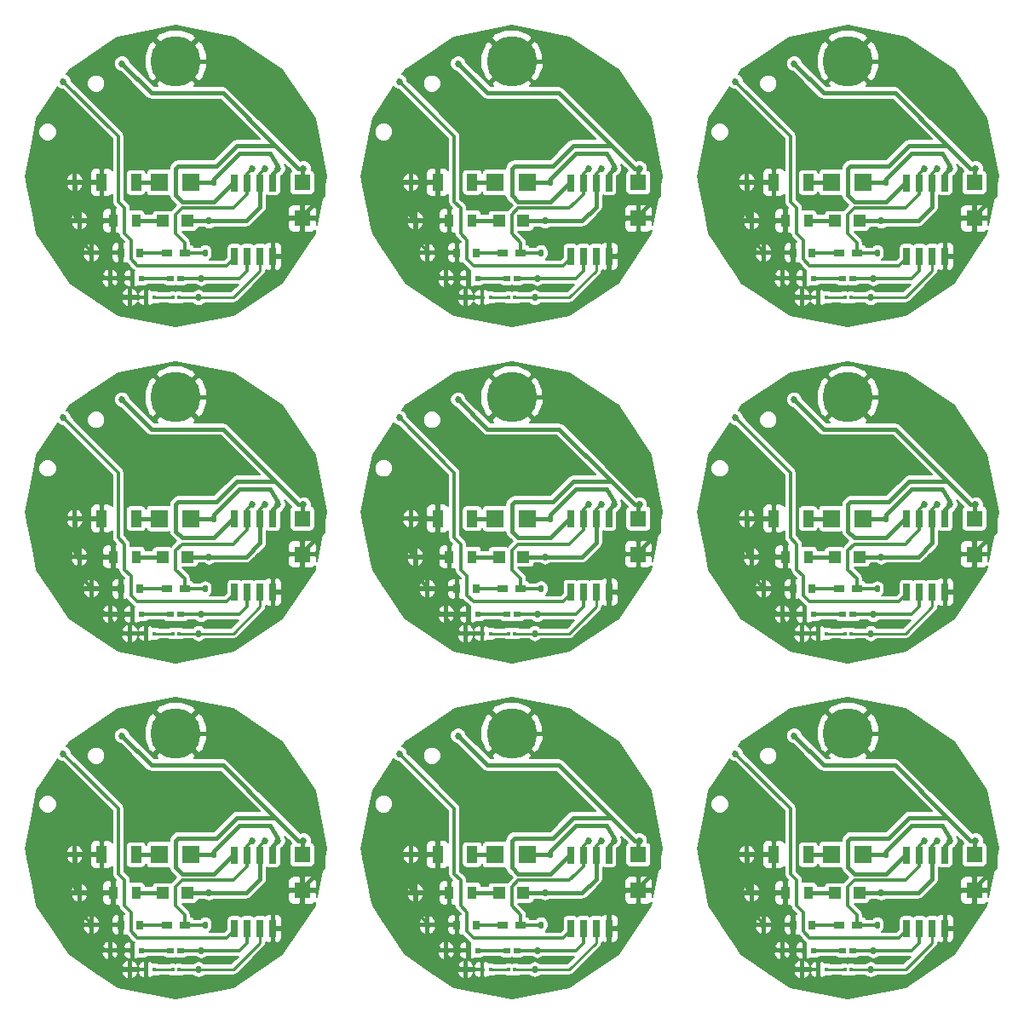
<source format=gtl>
%MOIN*%
%OFA0B0*%
%FSLAX46Y46*%
%IPPOS*%
%LPD*%
%ADD10C,0.0039370078740157488*%
%ADD11R,0.015748031496062995X0.015748031496062995*%
%ADD12R,0.027559055118110236X0.023622047244094488*%
%ADD13R,0.066929133858267723X0.0709*%
%ADD14C,0.19685039370078741*%
%ADD15R,0.062992125984251982X0.062992125984251982*%
%ADD16R,0.051181102362204731X0.0472*%
%ADD17R,0.03937007874015748X0.031400000000000004*%
%ADD18R,0.025590551181102365X0.066929133858267723*%
%ADD19O,0.02X0.030000000000000002*%
%ADD20R,0.043307086614173235X0.066929133858267723*%
%ADD21R,0.035433070866141732X0.051181102362204731*%
%ADD22R,0.027559055118110236X0.035433070866141732*%
%ADD23R,0.023622047244094488X0.023622047244094488*%
%ADD24R,0.017716535433070866X0.016929133858267716*%
%ADD25C,0.027*%
%ADD26C,0.016*%
%ADD27C,0.012000000000000002*%
%ADD28C,0.01*%
%ADD29C,0.0078740157480314977*%
%ADD40C,0.0039370078740157488*%
%ADD41R,0.015748031496062995X0.015748031496062995*%
%ADD42R,0.027559055118110236X0.023622047244094488*%
%ADD43R,0.066929133858267723X0.0709*%
%ADD44C,0.19685039370078741*%
%ADD45R,0.062992125984251982X0.062992125984251982*%
%ADD46R,0.051181102362204731X0.0472*%
%ADD47R,0.03937007874015748X0.031400000000000004*%
%ADD48R,0.025590551181102365X0.066929133858267723*%
%ADD49O,0.02X0.030000000000000002*%
%ADD50R,0.043307086614173235X0.066929133858267723*%
%ADD51R,0.035433070866141732X0.051181102362204731*%
%ADD52R,0.027559055118110236X0.035433070866141732*%
%ADD53R,0.023622047244094488X0.023622047244094488*%
%ADD54R,0.017716535433070866X0.016929133858267716*%
%ADD55C,0.027*%
%ADD56C,0.016*%
%ADD57C,0.012000000000000002*%
%ADD58C,0.01*%
%ADD59C,0.0078740157480314977*%
%ADD60C,0.0039370078740157488*%
%ADD61R,0.015748031496062995X0.015748031496062995*%
%ADD62R,0.027559055118110236X0.023622047244094488*%
%ADD63R,0.066929133858267723X0.0709*%
%ADD64C,0.19685039370078741*%
%ADD65R,0.062992125984251982X0.062992125984251982*%
%ADD66R,0.051181102362204731X0.0472*%
%ADD67R,0.03937007874015748X0.031400000000000004*%
%ADD68R,0.025590551181102365X0.066929133858267723*%
%ADD69O,0.02X0.030000000000000002*%
%ADD70R,0.043307086614173235X0.066929133858267723*%
%ADD71R,0.035433070866141732X0.051181102362204731*%
%ADD72R,0.027559055118110236X0.035433070866141732*%
%ADD73R,0.023622047244094488X0.023622047244094488*%
%ADD74R,0.017716535433070866X0.016929133858267716*%
%ADD75C,0.027*%
%ADD76C,0.016*%
%ADD77C,0.012000000000000002*%
%ADD78C,0.01*%
%ADD79C,0.0078740157480314977*%
%ADD80C,0.0039370078740157488*%
%ADD81R,0.015748031496062995X0.015748031496062995*%
%ADD82R,0.027559055118110236X0.023622047244094488*%
%ADD83R,0.066929133858267723X0.0709*%
%ADD84C,0.19685039370078741*%
%ADD85R,0.062992125984251982X0.062992125984251982*%
%ADD86R,0.051181102362204731X0.0472*%
%ADD87R,0.03937007874015748X0.031400000000000004*%
%ADD88R,0.025590551181102365X0.066929133858267723*%
%ADD89O,0.02X0.030000000000000002*%
%ADD90R,0.043307086614173235X0.066929133858267723*%
%ADD91R,0.035433070866141732X0.051181102362204731*%
%ADD92R,0.027559055118110236X0.035433070866141732*%
%ADD93R,0.023622047244094488X0.023622047244094488*%
%ADD94R,0.017716535433070866X0.016929133858267716*%
%ADD95C,0.027*%
%ADD96C,0.016*%
%ADD97C,0.012000000000000002*%
%ADD98C,0.01*%
%ADD99C,0.0078740157480314977*%
%ADD100C,0.0039370078740157488*%
%ADD101R,0.015748031496062995X0.015748031496062995*%
%ADD102R,0.027559055118110236X0.023622047244094488*%
%ADD103R,0.066929133858267723X0.0709*%
%ADD104C,0.19685039370078741*%
%ADD105R,0.062992125984251982X0.062992125984251982*%
%ADD106R,0.051181102362204731X0.0472*%
%ADD107R,0.03937007874015748X0.031400000000000004*%
%ADD108R,0.025590551181102365X0.066929133858267723*%
%ADD109O,0.02X0.030000000000000002*%
%ADD110R,0.043307086614173235X0.066929133858267723*%
%ADD111R,0.035433070866141732X0.051181102362204731*%
%ADD112R,0.027559055118110236X0.035433070866141732*%
%ADD113R,0.023622047244094488X0.023622047244094488*%
%ADD114R,0.017716535433070866X0.016929133858267716*%
%ADD115C,0.027*%
%ADD116C,0.016*%
%ADD117C,0.012000000000000002*%
%ADD118C,0.01*%
%ADD119C,0.0078740157480314977*%
%ADD120C,0.0039370078740157488*%
%ADD121R,0.015748031496062995X0.015748031496062995*%
%ADD122R,0.027559055118110236X0.023622047244094488*%
%ADD123R,0.066929133858267723X0.0709*%
%ADD124C,0.19685039370078741*%
%ADD125R,0.062992125984251982X0.062992125984251982*%
%ADD126R,0.051181102362204731X0.0472*%
%ADD127R,0.03937007874015748X0.031400000000000004*%
%ADD128R,0.025590551181102365X0.066929133858267723*%
%ADD129O,0.02X0.030000000000000002*%
%ADD130R,0.043307086614173235X0.066929133858267723*%
%ADD131R,0.035433070866141732X0.051181102362204731*%
%ADD132R,0.027559055118110236X0.035433070866141732*%
%ADD133R,0.023622047244094488X0.023622047244094488*%
%ADD134R,0.017716535433070866X0.016929133858267716*%
%ADD135C,0.027*%
%ADD136C,0.016*%
%ADD137C,0.012000000000000002*%
%ADD138C,0.01*%
%ADD139C,0.0078740157480314977*%
%ADD140C,0.0039370078740157488*%
%ADD141R,0.015748031496062995X0.015748031496062995*%
%ADD142R,0.027559055118110236X0.023622047244094488*%
%ADD143R,0.066929133858267723X0.0709*%
%ADD144C,0.19685039370078741*%
%ADD145R,0.062992125984251982X0.062992125984251982*%
%ADD146R,0.051181102362204731X0.0472*%
%ADD147R,0.03937007874015748X0.031400000000000004*%
%ADD148R,0.025590551181102365X0.066929133858267723*%
%ADD149O,0.02X0.030000000000000002*%
%ADD150R,0.043307086614173235X0.066929133858267723*%
%ADD151R,0.035433070866141732X0.051181102362204731*%
%ADD152R,0.027559055118110236X0.035433070866141732*%
%ADD153R,0.023622047244094488X0.023622047244094488*%
%ADD154R,0.017716535433070866X0.016929133858267716*%
%ADD155C,0.027*%
%ADD156C,0.016*%
%ADD157C,0.012000000000000002*%
%ADD158C,0.01*%
%ADD159C,0.0078740157480314977*%
%ADD160C,0.0039370078740157488*%
%ADD161R,0.015748031496062995X0.015748031496062995*%
%ADD162R,0.027559055118110236X0.023622047244094488*%
%ADD163R,0.066929133858267723X0.0709*%
%ADD164C,0.19685039370078741*%
%ADD165R,0.062992125984251982X0.062992125984251982*%
%ADD166R,0.051181102362204731X0.0472*%
%ADD167R,0.03937007874015748X0.031400000000000004*%
%ADD168R,0.025590551181102365X0.066929133858267723*%
%ADD169O,0.02X0.030000000000000002*%
%ADD170R,0.043307086614173235X0.066929133858267723*%
%ADD171R,0.035433070866141732X0.051181102362204731*%
%ADD172R,0.027559055118110236X0.035433070866141732*%
%ADD173R,0.023622047244094488X0.023622047244094488*%
%ADD174R,0.017716535433070866X0.016929133858267716*%
%ADD175C,0.027*%
%ADD176C,0.016*%
%ADD177C,0.012000000000000002*%
%ADD178C,0.01*%
%ADD179C,0.0078740157480314977*%
%ADD180C,0.0039370078740157488*%
%ADD181R,0.015748031496062995X0.015748031496062995*%
%ADD182R,0.027559055118110236X0.023622047244094488*%
%ADD183R,0.066929133858267723X0.0709*%
%ADD184C,0.19685039370078741*%
%ADD185R,0.062992125984251982X0.062992125984251982*%
%ADD186R,0.051181102362204731X0.0472*%
%ADD187R,0.03937007874015748X0.031400000000000004*%
%ADD188R,0.025590551181102365X0.066929133858267723*%
%ADD189O,0.02X0.030000000000000002*%
%ADD190R,0.043307086614173235X0.066929133858267723*%
%ADD191R,0.035433070866141732X0.051181102362204731*%
%ADD192R,0.027559055118110236X0.035433070866141732*%
%ADD193R,0.023622047244094488X0.023622047244094488*%
%ADD194R,0.017716535433070866X0.016929133858267716*%
%ADD195C,0.027*%
%ADD196C,0.016*%
%ADD197C,0.012000000000000002*%
%ADD198C,0.01*%
%ADD199C,0.0078740157480314977*%
G01*
D10*
D11*
X-0007591779Y0004208262D02*
X0000596409Y0000133262D03*
X0000620031Y0000133262D03*
D12*
X0000588535Y0000208262D03*
X0000627905Y0000208262D03*
D13*
X0000668220Y0000583262D03*
X0000543220Y0000583262D03*
D14*
X0000608220Y0001058262D03*
D15*
X0001103220Y0000443262D03*
X0001103220Y0000583262D03*
D16*
X0000653220Y0000433262D03*
X0000558220Y0000433262D03*
D17*
X0000643220Y0000308262D03*
X0000573220Y0000308262D03*
D18*
X0000838220Y0000294561D03*
X0000888220Y0000294561D03*
X0000938220Y0000294561D03*
X0000988220Y0000294561D03*
X0000988220Y0000581963D03*
X0000938220Y0000581963D03*
X0000888220Y0000581963D03*
X0000838220Y0000581963D03*
D19*
X0000758220Y0000583262D03*
X0000738220Y0000433262D03*
X0000723220Y0000308262D03*
X0000708220Y0000208262D03*
X0000698220Y0000133262D03*
X0000213220Y0000583262D03*
X0000230720Y0000433262D03*
X0000278220Y0000308262D03*
X0000350720Y0000208262D03*
X0000428220Y0000133262D03*
D20*
X0000453220Y0000583262D03*
X0000318220Y0000583262D03*
D21*
X0000453220Y0000433262D03*
X0000363220Y0000433262D03*
D22*
X0000468220Y0000308262D03*
X0000393220Y0000308262D03*
D23*
X0000473968Y0000208262D03*
X0000438535Y0000208262D03*
D24*
X0000523968Y0000133262D03*
X0000492472Y0000133262D03*
D25*
X0000233220Y0000208262D03*
X0000958220Y0000183262D03*
X0000398220Y0001048262D03*
X0001108220Y0000638262D03*
X0000958220Y0000638262D03*
X0000908220Y0000638262D03*
X0001008220Y0000638262D03*
X0000168220Y0000978262D03*
D26*
X0001103220Y0000443262D02*
X0001103220Y0000453262D01*
X0001103220Y0000453262D02*
X0001183220Y0000533262D01*
X0000758220Y0001058262D02*
X0000608220Y0001058262D01*
X0001183220Y0000633262D02*
X0000758220Y0001058262D01*
X0001183220Y0000533262D02*
X0001183220Y0000633262D01*
X0000230720Y0000210762D02*
X0000230720Y0000433262D01*
X0000233220Y0000208262D02*
X0000230720Y0000210762D01*
X0000958220Y0000183262D02*
X0000988220Y0000213262D01*
X0000988220Y0000213262D02*
X0000988220Y0000294561D01*
X0000988220Y0000294561D02*
X0001044519Y0000294561D01*
X0001103220Y0000353262D02*
X0001103220Y0000443262D01*
X0001044519Y0000294561D02*
X0001103220Y0000353262D01*
X0000230720Y0000433262D02*
X0000230720Y0000435762D01*
X0000230720Y0000435762D02*
X0000213220Y0000453262D01*
X0000213220Y0000453262D02*
X0000213220Y0000583262D01*
D27*
X0000278220Y0000308262D02*
X0000278220Y0000313262D01*
X0000278220Y0000313262D02*
X0000230720Y0000360762D01*
X0000230720Y0000360762D02*
X0000230720Y0000433262D01*
X0000350720Y0000208262D02*
X0000333220Y0000208262D01*
X0000278220Y0000263262D02*
X0000278220Y0000308262D01*
X0000333220Y0000208262D02*
X0000278220Y0000263262D01*
D28*
X0000428220Y0000133262D02*
X0000408220Y0000133262D01*
X0000350720Y0000190762D02*
X0000350720Y0000208262D01*
X0000408220Y0000133262D02*
X0000350720Y0000190762D01*
X0000428220Y0000133262D02*
X0000492472Y0000133262D01*
D26*
X0000318220Y0000583262D02*
X0000213220Y0000583262D01*
X0000363220Y0000433262D02*
X0000230720Y0000433262D01*
D27*
X0000393220Y0000308262D02*
X0000278220Y0000308262D01*
X0000438535Y0000208262D02*
X0000350720Y0000208262D01*
D26*
X0000523220Y0000933262D02*
X0000513220Y0000933262D01*
X0000523220Y0000933262D02*
X0000793220Y0000933262D01*
X0000998220Y0000728262D02*
X0000793220Y0000933262D01*
X0000513220Y0000933262D02*
X0000398220Y0001048262D01*
X0000848220Y0000728262D02*
X0000998220Y0000728262D01*
X0000608220Y0000633262D02*
X0000608220Y0000638262D01*
X0000758220Y0000508262D02*
X0000633220Y0000508262D01*
X0000633220Y0000508262D02*
X0000608220Y0000533262D01*
X0000608220Y0000533262D02*
X0000608220Y0000633262D01*
X0000758220Y0000508262D02*
X0000831920Y0000581963D01*
X0000768220Y0000648262D02*
X0000848220Y0000728262D01*
X0000618220Y0000648262D02*
X0000768220Y0000648262D01*
X0000608220Y0000638262D02*
X0000618220Y0000648262D01*
X0000998220Y0000728262D02*
X0001088220Y0000638262D01*
X0001088220Y0000638262D02*
X0001108220Y0000638262D01*
X0001103220Y0000583262D02*
X0001103220Y0000633262D01*
X0001103220Y0000633262D02*
X0001108220Y0000638262D01*
X0000838220Y0000581963D02*
X0000831920Y0000581963D01*
D27*
X0000938220Y0000581963D02*
X0000938220Y0000618262D01*
X0000938220Y0000618262D02*
X0000958220Y0000638262D01*
D26*
X0000738220Y0000433262D02*
X0000883220Y0000433262D01*
X0000938220Y0000488262D02*
X0000938220Y0000581963D01*
X0000883220Y0000433262D02*
X0000938220Y0000488262D01*
X0000653220Y0000433262D02*
X0000738220Y0000433262D01*
D27*
X0000888220Y0000581963D02*
X0000888220Y0000618262D01*
X0000888220Y0000618262D02*
X0000908220Y0000638262D01*
X0000608220Y0000383262D02*
X0000608220Y0000458262D01*
X0000643220Y0000348262D02*
X0000608220Y0000383262D01*
X0000858220Y0000508262D02*
X0000888220Y0000538262D01*
X0000888220Y0000581963D02*
X0000888220Y0000538262D01*
X0000643220Y0000348262D02*
X0000643220Y0000308262D01*
X0000833220Y0000483262D02*
X0000858220Y0000508262D01*
X0000733220Y0000483262D02*
X0000833220Y0000483262D01*
X0000633220Y0000483262D02*
X0000733220Y0000483262D01*
X0000608220Y0000458262D02*
X0000633220Y0000483262D01*
X0000643220Y0000308262D02*
X0000723220Y0000308262D01*
D26*
X0000988220Y0000581963D02*
X0000988220Y0000618262D01*
X0000988220Y0000618262D02*
X0001008220Y0000638262D01*
X0000888220Y0000698262D02*
X0000858220Y0000698262D01*
X0001008220Y0000648262D02*
X0000978220Y0000698262D01*
X0000978220Y0000698262D02*
X0000888220Y0000698262D01*
X0001008220Y0000638262D02*
X0001008220Y0000648262D01*
X0000758220Y0000598262D02*
X0000758220Y0000583262D01*
X0000858220Y0000698262D02*
X0000758220Y0000598262D01*
X0000668220Y0000583262D02*
X0000758220Y0000583262D01*
D27*
X0000383220Y0000508262D02*
X0000383220Y0000763262D01*
X0000838220Y0000288262D02*
X0000808220Y0000258262D01*
X0000408220Y0000483262D02*
X0000383220Y0000508262D01*
X0000408220Y0000383262D02*
X0000408220Y0000483262D01*
X0000433220Y0000358262D02*
X0000408220Y0000383262D01*
X0000433220Y0000283262D02*
X0000433220Y0000358262D01*
X0000458220Y0000258262D02*
X0000433220Y0000283262D01*
X0000808220Y0000258262D02*
X0000458220Y0000258262D01*
X0000383220Y0000763262D02*
X0000168220Y0000978262D01*
X0000838220Y0000294561D02*
X0000838220Y0000288262D01*
X0000838220Y0000294561D02*
X0000838220Y0000313262D01*
D26*
X0000558220Y0000433262D02*
X0000453220Y0000433262D01*
D27*
X0000573220Y0000308262D02*
X0000468220Y0000308262D01*
X0000588535Y0000208262D02*
X0000473968Y0000208262D01*
D26*
X0000543220Y0000583262D02*
X0000453220Y0000583262D01*
D27*
X0000708220Y0000208262D02*
X0000858220Y0000208262D01*
X0000888220Y0000238262D02*
X0000888220Y0000294561D01*
X0000858220Y0000208262D02*
X0000888220Y0000238262D01*
X0000627905Y0000208262D02*
X0000708220Y0000208262D01*
D28*
X0000698220Y0000133262D02*
X0000833220Y0000133262D01*
X0000938220Y0000238262D02*
X0000938220Y0000294561D01*
X0000833220Y0000133262D02*
X0000938220Y0000238262D01*
X0000620031Y0000133262D02*
X0000698220Y0000133262D01*
X0000523968Y0000133262D02*
X0000596409Y0000133262D01*
D29*
G36*
X0000833464Y0001152049D02*
X0001024417Y0001024459D01*
X0001152007Y0000833506D01*
X0001196811Y0000608262D01*
X0001158653Y0000416428D01*
X0001158653Y0000431215D01*
X0001152668Y0000437199D01*
X0001109283Y0000437199D01*
X0001109283Y0000393813D01*
X0001115267Y0000387829D01*
X0001139477Y0000387829D01*
X0001148275Y0000391473D01*
X0001155009Y0000398206D01*
X0001155047Y0000398298D01*
X0001152007Y0000383018D01*
X0001024417Y0000192065D01*
X0000833464Y0000064474D01*
X0000608220Y0000019671D01*
X0000382976Y0000064474D01*
X0000297005Y0000121918D01*
X0000394961Y0000121918D01*
X0000399920Y0000109673D01*
X0000409188Y0000100258D01*
X0000418030Y0000095891D01*
X0000423220Y0000100760D01*
X0000423220Y0000127199D01*
X0000433220Y0000127199D01*
X0000433220Y0000100760D01*
X0000438409Y0000095891D01*
X0000447252Y0000100258D01*
X0000456519Y0000109673D01*
X0000460202Y0000118766D01*
X0000463321Y0000111238D01*
X0000470054Y0000104504D01*
X0000478852Y0000100860D01*
X0000482058Y0000100860D01*
X0000488042Y0000106844D01*
X0000488042Y0000129030D01*
X0000465661Y0000129030D01*
X0000459997Y0000123366D01*
X0000456077Y0000127199D01*
X0000433220Y0000127199D01*
X0000423220Y0000127199D01*
X0000400362Y0000127199D01*
X0000394961Y0000121918D01*
X0000297005Y0000121918D01*
X0000263051Y0000144606D01*
X0000394961Y0000144606D01*
X0000400362Y0000139325D01*
X0000423220Y0000139325D01*
X0000423220Y0000165764D01*
X0000433220Y0000165764D01*
X0000433220Y0000139325D01*
X0000456077Y0000139325D01*
X0000459997Y0000143157D01*
X0000465661Y0000137494D01*
X0000488042Y0000137494D01*
X0000488042Y0000159679D01*
X0000482058Y0000165663D01*
X0000478852Y0000165663D01*
X0000470054Y0000162019D01*
X0000463321Y0000155286D01*
X0000460202Y0000147757D01*
X0000456519Y0000156851D01*
X0000447252Y0000166265D01*
X0000438409Y0000170633D01*
X0000433220Y0000165764D01*
X0000423220Y0000165764D01*
X0000418030Y0000170633D01*
X0000409188Y0000166265D01*
X0000399920Y0000156851D01*
X0000394961Y0000144606D01*
X0000263051Y0000144606D01*
X0000192023Y0000192065D01*
X0000188780Y0000196918D01*
X0000317461Y0000196918D01*
X0000322420Y0000184673D01*
X0000331688Y0000175258D01*
X0000340530Y0000170891D01*
X0000345720Y0000175760D01*
X0000345720Y0000202199D01*
X0000355720Y0000202199D01*
X0000355720Y0000175760D01*
X0000360909Y0000170891D01*
X0000369752Y0000175258D01*
X0000379019Y0000184673D01*
X0000383758Y0000196372D01*
X0000402787Y0000196372D01*
X0000402787Y0000191689D01*
X0000406431Y0000182892D01*
X0000413164Y0000176158D01*
X0000421962Y0000172514D01*
X0000426645Y0000172514D01*
X0000432629Y0000178498D01*
X0000432629Y0000202356D01*
X0000408771Y0000202356D01*
X0000402787Y0000196372D01*
X0000383758Y0000196372D01*
X0000383979Y0000196918D01*
X0000378577Y0000202199D01*
X0000355720Y0000202199D01*
X0000345720Y0000202199D01*
X0000322862Y0000202199D01*
X0000317461Y0000196918D01*
X0000188780Y0000196918D01*
X0000173621Y0000219606D01*
X0000317461Y0000219606D01*
X0000322862Y0000214325D01*
X0000345720Y0000214325D01*
X0000345720Y0000240764D01*
X0000355720Y0000240764D01*
X0000355720Y0000214325D01*
X0000378577Y0000214325D01*
X0000383979Y0000219606D01*
X0000381861Y0000224834D01*
X0000402787Y0000224834D01*
X0000402787Y0000220152D01*
X0000408771Y0000214167D01*
X0000432629Y0000214167D01*
X0000432629Y0000238026D01*
X0000426645Y0000244010D01*
X0000421962Y0000244010D01*
X0000413164Y0000240366D01*
X0000406431Y0000233632D01*
X0000402787Y0000224834D01*
X0000381861Y0000224834D01*
X0000379019Y0000231851D01*
X0000369752Y0000241265D01*
X0000360909Y0000245633D01*
X0000355720Y0000240764D01*
X0000345720Y0000240764D01*
X0000340530Y0000245633D01*
X0000331688Y0000241265D01*
X0000322420Y0000231851D01*
X0000317461Y0000219606D01*
X0000173621Y0000219606D01*
X0000121962Y0000296918D01*
X0000244961Y0000296918D01*
X0000249920Y0000284673D01*
X0000259188Y0000275258D01*
X0000268030Y0000270891D01*
X0000273220Y0000275760D01*
X0000273220Y0000302199D01*
X0000283220Y0000302199D01*
X0000283220Y0000275760D01*
X0000288409Y0000270891D01*
X0000297252Y0000275258D01*
X0000306519Y0000284673D01*
X0000311194Y0000296215D01*
X0000355503Y0000296215D01*
X0000355503Y0000285784D01*
X0000359147Y0000276986D01*
X0000365881Y0000270252D01*
X0000374679Y0000266608D01*
X0000381172Y0000266608D01*
X0000387157Y0000272592D01*
X0000387157Y0000302199D01*
X0000361487Y0000302199D01*
X0000355503Y0000296215D01*
X0000311194Y0000296215D01*
X0000311479Y0000296918D01*
X0000306077Y0000302199D01*
X0000283220Y0000302199D01*
X0000273220Y0000302199D01*
X0000250362Y0000302199D01*
X0000244961Y0000296918D01*
X0000121962Y0000296918D01*
X0000106803Y0000319606D01*
X0000244961Y0000319606D01*
X0000250362Y0000314325D01*
X0000273220Y0000314325D01*
X0000273220Y0000340764D01*
X0000283220Y0000340764D01*
X0000283220Y0000314325D01*
X0000306077Y0000314325D01*
X0000311479Y0000319606D01*
X0000306969Y0000330740D01*
X0000355503Y0000330740D01*
X0000355503Y0000320309D01*
X0000361487Y0000314325D01*
X0000387157Y0000314325D01*
X0000387157Y0000343931D01*
X0000381172Y0000349915D01*
X0000374679Y0000349915D01*
X0000365881Y0000346271D01*
X0000359147Y0000339538D01*
X0000355503Y0000330740D01*
X0000306969Y0000330740D01*
X0000306519Y0000331851D01*
X0000297252Y0000341265D01*
X0000288409Y0000345633D01*
X0000283220Y0000340764D01*
X0000273220Y0000340764D01*
X0000268030Y0000345633D01*
X0000259188Y0000341265D01*
X0000249920Y0000331851D01*
X0000244961Y0000319606D01*
X0000106803Y0000319606D01*
X0000064432Y0000383018D01*
X0000056695Y0000421918D01*
X0000197461Y0000421918D01*
X0000202420Y0000409673D01*
X0000211688Y0000400258D01*
X0000220530Y0000395891D01*
X0000225720Y0000400760D01*
X0000225720Y0000427199D01*
X0000235720Y0000427199D01*
X0000235720Y0000400760D01*
X0000240909Y0000395891D01*
X0000249752Y0000400258D01*
X0000259019Y0000409673D01*
X0000263694Y0000421215D01*
X0000321566Y0000421215D01*
X0000321566Y0000402910D01*
X0000325210Y0000394112D01*
X0000331944Y0000387378D01*
X0000340742Y0000383734D01*
X0000351172Y0000383734D01*
X0000357157Y0000389718D01*
X0000357157Y0000427199D01*
X0000327550Y0000427199D01*
X0000321566Y0000421215D01*
X0000263694Y0000421215D01*
X0000263979Y0000421918D01*
X0000258577Y0000427199D01*
X0000235720Y0000427199D01*
X0000225720Y0000427199D01*
X0000202862Y0000427199D01*
X0000197461Y0000421918D01*
X0000056695Y0000421918D01*
X0000052182Y0000444606D01*
X0000197461Y0000444606D01*
X0000202862Y0000439325D01*
X0000225720Y0000439325D01*
X0000225720Y0000465764D01*
X0000235720Y0000465764D01*
X0000235720Y0000439325D01*
X0000258577Y0000439325D01*
X0000263979Y0000444606D01*
X0000259019Y0000456851D01*
X0000252362Y0000463614D01*
X0000321566Y0000463614D01*
X0000321566Y0000445309D01*
X0000327550Y0000439325D01*
X0000357157Y0000439325D01*
X0000357157Y0000476805D01*
X0000351172Y0000482789D01*
X0000340742Y0000482789D01*
X0000331944Y0000479145D01*
X0000325210Y0000472412D01*
X0000321566Y0000463614D01*
X0000252362Y0000463614D01*
X0000249752Y0000466265D01*
X0000240909Y0000470633D01*
X0000235720Y0000465764D01*
X0000225720Y0000465764D01*
X0000220530Y0000470633D01*
X0000211688Y0000466265D01*
X0000202420Y0000456851D01*
X0000197461Y0000444606D01*
X0000052182Y0000444606D01*
X0000026858Y0000571918D01*
X0000179961Y0000571918D01*
X0000184920Y0000559673D01*
X0000194188Y0000550258D01*
X0000203030Y0000545891D01*
X0000208220Y0000550760D01*
X0000208220Y0000577199D01*
X0000218220Y0000577199D01*
X0000218220Y0000550760D01*
X0000223409Y0000545891D01*
X0000232252Y0000550258D01*
X0000241519Y0000559673D01*
X0000246194Y0000571215D01*
X0000272629Y0000571215D01*
X0000272629Y0000545036D01*
X0000276273Y0000536238D01*
X0000283007Y0000529504D01*
X0000291805Y0000525860D01*
X0000306172Y0000525860D01*
X0000312157Y0000531844D01*
X0000312157Y0000577199D01*
X0000278613Y0000577199D01*
X0000272629Y0000571215D01*
X0000246194Y0000571215D01*
X0000246479Y0000571918D01*
X0000241077Y0000577199D01*
X0000218220Y0000577199D01*
X0000208220Y0000577199D01*
X0000185362Y0000577199D01*
X0000179961Y0000571918D01*
X0000026858Y0000571918D01*
X0000022345Y0000594606D01*
X0000179961Y0000594606D01*
X0000185362Y0000589325D01*
X0000208220Y0000589325D01*
X0000208220Y0000615764D01*
X0000218220Y0000615764D01*
X0000218220Y0000589325D01*
X0000241077Y0000589325D01*
X0000246479Y0000594606D01*
X0000241519Y0000606851D01*
X0000232252Y0000616265D01*
X0000223409Y0000620633D01*
X0000218220Y0000615764D01*
X0000208220Y0000615764D01*
X0000203030Y0000620633D01*
X0000194188Y0000616265D01*
X0000184920Y0000606851D01*
X0000179961Y0000594606D01*
X0000022345Y0000594606D01*
X0000019628Y0000608262D01*
X0000022259Y0000621488D01*
X0000272629Y0000621488D01*
X0000272629Y0000595309D01*
X0000278613Y0000589325D01*
X0000312157Y0000589325D01*
X0000312157Y0000634679D01*
X0000306172Y0000640663D01*
X0000291805Y0000640663D01*
X0000283007Y0000637019D01*
X0000276273Y0000630286D01*
X0000272629Y0000621488D01*
X0000022259Y0000621488D01*
X0000052427Y0000773149D01*
X0000071572Y0000773149D01*
X0000076955Y0000760122D01*
X0000086913Y0000750145D01*
X0000099932Y0000744740D01*
X0000114028Y0000744727D01*
X0000127056Y0000750110D01*
X0000137032Y0000760069D01*
X0000142438Y0000773088D01*
X0000142450Y0000787184D01*
X0000137067Y0000800212D01*
X0000127108Y0000810188D01*
X0000114090Y0000815593D01*
X0000099994Y0000815606D01*
X0000086966Y0000810223D01*
X0000076990Y0000800264D01*
X0000071584Y0000787246D01*
X0000071572Y0000773149D01*
X0000052427Y0000773149D01*
X0000064432Y0000833506D01*
X0000146302Y0000956032D01*
X0000150514Y0000951813D01*
X0000161983Y0000947051D01*
X0000165894Y0000947047D01*
X0000359503Y0000753438D01*
X0000359503Y0000630948D01*
X0000353432Y0000637019D01*
X0000344635Y0000640663D01*
X0000330267Y0000640663D01*
X0000324283Y0000634679D01*
X0000324283Y0000589325D01*
X0000325070Y0000589325D01*
X0000325070Y0000577199D01*
X0000324283Y0000577199D01*
X0000324283Y0000531844D01*
X0000330267Y0000525860D01*
X0000344635Y0000525860D01*
X0000353432Y0000529504D01*
X0000359503Y0000535575D01*
X0000359503Y0000508262D01*
X0000361308Y0000499186D01*
X0000366450Y0000491492D01*
X0000375209Y0000482732D01*
X0000369283Y0000476805D01*
X0000369283Y0000439325D01*
X0000370070Y0000439325D01*
X0000370070Y0000427199D01*
X0000369283Y0000427199D01*
X0000369283Y0000389718D01*
X0000375267Y0000383734D01*
X0000384503Y0000383734D01*
X0000384503Y0000383262D01*
X0000386308Y0000374186D01*
X0000391450Y0000366492D01*
X0000408026Y0000349915D01*
X0000405267Y0000349915D01*
X0000399283Y0000343931D01*
X0000399283Y0000314325D01*
X0000400070Y0000314325D01*
X0000400070Y0000302199D01*
X0000399283Y0000302199D01*
X0000399283Y0000272592D01*
X0000405267Y0000266608D01*
X0000411761Y0000266608D01*
X0000415372Y0000268104D01*
X0000416450Y0000266492D01*
X0000441450Y0000241492D01*
X0000445320Y0000238905D01*
X0000444440Y0000238026D01*
X0000444440Y0000221787D01*
X0000444093Y0000220073D01*
X0000444093Y0000196451D01*
X0000444440Y0000194606D01*
X0000444440Y0000178498D01*
X0000450424Y0000172514D01*
X0000455107Y0000172514D01*
X0000463905Y0000176158D01*
X0000466134Y0000178387D01*
X0000485779Y0000178387D01*
X0000492344Y0000179622D01*
X0000498374Y0000183503D01*
X0000499086Y0000184545D01*
X0000561363Y0000184545D01*
X0000561807Y0000183856D01*
X0000567727Y0000179810D01*
X0000574755Y0000178387D01*
X0000602314Y0000178387D01*
X0000608436Y0000179539D01*
X0000614125Y0000178387D01*
X0000641684Y0000178387D01*
X0000648250Y0000179622D01*
X0000654279Y0000183503D01*
X0000654992Y0000184545D01*
X0000687604Y0000184545D01*
X0000688621Y0000183022D01*
X0000697613Y0000177014D01*
X0000708220Y0000174904D01*
X0000718826Y0000177014D01*
X0000727818Y0000183022D01*
X0000728836Y0000184545D01*
X0000852377Y0000184545D01*
X0000823810Y0000155978D01*
X0000719504Y0000155978D01*
X0000717818Y0000158501D01*
X0000708826Y0000164509D01*
X0000698220Y0000166619D01*
X0000687613Y0000164509D01*
X0000678621Y0000158501D01*
X0000676935Y0000155978D01*
X0000637564Y0000155978D01*
X0000634932Y0000157776D01*
X0000627905Y0000159199D01*
X0000612157Y0000159199D01*
X0000608075Y0000158431D01*
X0000604283Y0000159199D01*
X0000588535Y0000159199D01*
X0000581969Y0000157964D01*
X0000578883Y0000155978D01*
X0000543349Y0000155978D01*
X0000539854Y0000158367D01*
X0000532826Y0000159790D01*
X0000517118Y0000159790D01*
X0000514889Y0000162019D01*
X0000506091Y0000165663D01*
X0000502885Y0000165663D01*
X0000496901Y0000159679D01*
X0000496901Y0000137494D01*
X0000497046Y0000137494D01*
X0000497046Y0000129030D01*
X0000496901Y0000129030D01*
X0000496901Y0000106844D01*
X0000502885Y0000100860D01*
X0000506091Y0000100860D01*
X0000514889Y0000104504D01*
X0000517118Y0000106734D01*
X0000532826Y0000106734D01*
X0000539391Y0000107969D01*
X0000543395Y0000110545D01*
X0000578875Y0000110545D01*
X0000581507Y0000108747D01*
X0000588535Y0000107324D01*
X0000604283Y0000107324D01*
X0000608364Y0000108092D01*
X0000612157Y0000107324D01*
X0000627905Y0000107324D01*
X0000634470Y0000108560D01*
X0000637556Y0000110545D01*
X0000676935Y0000110545D01*
X0000678621Y0000108022D01*
X0000687613Y0000102014D01*
X0000698220Y0000099904D01*
X0000708826Y0000102014D01*
X0000717818Y0000108022D01*
X0000719504Y0000110545D01*
X0000833219Y0000110545D01*
X0000833220Y0000110545D01*
X0000841913Y0000112274D01*
X0000849283Y0000117199D01*
X0000954283Y0000222199D01*
X0000954283Y0000222199D01*
X0000959207Y0000229569D01*
X0000959989Y0000233501D01*
X0000960936Y0000238262D01*
X0000960936Y0000238262D01*
X0000960936Y0000241733D01*
X0000961865Y0000240804D01*
X0000970663Y0000237159D01*
X0000976172Y0000237159D01*
X0000982157Y0000243144D01*
X0000982157Y0000288498D01*
X0000994283Y0000288498D01*
X0000994283Y0000243144D01*
X0001000267Y0000237159D01*
X0001005776Y0000237159D01*
X0001014574Y0000240804D01*
X0001021308Y0000247537D01*
X0001024952Y0000256335D01*
X0001024952Y0000282514D01*
X0001018968Y0000288498D01*
X0000994283Y0000288498D01*
X0000982157Y0000288498D01*
X0000981369Y0000288498D01*
X0000981369Y0000300624D01*
X0000982157Y0000300624D01*
X0000982157Y0000345978D01*
X0000994283Y0000345978D01*
X0000994283Y0000300624D01*
X0001018968Y0000300624D01*
X0001024952Y0000306608D01*
X0001024952Y0000332787D01*
X0001021308Y0000341585D01*
X0001014574Y0000348318D01*
X0001005776Y0000351963D01*
X0001000267Y0000351963D01*
X0000994283Y0000345978D01*
X0000982157Y0000345978D01*
X0000976172Y0000351963D01*
X0000970663Y0000351963D01*
X0000961865Y0000348318D01*
X0000958144Y0000344597D01*
X0000958043Y0000344666D01*
X0000951015Y0000346089D01*
X0000925424Y0000346089D01*
X0000918859Y0000344854D01*
X0000913147Y0000341178D01*
X0000908043Y0000344666D01*
X0000901015Y0000346089D01*
X0000875424Y0000346089D01*
X0000868859Y0000344854D01*
X0000863147Y0000341178D01*
X0000858043Y0000344666D01*
X0000851015Y0000346089D01*
X0000825424Y0000346089D01*
X0000818859Y0000344854D01*
X0000812829Y0000340974D01*
X0000808784Y0000335053D01*
X0000807361Y0000328026D01*
X0000807361Y0000290943D01*
X0000798396Y0000281978D01*
X0000741256Y0000281978D01*
X0000742818Y0000283022D01*
X0000748826Y0000292014D01*
X0000750936Y0000302621D01*
X0000750936Y0000313903D01*
X0000748826Y0000324509D01*
X0000742818Y0000333501D01*
X0000733826Y0000339509D01*
X0000723220Y0000341619D01*
X0000712613Y0000339509D01*
X0000703621Y0000333501D01*
X0000702604Y0000331978D01*
X0000678799Y0000331978D01*
X0000675853Y0000336557D01*
X0000669932Y0000340602D01*
X0000666936Y0000341209D01*
X0000666936Y0000348262D01*
X0000665131Y0000357338D01*
X0000665131Y0000357338D01*
X0000659990Y0000365032D01*
X0000633424Y0000391598D01*
X0000678810Y0000391598D01*
X0000685376Y0000392834D01*
X0000691405Y0000396714D01*
X0000695451Y0000402634D01*
X0000696445Y0000407545D01*
X0000719335Y0000407545D01*
X0000727613Y0000402014D01*
X0000738220Y0000399904D01*
X0000748826Y0000402014D01*
X0000757104Y0000407545D01*
X0000883220Y0000407545D01*
X0000893061Y0000409503D01*
X0000901404Y0000415077D01*
X0000917541Y0000431215D01*
X0001047787Y0000431215D01*
X0001047787Y0000407004D01*
X0001051431Y0000398206D01*
X0001058164Y0000391473D01*
X0001066962Y0000387829D01*
X0001091172Y0000387829D01*
X0001097157Y0000393813D01*
X0001097157Y0000437199D01*
X0001053771Y0000437199D01*
X0001047787Y0000431215D01*
X0000917541Y0000431215D01*
X0000956404Y0000470077D01*
X0000961979Y0000478420D01*
X0000962197Y0000479519D01*
X0001047787Y0000479519D01*
X0001047787Y0000455309D01*
X0001053771Y0000449325D01*
X0001097157Y0000449325D01*
X0001097157Y0000492711D01*
X0001109283Y0000492711D01*
X0001109283Y0000449325D01*
X0001152668Y0000449325D01*
X0001158653Y0000455309D01*
X0001158653Y0000479519D01*
X0001155009Y0000488317D01*
X0001148275Y0000495051D01*
X0001139477Y0000498695D01*
X0001115267Y0000498695D01*
X0001109283Y0000492711D01*
X0001097157Y0000492711D01*
X0001091172Y0000498695D01*
X0001066962Y0000498695D01*
X0001058164Y0000495051D01*
X0001051431Y0000488317D01*
X0001047787Y0000479519D01*
X0000962197Y0000479519D01*
X0000963936Y0000488262D01*
X0000963936Y0000534905D01*
X0000968397Y0000531858D01*
X0000975424Y0000530434D01*
X0001001015Y0000530434D01*
X0001007580Y0000531670D01*
X0001013610Y0000535550D01*
X0001017655Y0000541470D01*
X0001019079Y0000548498D01*
X0001019079Y0000608972D01*
X0001025879Y0000611782D01*
X0001034668Y0000620556D01*
X0001039431Y0000632025D01*
X0001039442Y0000644444D01*
X0001035057Y0000655056D01*
X0001061123Y0000628990D01*
X0001059128Y0000627706D01*
X0001055083Y0000621786D01*
X0001053660Y0000614758D01*
X0001053660Y0000551766D01*
X0001054895Y0000545200D01*
X0001058775Y0000539170D01*
X0001064696Y0000535125D01*
X0001071724Y0000533702D01*
X0001134716Y0000533702D01*
X0001141281Y0000534937D01*
X0001147311Y0000538818D01*
X0001151356Y0000544738D01*
X0001152779Y0000551766D01*
X0001152779Y0000614758D01*
X0001151544Y0000621323D01*
X0001147664Y0000627353D01*
X0001141743Y0000631398D01*
X0001139370Y0000631879D01*
X0001139431Y0000632025D01*
X0001139442Y0000644444D01*
X0001134699Y0000655921D01*
X0001125925Y0000664710D01*
X0001114456Y0000669473D01*
X0001102038Y0000669484D01*
X0001095902Y0000666948D01*
X0000811404Y0000951446D01*
X0000803061Y0000957021D01*
X0000793220Y0000958978D01*
X0000680094Y0000958978D01*
X0000687810Y0000970097D01*
X0000608220Y0001049687D01*
X0000528630Y0000970097D01*
X0000536345Y0000958978D01*
X0000523872Y0000958978D01*
X0000429441Y0001053409D01*
X0000429442Y0001054444D01*
X0000424699Y0001065921D01*
X0000415925Y0001074710D01*
X0000404456Y0001079473D01*
X0000392038Y0001079484D01*
X0000380560Y0001074741D01*
X0000371771Y0001065968D01*
X0000367009Y0001054498D01*
X0000366998Y0001042080D01*
X0000371740Y0001030602D01*
X0000380514Y0001021813D01*
X0000391983Y0001017051D01*
X0000393063Y0001017050D01*
X0000495035Y0000915077D01*
X0000503378Y0000909503D01*
X0000513220Y0000907545D01*
X0000782568Y0000907545D01*
X0000936134Y0000753978D01*
X0000848220Y0000753978D01*
X0000838378Y0000752021D01*
X0000830035Y0000746446D01*
X0000757568Y0000673978D01*
X0000618220Y0000673978D01*
X0000608378Y0000672021D01*
X0000600035Y0000666446D01*
X0000590035Y0000656446D01*
X0000584461Y0000648103D01*
X0000582503Y0000638262D01*
X0000582503Y0000635597D01*
X0000576684Y0000636775D01*
X0000509755Y0000636775D01*
X0000503190Y0000635540D01*
X0000497160Y0000631660D01*
X0000493115Y0000625740D01*
X0000492143Y0000620943D01*
X0000491701Y0000623292D01*
X0000487821Y0000629322D01*
X0000481901Y0000633367D01*
X0000474873Y0000634790D01*
X0000431566Y0000634790D01*
X0000425001Y0000633555D01*
X0000418971Y0000629675D01*
X0000414926Y0000623754D01*
X0000413502Y0000616726D01*
X0000413502Y0000549797D01*
X0000414738Y0000543232D01*
X0000418618Y0000537202D01*
X0000424538Y0000533157D01*
X0000431566Y0000531734D01*
X0000474873Y0000531734D01*
X0000481439Y0000532969D01*
X0000487468Y0000536849D01*
X0000491514Y0000542769D01*
X0000492098Y0000545653D01*
X0000492927Y0000541246D01*
X0000496807Y0000535217D01*
X0000502727Y0000531171D01*
X0000509755Y0000529748D01*
X0000576684Y0000529748D01*
X0000582967Y0000530930D01*
X0000584461Y0000523420D01*
X0000590035Y0000515077D01*
X0000610765Y0000494348D01*
X0000591450Y0000475032D01*
X0000590476Y0000473575D01*
X0000583810Y0000474925D01*
X0000532629Y0000474925D01*
X0000526064Y0000473690D01*
X0000520034Y0000469810D01*
X0000515989Y0000463890D01*
X0000514994Y0000458978D01*
X0000488976Y0000458978D01*
X0000487764Y0000465418D01*
X0000483884Y0000471448D01*
X0000477964Y0000475493D01*
X0000470936Y0000476916D01*
X0000435503Y0000476916D01*
X0000431936Y0000476245D01*
X0000431936Y0000483262D01*
X0000430580Y0000490077D01*
X0000430131Y0000492338D01*
X0000424990Y0000500032D01*
X0000406936Y0000518085D01*
X0000406936Y0000763262D01*
X0000405131Y0000772338D01*
X0000399990Y0000780032D01*
X0000217568Y0000962454D01*
X0000260876Y0000962454D01*
X0000266259Y0000949426D01*
X0000276217Y0000939450D01*
X0000289236Y0000934044D01*
X0000303332Y0000934032D01*
X0000316360Y0000939415D01*
X0000326336Y0000949373D01*
X0000331742Y0000962392D01*
X0000331754Y0000976488D01*
X0000326371Y0000989516D01*
X0000316412Y0000999492D01*
X0000303394Y0001004898D01*
X0000289298Y0001004910D01*
X0000276270Y0000999527D01*
X0000266294Y0000989568D01*
X0000260888Y0000976550D01*
X0000260876Y0000962454D01*
X0000217568Y0000962454D01*
X0000199438Y0000980583D01*
X0000199442Y0000984444D01*
X0000194699Y0000995921D01*
X0000185925Y0001004710D01*
X0000180369Y0001007018D01*
X0000192023Y0001024459D01*
X0000277326Y0001081456D01*
X0000485635Y0001081456D01*
X0000486090Y0001032780D01*
X0000503843Y0000989922D01*
X0000520055Y0000978672D01*
X0000599645Y0001058262D01*
X0000616794Y0001058262D01*
X0000696384Y0000978672D01*
X0000712597Y0000989922D01*
X0000730804Y0001035067D01*
X0000730349Y0001083744D01*
X0000712597Y0001126602D01*
X0000696384Y0001137852D01*
X0000616794Y0001058262D01*
X0000599645Y0001058262D01*
X0000520055Y0001137852D01*
X0000503843Y0001126602D01*
X0000485635Y0001081456D01*
X0000277326Y0001081456D01*
X0000374560Y0001146426D01*
X0000528630Y0001146426D01*
X0000608220Y0001066836D01*
X0000687810Y0001146426D01*
X0000676560Y0001162639D01*
X0000631414Y0001180846D01*
X0000582738Y0001180391D01*
X0000539880Y0001162639D01*
X0000528630Y0001146426D01*
X0000374560Y0001146426D01*
X0000382976Y0001152049D01*
X0000608220Y0001196853D01*
X0000833464Y0001152049D01*
X0000833464Y0001152049D01*
G37*
X0000833464Y0001152049D02*
X0001024417Y0001024459D01*
X0001152007Y0000833506D01*
X0001196811Y0000608262D01*
X0001158653Y0000416428D01*
X0001158653Y0000431215D01*
X0001152668Y0000437199D01*
X0001109283Y0000437199D01*
X0001109283Y0000393813D01*
X0001115267Y0000387829D01*
X0001139477Y0000387829D01*
X0001148275Y0000391473D01*
X0001155009Y0000398206D01*
X0001155047Y0000398298D01*
X0001152007Y0000383018D01*
X0001024417Y0000192065D01*
X0000833464Y0000064474D01*
X0000608220Y0000019671D01*
X0000382976Y0000064474D01*
X0000297005Y0000121918D01*
X0000394961Y0000121918D01*
X0000399920Y0000109673D01*
X0000409188Y0000100258D01*
X0000418030Y0000095891D01*
X0000423220Y0000100760D01*
X0000423220Y0000127199D01*
X0000433220Y0000127199D01*
X0000433220Y0000100760D01*
X0000438409Y0000095891D01*
X0000447252Y0000100258D01*
X0000456519Y0000109673D01*
X0000460202Y0000118766D01*
X0000463321Y0000111238D01*
X0000470054Y0000104504D01*
X0000478852Y0000100860D01*
X0000482058Y0000100860D01*
X0000488042Y0000106844D01*
X0000488042Y0000129030D01*
X0000465661Y0000129030D01*
X0000459997Y0000123366D01*
X0000456077Y0000127199D01*
X0000433220Y0000127199D01*
X0000423220Y0000127199D01*
X0000400362Y0000127199D01*
X0000394961Y0000121918D01*
X0000297005Y0000121918D01*
X0000263051Y0000144606D01*
X0000394961Y0000144606D01*
X0000400362Y0000139325D01*
X0000423220Y0000139325D01*
X0000423220Y0000165764D01*
X0000433220Y0000165764D01*
X0000433220Y0000139325D01*
X0000456077Y0000139325D01*
X0000459997Y0000143157D01*
X0000465661Y0000137494D01*
X0000488042Y0000137494D01*
X0000488042Y0000159679D01*
X0000482058Y0000165663D01*
X0000478852Y0000165663D01*
X0000470054Y0000162019D01*
X0000463321Y0000155286D01*
X0000460202Y0000147757D01*
X0000456519Y0000156851D01*
X0000447252Y0000166265D01*
X0000438409Y0000170633D01*
X0000433220Y0000165764D01*
X0000423220Y0000165764D01*
X0000418030Y0000170633D01*
X0000409188Y0000166265D01*
X0000399920Y0000156851D01*
X0000394961Y0000144606D01*
X0000263051Y0000144606D01*
X0000192023Y0000192065D01*
X0000188780Y0000196918D01*
X0000317461Y0000196918D01*
X0000322420Y0000184673D01*
X0000331688Y0000175258D01*
X0000340530Y0000170891D01*
X0000345720Y0000175760D01*
X0000345720Y0000202199D01*
X0000355720Y0000202199D01*
X0000355720Y0000175760D01*
X0000360909Y0000170891D01*
X0000369752Y0000175258D01*
X0000379019Y0000184673D01*
X0000383758Y0000196372D01*
X0000402787Y0000196372D01*
X0000402787Y0000191689D01*
X0000406431Y0000182892D01*
X0000413164Y0000176158D01*
X0000421962Y0000172514D01*
X0000426645Y0000172514D01*
X0000432629Y0000178498D01*
X0000432629Y0000202356D01*
X0000408771Y0000202356D01*
X0000402787Y0000196372D01*
X0000383758Y0000196372D01*
X0000383979Y0000196918D01*
X0000378577Y0000202199D01*
X0000355720Y0000202199D01*
X0000345720Y0000202199D01*
X0000322862Y0000202199D01*
X0000317461Y0000196918D01*
X0000188780Y0000196918D01*
X0000173621Y0000219606D01*
X0000317461Y0000219606D01*
X0000322862Y0000214325D01*
X0000345720Y0000214325D01*
X0000345720Y0000240764D01*
X0000355720Y0000240764D01*
X0000355720Y0000214325D01*
X0000378577Y0000214325D01*
X0000383979Y0000219606D01*
X0000381861Y0000224834D01*
X0000402787Y0000224834D01*
X0000402787Y0000220152D01*
X0000408771Y0000214167D01*
X0000432629Y0000214167D01*
X0000432629Y0000238026D01*
X0000426645Y0000244010D01*
X0000421962Y0000244010D01*
X0000413164Y0000240366D01*
X0000406431Y0000233632D01*
X0000402787Y0000224834D01*
X0000381861Y0000224834D01*
X0000379019Y0000231851D01*
X0000369752Y0000241265D01*
X0000360909Y0000245633D01*
X0000355720Y0000240764D01*
X0000345720Y0000240764D01*
X0000340530Y0000245633D01*
X0000331688Y0000241265D01*
X0000322420Y0000231851D01*
X0000317461Y0000219606D01*
X0000173621Y0000219606D01*
X0000121962Y0000296918D01*
X0000244961Y0000296918D01*
X0000249920Y0000284673D01*
X0000259188Y0000275258D01*
X0000268030Y0000270891D01*
X0000273220Y0000275760D01*
X0000273220Y0000302199D01*
X0000283220Y0000302199D01*
X0000283220Y0000275760D01*
X0000288409Y0000270891D01*
X0000297252Y0000275258D01*
X0000306519Y0000284673D01*
X0000311194Y0000296215D01*
X0000355503Y0000296215D01*
X0000355503Y0000285784D01*
X0000359147Y0000276986D01*
X0000365881Y0000270252D01*
X0000374679Y0000266608D01*
X0000381172Y0000266608D01*
X0000387157Y0000272592D01*
X0000387157Y0000302199D01*
X0000361487Y0000302199D01*
X0000355503Y0000296215D01*
X0000311194Y0000296215D01*
X0000311479Y0000296918D01*
X0000306077Y0000302199D01*
X0000283220Y0000302199D01*
X0000273220Y0000302199D01*
X0000250362Y0000302199D01*
X0000244961Y0000296918D01*
X0000121962Y0000296918D01*
X0000106803Y0000319606D01*
X0000244961Y0000319606D01*
X0000250362Y0000314325D01*
X0000273220Y0000314325D01*
X0000273220Y0000340764D01*
X0000283220Y0000340764D01*
X0000283220Y0000314325D01*
X0000306077Y0000314325D01*
X0000311479Y0000319606D01*
X0000306969Y0000330740D01*
X0000355503Y0000330740D01*
X0000355503Y0000320309D01*
X0000361487Y0000314325D01*
X0000387157Y0000314325D01*
X0000387157Y0000343931D01*
X0000381172Y0000349915D01*
X0000374679Y0000349915D01*
X0000365881Y0000346271D01*
X0000359147Y0000339538D01*
X0000355503Y0000330740D01*
X0000306969Y0000330740D01*
X0000306519Y0000331851D01*
X0000297252Y0000341265D01*
X0000288409Y0000345633D01*
X0000283220Y0000340764D01*
X0000273220Y0000340764D01*
X0000268030Y0000345633D01*
X0000259188Y0000341265D01*
X0000249920Y0000331851D01*
X0000244961Y0000319606D01*
X0000106803Y0000319606D01*
X0000064432Y0000383018D01*
X0000056695Y0000421918D01*
X0000197461Y0000421918D01*
X0000202420Y0000409673D01*
X0000211688Y0000400258D01*
X0000220530Y0000395891D01*
X0000225720Y0000400760D01*
X0000225720Y0000427199D01*
X0000235720Y0000427199D01*
X0000235720Y0000400760D01*
X0000240909Y0000395891D01*
X0000249752Y0000400258D01*
X0000259019Y0000409673D01*
X0000263694Y0000421215D01*
X0000321566Y0000421215D01*
X0000321566Y0000402910D01*
X0000325210Y0000394112D01*
X0000331944Y0000387378D01*
X0000340742Y0000383734D01*
X0000351172Y0000383734D01*
X0000357157Y0000389718D01*
X0000357157Y0000427199D01*
X0000327550Y0000427199D01*
X0000321566Y0000421215D01*
X0000263694Y0000421215D01*
X0000263979Y0000421918D01*
X0000258577Y0000427199D01*
X0000235720Y0000427199D01*
X0000225720Y0000427199D01*
X0000202862Y0000427199D01*
X0000197461Y0000421918D01*
X0000056695Y0000421918D01*
X0000052182Y0000444606D01*
X0000197461Y0000444606D01*
X0000202862Y0000439325D01*
X0000225720Y0000439325D01*
X0000225720Y0000465764D01*
X0000235720Y0000465764D01*
X0000235720Y0000439325D01*
X0000258577Y0000439325D01*
X0000263979Y0000444606D01*
X0000259019Y0000456851D01*
X0000252362Y0000463614D01*
X0000321566Y0000463614D01*
X0000321566Y0000445309D01*
X0000327550Y0000439325D01*
X0000357157Y0000439325D01*
X0000357157Y0000476805D01*
X0000351172Y0000482789D01*
X0000340742Y0000482789D01*
X0000331944Y0000479145D01*
X0000325210Y0000472412D01*
X0000321566Y0000463614D01*
X0000252362Y0000463614D01*
X0000249752Y0000466265D01*
X0000240909Y0000470633D01*
X0000235720Y0000465764D01*
X0000225720Y0000465764D01*
X0000220530Y0000470633D01*
X0000211688Y0000466265D01*
X0000202420Y0000456851D01*
X0000197461Y0000444606D01*
X0000052182Y0000444606D01*
X0000026858Y0000571918D01*
X0000179961Y0000571918D01*
X0000184920Y0000559673D01*
X0000194188Y0000550258D01*
X0000203030Y0000545891D01*
X0000208220Y0000550760D01*
X0000208220Y0000577199D01*
X0000218220Y0000577199D01*
X0000218220Y0000550760D01*
X0000223409Y0000545891D01*
X0000232252Y0000550258D01*
X0000241519Y0000559673D01*
X0000246194Y0000571215D01*
X0000272629Y0000571215D01*
X0000272629Y0000545036D01*
X0000276273Y0000536238D01*
X0000283007Y0000529504D01*
X0000291805Y0000525860D01*
X0000306172Y0000525860D01*
X0000312157Y0000531844D01*
X0000312157Y0000577199D01*
X0000278613Y0000577199D01*
X0000272629Y0000571215D01*
X0000246194Y0000571215D01*
X0000246479Y0000571918D01*
X0000241077Y0000577199D01*
X0000218220Y0000577199D01*
X0000208220Y0000577199D01*
X0000185362Y0000577199D01*
X0000179961Y0000571918D01*
X0000026858Y0000571918D01*
X0000022345Y0000594606D01*
X0000179961Y0000594606D01*
X0000185362Y0000589325D01*
X0000208220Y0000589325D01*
X0000208220Y0000615764D01*
X0000218220Y0000615764D01*
X0000218220Y0000589325D01*
X0000241077Y0000589325D01*
X0000246479Y0000594606D01*
X0000241519Y0000606851D01*
X0000232252Y0000616265D01*
X0000223409Y0000620633D01*
X0000218220Y0000615764D01*
X0000208220Y0000615764D01*
X0000203030Y0000620633D01*
X0000194188Y0000616265D01*
X0000184920Y0000606851D01*
X0000179961Y0000594606D01*
X0000022345Y0000594606D01*
X0000019628Y0000608262D01*
X0000022259Y0000621488D01*
X0000272629Y0000621488D01*
X0000272629Y0000595309D01*
X0000278613Y0000589325D01*
X0000312157Y0000589325D01*
X0000312157Y0000634679D01*
X0000306172Y0000640663D01*
X0000291805Y0000640663D01*
X0000283007Y0000637019D01*
X0000276273Y0000630286D01*
X0000272629Y0000621488D01*
X0000022259Y0000621488D01*
X0000052427Y0000773149D01*
X0000071572Y0000773149D01*
X0000076955Y0000760122D01*
X0000086913Y0000750145D01*
X0000099932Y0000744740D01*
X0000114028Y0000744727D01*
X0000127056Y0000750110D01*
X0000137032Y0000760069D01*
X0000142438Y0000773088D01*
X0000142450Y0000787184D01*
X0000137067Y0000800212D01*
X0000127108Y0000810188D01*
X0000114090Y0000815593D01*
X0000099994Y0000815606D01*
X0000086966Y0000810223D01*
X0000076990Y0000800264D01*
X0000071584Y0000787246D01*
X0000071572Y0000773149D01*
X0000052427Y0000773149D01*
X0000064432Y0000833506D01*
X0000146302Y0000956032D01*
X0000150514Y0000951813D01*
X0000161983Y0000947051D01*
X0000165894Y0000947047D01*
X0000359503Y0000753438D01*
X0000359503Y0000630948D01*
X0000353432Y0000637019D01*
X0000344635Y0000640663D01*
X0000330267Y0000640663D01*
X0000324283Y0000634679D01*
X0000324283Y0000589325D01*
X0000325070Y0000589325D01*
X0000325070Y0000577199D01*
X0000324283Y0000577199D01*
X0000324283Y0000531844D01*
X0000330267Y0000525860D01*
X0000344635Y0000525860D01*
X0000353432Y0000529504D01*
X0000359503Y0000535575D01*
X0000359503Y0000508262D01*
X0000361308Y0000499186D01*
X0000366450Y0000491492D01*
X0000375209Y0000482732D01*
X0000369283Y0000476805D01*
X0000369283Y0000439325D01*
X0000370070Y0000439325D01*
X0000370070Y0000427199D01*
X0000369283Y0000427199D01*
X0000369283Y0000389718D01*
X0000375267Y0000383734D01*
X0000384503Y0000383734D01*
X0000384503Y0000383262D01*
X0000386308Y0000374186D01*
X0000391450Y0000366492D01*
X0000408026Y0000349915D01*
X0000405267Y0000349915D01*
X0000399283Y0000343931D01*
X0000399283Y0000314325D01*
X0000400070Y0000314325D01*
X0000400070Y0000302199D01*
X0000399283Y0000302199D01*
X0000399283Y0000272592D01*
X0000405267Y0000266608D01*
X0000411761Y0000266608D01*
X0000415372Y0000268104D01*
X0000416450Y0000266492D01*
X0000441450Y0000241492D01*
X0000445320Y0000238905D01*
X0000444440Y0000238026D01*
X0000444440Y0000221787D01*
X0000444093Y0000220073D01*
X0000444093Y0000196451D01*
X0000444440Y0000194606D01*
X0000444440Y0000178498D01*
X0000450424Y0000172514D01*
X0000455107Y0000172514D01*
X0000463905Y0000176158D01*
X0000466134Y0000178387D01*
X0000485779Y0000178387D01*
X0000492344Y0000179622D01*
X0000498374Y0000183503D01*
X0000499086Y0000184545D01*
X0000561363Y0000184545D01*
X0000561807Y0000183856D01*
X0000567727Y0000179810D01*
X0000574755Y0000178387D01*
X0000602314Y0000178387D01*
X0000608436Y0000179539D01*
X0000614125Y0000178387D01*
X0000641684Y0000178387D01*
X0000648250Y0000179622D01*
X0000654279Y0000183503D01*
X0000654992Y0000184545D01*
X0000687604Y0000184545D01*
X0000688621Y0000183022D01*
X0000697613Y0000177014D01*
X0000708220Y0000174904D01*
X0000718826Y0000177014D01*
X0000727818Y0000183022D01*
X0000728836Y0000184545D01*
X0000852377Y0000184545D01*
X0000823810Y0000155978D01*
X0000719504Y0000155978D01*
X0000717818Y0000158501D01*
X0000708826Y0000164509D01*
X0000698220Y0000166619D01*
X0000687613Y0000164509D01*
X0000678621Y0000158501D01*
X0000676935Y0000155978D01*
X0000637564Y0000155978D01*
X0000634932Y0000157776D01*
X0000627905Y0000159199D01*
X0000612157Y0000159199D01*
X0000608075Y0000158431D01*
X0000604283Y0000159199D01*
X0000588535Y0000159199D01*
X0000581969Y0000157964D01*
X0000578883Y0000155978D01*
X0000543349Y0000155978D01*
X0000539854Y0000158367D01*
X0000532826Y0000159790D01*
X0000517118Y0000159790D01*
X0000514889Y0000162019D01*
X0000506091Y0000165663D01*
X0000502885Y0000165663D01*
X0000496901Y0000159679D01*
X0000496901Y0000137494D01*
X0000497046Y0000137494D01*
X0000497046Y0000129030D01*
X0000496901Y0000129030D01*
X0000496901Y0000106844D01*
X0000502885Y0000100860D01*
X0000506091Y0000100860D01*
X0000514889Y0000104504D01*
X0000517118Y0000106734D01*
X0000532826Y0000106734D01*
X0000539391Y0000107969D01*
X0000543395Y0000110545D01*
X0000578875Y0000110545D01*
X0000581507Y0000108747D01*
X0000588535Y0000107324D01*
X0000604283Y0000107324D01*
X0000608364Y0000108092D01*
X0000612157Y0000107324D01*
X0000627905Y0000107324D01*
X0000634470Y0000108560D01*
X0000637556Y0000110545D01*
X0000676935Y0000110545D01*
X0000678621Y0000108022D01*
X0000687613Y0000102014D01*
X0000698220Y0000099904D01*
X0000708826Y0000102014D01*
X0000717818Y0000108022D01*
X0000719504Y0000110545D01*
X0000833219Y0000110545D01*
X0000833220Y0000110545D01*
X0000841913Y0000112274D01*
X0000849283Y0000117199D01*
X0000954283Y0000222199D01*
X0000954283Y0000222199D01*
X0000959207Y0000229569D01*
X0000959989Y0000233501D01*
X0000960936Y0000238262D01*
X0000960936Y0000238262D01*
X0000960936Y0000241733D01*
X0000961865Y0000240804D01*
X0000970663Y0000237159D01*
X0000976172Y0000237159D01*
X0000982157Y0000243144D01*
X0000982157Y0000288498D01*
X0000994283Y0000288498D01*
X0000994283Y0000243144D01*
X0001000267Y0000237159D01*
X0001005776Y0000237159D01*
X0001014574Y0000240804D01*
X0001021308Y0000247537D01*
X0001024952Y0000256335D01*
X0001024952Y0000282514D01*
X0001018968Y0000288498D01*
X0000994283Y0000288498D01*
X0000982157Y0000288498D01*
X0000981369Y0000288498D01*
X0000981369Y0000300624D01*
X0000982157Y0000300624D01*
X0000982157Y0000345978D01*
X0000994283Y0000345978D01*
X0000994283Y0000300624D01*
X0001018968Y0000300624D01*
X0001024952Y0000306608D01*
X0001024952Y0000332787D01*
X0001021308Y0000341585D01*
X0001014574Y0000348318D01*
X0001005776Y0000351963D01*
X0001000267Y0000351963D01*
X0000994283Y0000345978D01*
X0000982157Y0000345978D01*
X0000976172Y0000351963D01*
X0000970663Y0000351963D01*
X0000961865Y0000348318D01*
X0000958144Y0000344597D01*
X0000958043Y0000344666D01*
X0000951015Y0000346089D01*
X0000925424Y0000346089D01*
X0000918859Y0000344854D01*
X0000913147Y0000341178D01*
X0000908043Y0000344666D01*
X0000901015Y0000346089D01*
X0000875424Y0000346089D01*
X0000868859Y0000344854D01*
X0000863147Y0000341178D01*
X0000858043Y0000344666D01*
X0000851015Y0000346089D01*
X0000825424Y0000346089D01*
X0000818859Y0000344854D01*
X0000812829Y0000340974D01*
X0000808784Y0000335053D01*
X0000807361Y0000328026D01*
X0000807361Y0000290943D01*
X0000798396Y0000281978D01*
X0000741256Y0000281978D01*
X0000742818Y0000283022D01*
X0000748826Y0000292014D01*
X0000750936Y0000302621D01*
X0000750936Y0000313903D01*
X0000748826Y0000324509D01*
X0000742818Y0000333501D01*
X0000733826Y0000339509D01*
X0000723220Y0000341619D01*
X0000712613Y0000339509D01*
X0000703621Y0000333501D01*
X0000702604Y0000331978D01*
X0000678799Y0000331978D01*
X0000675853Y0000336557D01*
X0000669932Y0000340602D01*
X0000666936Y0000341209D01*
X0000666936Y0000348262D01*
X0000665131Y0000357338D01*
X0000665131Y0000357338D01*
X0000659990Y0000365032D01*
X0000633424Y0000391598D01*
X0000678810Y0000391598D01*
X0000685376Y0000392834D01*
X0000691405Y0000396714D01*
X0000695451Y0000402634D01*
X0000696445Y0000407545D01*
X0000719335Y0000407545D01*
X0000727613Y0000402014D01*
X0000738220Y0000399904D01*
X0000748826Y0000402014D01*
X0000757104Y0000407545D01*
X0000883220Y0000407545D01*
X0000893061Y0000409503D01*
X0000901404Y0000415077D01*
X0000917541Y0000431215D01*
X0001047787Y0000431215D01*
X0001047787Y0000407004D01*
X0001051431Y0000398206D01*
X0001058164Y0000391473D01*
X0001066962Y0000387829D01*
X0001091172Y0000387829D01*
X0001097157Y0000393813D01*
X0001097157Y0000437199D01*
X0001053771Y0000437199D01*
X0001047787Y0000431215D01*
X0000917541Y0000431215D01*
X0000956404Y0000470077D01*
X0000961979Y0000478420D01*
X0000962197Y0000479519D01*
X0001047787Y0000479519D01*
X0001047787Y0000455309D01*
X0001053771Y0000449325D01*
X0001097157Y0000449325D01*
X0001097157Y0000492711D01*
X0001109283Y0000492711D01*
X0001109283Y0000449325D01*
X0001152668Y0000449325D01*
X0001158653Y0000455309D01*
X0001158653Y0000479519D01*
X0001155009Y0000488317D01*
X0001148275Y0000495051D01*
X0001139477Y0000498695D01*
X0001115267Y0000498695D01*
X0001109283Y0000492711D01*
X0001097157Y0000492711D01*
X0001091172Y0000498695D01*
X0001066962Y0000498695D01*
X0001058164Y0000495051D01*
X0001051431Y0000488317D01*
X0001047787Y0000479519D01*
X0000962197Y0000479519D01*
X0000963936Y0000488262D01*
X0000963936Y0000534905D01*
X0000968397Y0000531858D01*
X0000975424Y0000530434D01*
X0001001015Y0000530434D01*
X0001007580Y0000531670D01*
X0001013610Y0000535550D01*
X0001017655Y0000541470D01*
X0001019079Y0000548498D01*
X0001019079Y0000608972D01*
X0001025879Y0000611782D01*
X0001034668Y0000620556D01*
X0001039431Y0000632025D01*
X0001039442Y0000644444D01*
X0001035057Y0000655056D01*
X0001061123Y0000628990D01*
X0001059128Y0000627706D01*
X0001055083Y0000621786D01*
X0001053660Y0000614758D01*
X0001053660Y0000551766D01*
X0001054895Y0000545200D01*
X0001058775Y0000539170D01*
X0001064696Y0000535125D01*
X0001071724Y0000533702D01*
X0001134716Y0000533702D01*
X0001141281Y0000534937D01*
X0001147311Y0000538818D01*
X0001151356Y0000544738D01*
X0001152779Y0000551766D01*
X0001152779Y0000614758D01*
X0001151544Y0000621323D01*
X0001147664Y0000627353D01*
X0001141743Y0000631398D01*
X0001139370Y0000631879D01*
X0001139431Y0000632025D01*
X0001139442Y0000644444D01*
X0001134699Y0000655921D01*
X0001125925Y0000664710D01*
X0001114456Y0000669473D01*
X0001102038Y0000669484D01*
X0001095902Y0000666948D01*
X0000811404Y0000951446D01*
X0000803061Y0000957021D01*
X0000793220Y0000958978D01*
X0000680094Y0000958978D01*
X0000687810Y0000970097D01*
X0000608220Y0001049687D01*
X0000528630Y0000970097D01*
X0000536345Y0000958978D01*
X0000523872Y0000958978D01*
X0000429441Y0001053409D01*
X0000429442Y0001054444D01*
X0000424699Y0001065921D01*
X0000415925Y0001074710D01*
X0000404456Y0001079473D01*
X0000392038Y0001079484D01*
X0000380560Y0001074741D01*
X0000371771Y0001065968D01*
X0000367009Y0001054498D01*
X0000366998Y0001042080D01*
X0000371740Y0001030602D01*
X0000380514Y0001021813D01*
X0000391983Y0001017051D01*
X0000393063Y0001017050D01*
X0000495035Y0000915077D01*
X0000503378Y0000909503D01*
X0000513220Y0000907545D01*
X0000782568Y0000907545D01*
X0000936134Y0000753978D01*
X0000848220Y0000753978D01*
X0000838378Y0000752021D01*
X0000830035Y0000746446D01*
X0000757568Y0000673978D01*
X0000618220Y0000673978D01*
X0000608378Y0000672021D01*
X0000600035Y0000666446D01*
X0000590035Y0000656446D01*
X0000584461Y0000648103D01*
X0000582503Y0000638262D01*
X0000582503Y0000635597D01*
X0000576684Y0000636775D01*
X0000509755Y0000636775D01*
X0000503190Y0000635540D01*
X0000497160Y0000631660D01*
X0000493115Y0000625740D01*
X0000492143Y0000620943D01*
X0000491701Y0000623292D01*
X0000487821Y0000629322D01*
X0000481901Y0000633367D01*
X0000474873Y0000634790D01*
X0000431566Y0000634790D01*
X0000425001Y0000633555D01*
X0000418971Y0000629675D01*
X0000414926Y0000623754D01*
X0000413502Y0000616726D01*
X0000413502Y0000549797D01*
X0000414738Y0000543232D01*
X0000418618Y0000537202D01*
X0000424538Y0000533157D01*
X0000431566Y0000531734D01*
X0000474873Y0000531734D01*
X0000481439Y0000532969D01*
X0000487468Y0000536849D01*
X0000491514Y0000542769D01*
X0000492098Y0000545653D01*
X0000492927Y0000541246D01*
X0000496807Y0000535217D01*
X0000502727Y0000531171D01*
X0000509755Y0000529748D01*
X0000576684Y0000529748D01*
X0000582967Y0000530930D01*
X0000584461Y0000523420D01*
X0000590035Y0000515077D01*
X0000610765Y0000494348D01*
X0000591450Y0000475032D01*
X0000590476Y0000473575D01*
X0000583810Y0000474925D01*
X0000532629Y0000474925D01*
X0000526064Y0000473690D01*
X0000520034Y0000469810D01*
X0000515989Y0000463890D01*
X0000514994Y0000458978D01*
X0000488976Y0000458978D01*
X0000487764Y0000465418D01*
X0000483884Y0000471448D01*
X0000477964Y0000475493D01*
X0000470936Y0000476916D01*
X0000435503Y0000476916D01*
X0000431936Y0000476245D01*
X0000431936Y0000483262D01*
X0000430580Y0000490077D01*
X0000430131Y0000492338D01*
X0000424990Y0000500032D01*
X0000406936Y0000518085D01*
X0000406936Y0000763262D01*
X0000405131Y0000772338D01*
X0000399990Y0000780032D01*
X0000217568Y0000962454D01*
X0000260876Y0000962454D01*
X0000266259Y0000949426D01*
X0000276217Y0000939450D01*
X0000289236Y0000934044D01*
X0000303332Y0000934032D01*
X0000316360Y0000939415D01*
X0000326336Y0000949373D01*
X0000331742Y0000962392D01*
X0000331754Y0000976488D01*
X0000326371Y0000989516D01*
X0000316412Y0000999492D01*
X0000303394Y0001004898D01*
X0000289298Y0001004910D01*
X0000276270Y0000999527D01*
X0000266294Y0000989568D01*
X0000260888Y0000976550D01*
X0000260876Y0000962454D01*
X0000217568Y0000962454D01*
X0000199438Y0000980583D01*
X0000199442Y0000984444D01*
X0000194699Y0000995921D01*
X0000185925Y0001004710D01*
X0000180369Y0001007018D01*
X0000192023Y0001024459D01*
X0000277326Y0001081456D01*
X0000485635Y0001081456D01*
X0000486090Y0001032780D01*
X0000503843Y0000989922D01*
X0000520055Y0000978672D01*
X0000599645Y0001058262D01*
X0000616794Y0001058262D01*
X0000696384Y0000978672D01*
X0000712597Y0000989922D01*
X0000730804Y0001035067D01*
X0000730349Y0001083744D01*
X0000712597Y0001126602D01*
X0000696384Y0001137852D01*
X0000616794Y0001058262D01*
X0000599645Y0001058262D01*
X0000520055Y0001137852D01*
X0000503843Y0001126602D01*
X0000485635Y0001081456D01*
X0000277326Y0001081456D01*
X0000374560Y0001146426D01*
X0000528630Y0001146426D01*
X0000608220Y0001066836D01*
X0000687810Y0001146426D01*
X0000676560Y0001162639D01*
X0000631414Y0001180846D01*
X0000582738Y0001180391D01*
X0000539880Y0001162639D01*
X0000528630Y0001146426D01*
X0000374560Y0001146426D01*
X0000382976Y0001152049D01*
X0000608220Y0001196853D01*
X0000833464Y0001152049D01*
G04 next file*
G04 #@! TF.FileFunction,Copper,L1,Top,Signal*
G04 Gerber Fmt 4.6, Leading zero omitted, Abs format (unit mm)*
G04 Created by KiCad (PCBNEW 4.0.6) date 10/10/19 08:50:29*
G01*
G04 APERTURE LIST*
G04 APERTURE END LIST*
D40*
D41*
X-0007591779Y0005523211D02*
X0000596409Y0001448211D03*
X0000620031Y0001448211D03*
D42*
X0000588535Y0001523211D03*
X0000627905Y0001523211D03*
D43*
X0000668220Y0001898211D03*
X0000543220Y0001898211D03*
D44*
X0000608220Y0002373211D03*
D45*
X0001103220Y0001758211D03*
X0001103220Y0001898211D03*
D46*
X0000653220Y0001748211D03*
X0000558220Y0001748211D03*
D47*
X0000643220Y0001623211D03*
X0000573220Y0001623211D03*
D48*
X0000838220Y0001609511D03*
X0000888220Y0001609511D03*
X0000938220Y0001609511D03*
X0000988220Y0001609511D03*
X0000988220Y0001896912D03*
X0000938220Y0001896912D03*
X0000888220Y0001896912D03*
X0000838220Y0001896912D03*
D49*
X0000758220Y0001898211D03*
X0000738220Y0001748211D03*
X0000723220Y0001623211D03*
X0000708220Y0001523211D03*
X0000698220Y0001448211D03*
X0000213220Y0001898211D03*
X0000230720Y0001748211D03*
X0000278220Y0001623211D03*
X0000350720Y0001523211D03*
X0000428220Y0001448211D03*
D50*
X0000453220Y0001898211D03*
X0000318220Y0001898211D03*
D51*
X0000453220Y0001748211D03*
X0000363220Y0001748211D03*
D52*
X0000468220Y0001623211D03*
X0000393220Y0001623211D03*
D53*
X0000473968Y0001523211D03*
X0000438535Y0001523211D03*
D54*
X0000523968Y0001448211D03*
X0000492472Y0001448211D03*
D55*
X0000233220Y0001523211D03*
X0000958220Y0001498211D03*
X0000398220Y0002363211D03*
X0001108220Y0001953211D03*
X0000958220Y0001953211D03*
X0000908220Y0001953211D03*
X0001008220Y0001953211D03*
X0000168220Y0002293211D03*
D56*
X0001103220Y0001758211D02*
X0001103220Y0001768211D01*
X0001103220Y0001768211D02*
X0001183220Y0001848211D01*
X0000758220Y0002373211D02*
X0000608220Y0002373211D01*
X0001183220Y0001948211D02*
X0000758220Y0002373211D01*
X0001183220Y0001848211D02*
X0001183220Y0001948211D01*
X0000230720Y0001525711D02*
X0000230720Y0001748211D01*
X0000233220Y0001523211D02*
X0000230720Y0001525711D01*
X0000958220Y0001498211D02*
X0000988220Y0001528211D01*
X0000988220Y0001528211D02*
X0000988220Y0001609511D01*
X0000988220Y0001609511D02*
X0001044519Y0001609511D01*
X0001103220Y0001668211D02*
X0001103220Y0001758211D01*
X0001044519Y0001609511D02*
X0001103220Y0001668211D01*
X0000230720Y0001748211D02*
X0000230720Y0001750711D01*
X0000230720Y0001750711D02*
X0000213220Y0001768211D01*
X0000213220Y0001768211D02*
X0000213220Y0001898211D01*
D57*
X0000278220Y0001623211D02*
X0000278220Y0001628211D01*
X0000278220Y0001628211D02*
X0000230720Y0001675711D01*
X0000230720Y0001675711D02*
X0000230720Y0001748211D01*
X0000350720Y0001523211D02*
X0000333220Y0001523211D01*
X0000278220Y0001578211D02*
X0000278220Y0001623211D01*
X0000333220Y0001523211D02*
X0000278220Y0001578211D01*
D58*
X0000428220Y0001448211D02*
X0000408220Y0001448211D01*
X0000350720Y0001505711D02*
X0000350720Y0001523211D01*
X0000408220Y0001448211D02*
X0000350720Y0001505711D01*
X0000428220Y0001448211D02*
X0000492472Y0001448211D01*
D56*
X0000318220Y0001898211D02*
X0000213220Y0001898211D01*
X0000363220Y0001748211D02*
X0000230720Y0001748211D01*
D57*
X0000393220Y0001623211D02*
X0000278220Y0001623211D01*
X0000438535Y0001523211D02*
X0000350720Y0001523211D01*
D56*
X0000523220Y0002248211D02*
X0000513220Y0002248211D01*
X0000523220Y0002248211D02*
X0000793220Y0002248211D01*
X0000998220Y0002043211D02*
X0000793220Y0002248211D01*
X0000513220Y0002248211D02*
X0000398220Y0002363211D01*
X0000848220Y0002043211D02*
X0000998220Y0002043211D01*
X0000608220Y0001948211D02*
X0000608220Y0001953211D01*
X0000758220Y0001823211D02*
X0000633220Y0001823211D01*
X0000633220Y0001823211D02*
X0000608220Y0001848211D01*
X0000608220Y0001848211D02*
X0000608220Y0001948211D01*
X0000758220Y0001823211D02*
X0000831920Y0001896912D01*
X0000768220Y0001963211D02*
X0000848220Y0002043211D01*
X0000618220Y0001963211D02*
X0000768220Y0001963211D01*
X0000608220Y0001953211D02*
X0000618220Y0001963211D01*
X0000998220Y0002043211D02*
X0001088220Y0001953211D01*
X0001088220Y0001953211D02*
X0001108220Y0001953211D01*
X0001103220Y0001898211D02*
X0001103220Y0001948211D01*
X0001103220Y0001948211D02*
X0001108220Y0001953211D01*
X0000838220Y0001896912D02*
X0000831920Y0001896912D01*
D57*
X0000938220Y0001896912D02*
X0000938220Y0001933211D01*
X0000938220Y0001933211D02*
X0000958220Y0001953211D01*
D56*
X0000738220Y0001748211D02*
X0000883220Y0001748211D01*
X0000938220Y0001803211D02*
X0000938220Y0001896912D01*
X0000883220Y0001748211D02*
X0000938220Y0001803211D01*
X0000653220Y0001748211D02*
X0000738220Y0001748211D01*
D57*
X0000888220Y0001896912D02*
X0000888220Y0001933211D01*
X0000888220Y0001933211D02*
X0000908220Y0001953211D01*
X0000608220Y0001698211D02*
X0000608220Y0001773211D01*
X0000643220Y0001663211D02*
X0000608220Y0001698211D01*
X0000858220Y0001823211D02*
X0000888220Y0001853211D01*
X0000888220Y0001896912D02*
X0000888220Y0001853211D01*
X0000643220Y0001663211D02*
X0000643220Y0001623211D01*
X0000833220Y0001798211D02*
X0000858220Y0001823211D01*
X0000733220Y0001798211D02*
X0000833220Y0001798211D01*
X0000633220Y0001798211D02*
X0000733220Y0001798211D01*
X0000608220Y0001773211D02*
X0000633220Y0001798211D01*
X0000643220Y0001623211D02*
X0000723220Y0001623211D01*
D56*
X0000988220Y0001896912D02*
X0000988220Y0001933211D01*
X0000988220Y0001933211D02*
X0001008220Y0001953211D01*
X0000888220Y0002013211D02*
X0000858220Y0002013211D01*
X0001008220Y0001963211D02*
X0000978220Y0002013211D01*
X0000978220Y0002013211D02*
X0000888220Y0002013211D01*
X0001008220Y0001953211D02*
X0001008220Y0001963211D01*
X0000758220Y0001913211D02*
X0000758220Y0001898211D01*
X0000858220Y0002013211D02*
X0000758220Y0001913211D01*
X0000668220Y0001898211D02*
X0000758220Y0001898211D01*
D57*
X0000383220Y0001823211D02*
X0000383220Y0002078211D01*
X0000838220Y0001603211D02*
X0000808220Y0001573211D01*
X0000408220Y0001798211D02*
X0000383220Y0001823211D01*
X0000408220Y0001698211D02*
X0000408220Y0001798211D01*
X0000433220Y0001673211D02*
X0000408220Y0001698211D01*
X0000433220Y0001598211D02*
X0000433220Y0001673211D01*
X0000458220Y0001573211D02*
X0000433220Y0001598211D01*
X0000808220Y0001573211D02*
X0000458220Y0001573211D01*
X0000383220Y0002078211D02*
X0000168220Y0002293211D01*
X0000838220Y0001609511D02*
X0000838220Y0001603211D01*
X0000838220Y0001609511D02*
X0000838220Y0001628211D01*
D56*
X0000558220Y0001748211D02*
X0000453220Y0001748211D01*
D57*
X0000573220Y0001623211D02*
X0000468220Y0001623211D01*
X0000588535Y0001523211D02*
X0000473968Y0001523211D01*
D56*
X0000543220Y0001898211D02*
X0000453220Y0001898211D01*
D57*
X0000708220Y0001523211D02*
X0000858220Y0001523211D01*
X0000888220Y0001553211D02*
X0000888220Y0001609511D01*
X0000858220Y0001523211D02*
X0000888220Y0001553211D01*
X0000627905Y0001523211D02*
X0000708220Y0001523211D01*
D58*
X0000698220Y0001448211D02*
X0000833220Y0001448211D01*
X0000938220Y0001553211D02*
X0000938220Y0001609511D01*
X0000833220Y0001448211D02*
X0000938220Y0001553211D01*
X0000620031Y0001448211D02*
X0000698220Y0001448211D01*
X0000523968Y0001448211D02*
X0000596409Y0001448211D01*
D59*
G36*
X0000833464Y0002466999D02*
X0001024417Y0002339408D01*
X0001152007Y0002148455D01*
X0001196811Y0001923211D01*
X0001158653Y0001731377D01*
X0001158653Y0001746164D01*
X0001152668Y0001752148D01*
X0001109283Y0001752148D01*
X0001109283Y0001708763D01*
X0001115267Y0001702778D01*
X0001139477Y0001702778D01*
X0001148275Y0001706422D01*
X0001155009Y0001713156D01*
X0001155047Y0001713248D01*
X0001152007Y0001697967D01*
X0001024417Y0001507015D01*
X0000833464Y0001379424D01*
X0000608220Y0001334620D01*
X0000382976Y0001379424D01*
X0000297005Y0001436867D01*
X0000394961Y0001436867D01*
X0000399920Y0001424623D01*
X0000409188Y0001415208D01*
X0000418030Y0001410840D01*
X0000423220Y0001415709D01*
X0000423220Y0001442148D01*
X0000433220Y0001442148D01*
X0000433220Y0001415709D01*
X0000438409Y0001410840D01*
X0000447252Y0001415208D01*
X0000456519Y0001424623D01*
X0000460202Y0001433716D01*
X0000463321Y0001426188D01*
X0000470054Y0001419454D01*
X0000478852Y0001415810D01*
X0000482058Y0001415810D01*
X0000488042Y0001421794D01*
X0000488042Y0001443979D01*
X0000465661Y0001443979D01*
X0000459997Y0001438316D01*
X0000456077Y0001442148D01*
X0000433220Y0001442148D01*
X0000423220Y0001442148D01*
X0000400362Y0001442148D01*
X0000394961Y0001436867D01*
X0000297005Y0001436867D01*
X0000263051Y0001459555D01*
X0000394961Y0001459555D01*
X0000400362Y0001454274D01*
X0000423220Y0001454274D01*
X0000423220Y0001480713D01*
X0000433220Y0001480713D01*
X0000433220Y0001454274D01*
X0000456077Y0001454274D01*
X0000459997Y0001458107D01*
X0000465661Y0001452444D01*
X0000488042Y0001452444D01*
X0000488042Y0001474629D01*
X0000482058Y0001480613D01*
X0000478852Y0001480613D01*
X0000470054Y0001476969D01*
X0000463321Y0001470235D01*
X0000460202Y0001462707D01*
X0000456519Y0001471800D01*
X0000447252Y0001481215D01*
X0000438409Y0001485583D01*
X0000433220Y0001480713D01*
X0000423220Y0001480713D01*
X0000418030Y0001485583D01*
X0000409188Y0001481215D01*
X0000399920Y0001471800D01*
X0000394961Y0001459555D01*
X0000263051Y0001459555D01*
X0000192023Y0001507015D01*
X0000188780Y0001511867D01*
X0000317461Y0001511867D01*
X0000322420Y0001499623D01*
X0000331688Y0001490208D01*
X0000340530Y0001485840D01*
X0000345720Y0001490709D01*
X0000345720Y0001517148D01*
X0000355720Y0001517148D01*
X0000355720Y0001490709D01*
X0000360909Y0001485840D01*
X0000369752Y0001490208D01*
X0000379019Y0001499623D01*
X0000383758Y0001511322D01*
X0000402787Y0001511322D01*
X0000402787Y0001506639D01*
X0000406431Y0001497841D01*
X0000413164Y0001491108D01*
X0000421962Y0001487463D01*
X0000426645Y0001487463D01*
X0000432629Y0001493448D01*
X0000432629Y0001517306D01*
X0000408771Y0001517306D01*
X0000402787Y0001511322D01*
X0000383758Y0001511322D01*
X0000383979Y0001511867D01*
X0000378577Y0001517148D01*
X0000355720Y0001517148D01*
X0000345720Y0001517148D01*
X0000322862Y0001517148D01*
X0000317461Y0001511867D01*
X0000188780Y0001511867D01*
X0000173621Y0001534555D01*
X0000317461Y0001534555D01*
X0000322862Y0001529274D01*
X0000345720Y0001529274D01*
X0000345720Y0001555713D01*
X0000355720Y0001555713D01*
X0000355720Y0001529274D01*
X0000378577Y0001529274D01*
X0000383979Y0001534555D01*
X0000381861Y0001539784D01*
X0000402787Y0001539784D01*
X0000402787Y0001535101D01*
X0000408771Y0001529117D01*
X0000432629Y0001529117D01*
X0000432629Y0001552975D01*
X0000426645Y0001558959D01*
X0000421962Y0001558959D01*
X0000413164Y0001555315D01*
X0000406431Y0001548582D01*
X0000402787Y0001539784D01*
X0000381861Y0001539784D01*
X0000379019Y0001546800D01*
X0000369752Y0001556215D01*
X0000360909Y0001560583D01*
X0000355720Y0001555713D01*
X0000345720Y0001555713D01*
X0000340530Y0001560583D01*
X0000331688Y0001556215D01*
X0000322420Y0001546800D01*
X0000317461Y0001534555D01*
X0000173621Y0001534555D01*
X0000121962Y0001611867D01*
X0000244961Y0001611867D01*
X0000249920Y0001599623D01*
X0000259188Y0001590208D01*
X0000268030Y0001585840D01*
X0000273220Y0001590709D01*
X0000273220Y0001617148D01*
X0000283220Y0001617148D01*
X0000283220Y0001590709D01*
X0000288409Y0001585840D01*
X0000297252Y0001590208D01*
X0000306519Y0001599623D01*
X0000311194Y0001611164D01*
X0000355503Y0001611164D01*
X0000355503Y0001600733D01*
X0000359147Y0001591936D01*
X0000365881Y0001585202D01*
X0000374679Y0001581558D01*
X0000381172Y0001581558D01*
X0000387157Y0001587542D01*
X0000387157Y0001617148D01*
X0000361487Y0001617148D01*
X0000355503Y0001611164D01*
X0000311194Y0001611164D01*
X0000311479Y0001611867D01*
X0000306077Y0001617148D01*
X0000283220Y0001617148D01*
X0000273220Y0001617148D01*
X0000250362Y0001617148D01*
X0000244961Y0001611867D01*
X0000121962Y0001611867D01*
X0000106803Y0001634555D01*
X0000244961Y0001634555D01*
X0000250362Y0001629274D01*
X0000273220Y0001629274D01*
X0000273220Y0001655713D01*
X0000283220Y0001655713D01*
X0000283220Y0001629274D01*
X0000306077Y0001629274D01*
X0000311479Y0001634555D01*
X0000306969Y0001645689D01*
X0000355503Y0001645689D01*
X0000355503Y0001635259D01*
X0000361487Y0001629274D01*
X0000387157Y0001629274D01*
X0000387157Y0001658881D01*
X0000381172Y0001664865D01*
X0000374679Y0001664865D01*
X0000365881Y0001661221D01*
X0000359147Y0001654487D01*
X0000355503Y0001645689D01*
X0000306969Y0001645689D01*
X0000306519Y0001646800D01*
X0000297252Y0001656215D01*
X0000288409Y0001660583D01*
X0000283220Y0001655713D01*
X0000273220Y0001655713D01*
X0000268030Y0001660583D01*
X0000259188Y0001656215D01*
X0000249920Y0001646800D01*
X0000244961Y0001634555D01*
X0000106803Y0001634555D01*
X0000064432Y0001697967D01*
X0000056695Y0001736867D01*
X0000197461Y0001736867D01*
X0000202420Y0001724623D01*
X0000211688Y0001715208D01*
X0000220530Y0001710840D01*
X0000225720Y0001715709D01*
X0000225720Y0001742148D01*
X0000235720Y0001742148D01*
X0000235720Y0001715709D01*
X0000240909Y0001710840D01*
X0000249752Y0001715208D01*
X0000259019Y0001724623D01*
X0000263694Y0001736164D01*
X0000321566Y0001736164D01*
X0000321566Y0001717859D01*
X0000325210Y0001709062D01*
X0000331944Y0001702328D01*
X0000340742Y0001698684D01*
X0000351172Y0001698684D01*
X0000357157Y0001704668D01*
X0000357157Y0001742148D01*
X0000327550Y0001742148D01*
X0000321566Y0001736164D01*
X0000263694Y0001736164D01*
X0000263979Y0001736867D01*
X0000258577Y0001742148D01*
X0000235720Y0001742148D01*
X0000225720Y0001742148D01*
X0000202862Y0001742148D01*
X0000197461Y0001736867D01*
X0000056695Y0001736867D01*
X0000052182Y0001759555D01*
X0000197461Y0001759555D01*
X0000202862Y0001754274D01*
X0000225720Y0001754274D01*
X0000225720Y0001780713D01*
X0000235720Y0001780713D01*
X0000235720Y0001754274D01*
X0000258577Y0001754274D01*
X0000263979Y0001759555D01*
X0000259019Y0001771800D01*
X0000252362Y0001778563D01*
X0000321566Y0001778563D01*
X0000321566Y0001760259D01*
X0000327550Y0001754274D01*
X0000357157Y0001754274D01*
X0000357157Y0001791755D01*
X0000351172Y0001797739D01*
X0000340742Y0001797739D01*
X0000331944Y0001794095D01*
X0000325210Y0001787361D01*
X0000321566Y0001778563D01*
X0000252362Y0001778563D01*
X0000249752Y0001781215D01*
X0000240909Y0001785583D01*
X0000235720Y0001780713D01*
X0000225720Y0001780713D01*
X0000220530Y0001785583D01*
X0000211688Y0001781215D01*
X0000202420Y0001771800D01*
X0000197461Y0001759555D01*
X0000052182Y0001759555D01*
X0000026858Y0001886867D01*
X0000179961Y0001886867D01*
X0000184920Y0001874623D01*
X0000194188Y0001865208D01*
X0000203030Y0001860840D01*
X0000208220Y0001865709D01*
X0000208220Y0001892148D01*
X0000218220Y0001892148D01*
X0000218220Y0001865709D01*
X0000223409Y0001860840D01*
X0000232252Y0001865208D01*
X0000241519Y0001874623D01*
X0000246194Y0001886164D01*
X0000272629Y0001886164D01*
X0000272629Y0001859985D01*
X0000276273Y0001851188D01*
X0000283007Y0001844454D01*
X0000291805Y0001840810D01*
X0000306172Y0001840810D01*
X0000312157Y0001846794D01*
X0000312157Y0001892148D01*
X0000278613Y0001892148D01*
X0000272629Y0001886164D01*
X0000246194Y0001886164D01*
X0000246479Y0001886867D01*
X0000241077Y0001892148D01*
X0000218220Y0001892148D01*
X0000208220Y0001892148D01*
X0000185362Y0001892148D01*
X0000179961Y0001886867D01*
X0000026858Y0001886867D01*
X0000022345Y0001909555D01*
X0000179961Y0001909555D01*
X0000185362Y0001904274D01*
X0000208220Y0001904274D01*
X0000208220Y0001930713D01*
X0000218220Y0001930713D01*
X0000218220Y0001904274D01*
X0000241077Y0001904274D01*
X0000246479Y0001909555D01*
X0000241519Y0001921800D01*
X0000232252Y0001931215D01*
X0000223409Y0001935583D01*
X0000218220Y0001930713D01*
X0000208220Y0001930713D01*
X0000203030Y0001935583D01*
X0000194188Y0001931215D01*
X0000184920Y0001921800D01*
X0000179961Y0001909555D01*
X0000022345Y0001909555D01*
X0000019628Y0001923211D01*
X0000022259Y0001936437D01*
X0000272629Y0001936437D01*
X0000272629Y0001910259D01*
X0000278613Y0001904274D01*
X0000312157Y0001904274D01*
X0000312157Y0001949629D01*
X0000306172Y0001955613D01*
X0000291805Y0001955613D01*
X0000283007Y0001951969D01*
X0000276273Y0001945235D01*
X0000272629Y0001936437D01*
X0000022259Y0001936437D01*
X0000052427Y0002088099D01*
X0000071572Y0002088099D01*
X0000076955Y0002075071D01*
X0000086913Y0002065095D01*
X0000099932Y0002059689D01*
X0000114028Y0002059677D01*
X0000127056Y0002065060D01*
X0000137032Y0002075019D01*
X0000142438Y0002088037D01*
X0000142450Y0002102133D01*
X0000137067Y0002115161D01*
X0000127108Y0002125137D01*
X0000114090Y0002130543D01*
X0000099994Y0002130555D01*
X0000086966Y0002125172D01*
X0000076990Y0002115214D01*
X0000071584Y0002102195D01*
X0000071572Y0002088099D01*
X0000052427Y0002088099D01*
X0000064432Y0002148455D01*
X0000146302Y0002270982D01*
X0000150514Y0002266763D01*
X0000161983Y0002262000D01*
X0000165894Y0002261997D01*
X0000359503Y0002068388D01*
X0000359503Y0001945898D01*
X0000353432Y0001951969D01*
X0000344635Y0001955613D01*
X0000330267Y0001955613D01*
X0000324283Y0001949629D01*
X0000324283Y0001904274D01*
X0000325070Y0001904274D01*
X0000325070Y0001892148D01*
X0000324283Y0001892148D01*
X0000324283Y0001846794D01*
X0000330267Y0001840810D01*
X0000344635Y0001840810D01*
X0000353432Y0001844454D01*
X0000359503Y0001850525D01*
X0000359503Y0001823211D01*
X0000361308Y0001814135D01*
X0000366450Y0001806441D01*
X0000375209Y0001797681D01*
X0000369283Y0001791755D01*
X0000369283Y0001754274D01*
X0000370070Y0001754274D01*
X0000370070Y0001742148D01*
X0000369283Y0001742148D01*
X0000369283Y0001704668D01*
X0000375267Y0001698684D01*
X0000384503Y0001698684D01*
X0000384503Y0001698211D01*
X0000386308Y0001689135D01*
X0000391450Y0001681441D01*
X0000408026Y0001664865D01*
X0000405267Y0001664865D01*
X0000399283Y0001658881D01*
X0000399283Y0001629274D01*
X0000400070Y0001629274D01*
X0000400070Y0001617148D01*
X0000399283Y0001617148D01*
X0000399283Y0001587542D01*
X0000405267Y0001581558D01*
X0000411761Y0001581558D01*
X0000415372Y0001583054D01*
X0000416450Y0001581441D01*
X0000441450Y0001556441D01*
X0000445320Y0001553855D01*
X0000444440Y0001552975D01*
X0000444440Y0001536736D01*
X0000444093Y0001535022D01*
X0000444093Y0001511400D01*
X0000444440Y0001509556D01*
X0000444440Y0001493448D01*
X0000450424Y0001487463D01*
X0000455107Y0001487463D01*
X0000463905Y0001491108D01*
X0000466134Y0001493337D01*
X0000485779Y0001493337D01*
X0000492344Y0001494572D01*
X0000498374Y0001498452D01*
X0000499086Y0001499495D01*
X0000561363Y0001499495D01*
X0000561807Y0001498805D01*
X0000567727Y0001494760D01*
X0000574755Y0001493337D01*
X0000602314Y0001493337D01*
X0000608436Y0001494489D01*
X0000614125Y0001493337D01*
X0000641684Y0001493337D01*
X0000648250Y0001494572D01*
X0000654279Y0001498452D01*
X0000654992Y0001499495D01*
X0000687604Y0001499495D01*
X0000688621Y0001497972D01*
X0000697613Y0001491964D01*
X0000708220Y0001489854D01*
X0000718826Y0001491964D01*
X0000727818Y0001497972D01*
X0000728836Y0001499495D01*
X0000852377Y0001499495D01*
X0000823810Y0001470928D01*
X0000719504Y0001470928D01*
X0000717818Y0001473451D01*
X0000708826Y0001479459D01*
X0000698220Y0001481569D01*
X0000687613Y0001479459D01*
X0000678621Y0001473451D01*
X0000676935Y0001470928D01*
X0000637564Y0001470928D01*
X0000634932Y0001472726D01*
X0000627905Y0001474149D01*
X0000612157Y0001474149D01*
X0000608075Y0001473381D01*
X0000604283Y0001474149D01*
X0000588535Y0001474149D01*
X0000581969Y0001472914D01*
X0000578883Y0001470928D01*
X0000543349Y0001470928D01*
X0000539854Y0001473316D01*
X0000532826Y0001474740D01*
X0000517118Y0001474740D01*
X0000514889Y0001476969D01*
X0000506091Y0001480613D01*
X0000502885Y0001480613D01*
X0000496901Y0001474629D01*
X0000496901Y0001452444D01*
X0000497046Y0001452444D01*
X0000497046Y0001443979D01*
X0000496901Y0001443979D01*
X0000496901Y0001421794D01*
X0000502885Y0001415810D01*
X0000506091Y0001415810D01*
X0000514889Y0001419454D01*
X0000517118Y0001421683D01*
X0000532826Y0001421683D01*
X0000539391Y0001422919D01*
X0000543395Y0001425495D01*
X0000578875Y0001425495D01*
X0000581507Y0001423697D01*
X0000588535Y0001422274D01*
X0000604283Y0001422274D01*
X0000608364Y0001423042D01*
X0000612157Y0001422274D01*
X0000627905Y0001422274D01*
X0000634470Y0001423509D01*
X0000637556Y0001425495D01*
X0000676935Y0001425495D01*
X0000678621Y0001422972D01*
X0000687613Y0001416964D01*
X0000698220Y0001414854D01*
X0000708826Y0001416964D01*
X0000717818Y0001422972D01*
X0000719504Y0001425495D01*
X0000833219Y0001425495D01*
X0000833220Y0001425495D01*
X0000841913Y0001427224D01*
X0000849283Y0001432148D01*
X0000954283Y0001537148D01*
X0000954283Y0001537148D01*
X0000959207Y0001544518D01*
X0000959989Y0001548451D01*
X0000960936Y0001553211D01*
X0000960936Y0001553212D01*
X0000960936Y0001556682D01*
X0000961865Y0001555753D01*
X0000970663Y0001552109D01*
X0000976172Y0001552109D01*
X0000982157Y0001558093D01*
X0000982157Y0001603448D01*
X0000994283Y0001603448D01*
X0000994283Y0001558093D01*
X0001000267Y0001552109D01*
X0001005776Y0001552109D01*
X0001014574Y0001555753D01*
X0001021308Y0001562487D01*
X0001024952Y0001571285D01*
X0001024952Y0001597463D01*
X0001018968Y0001603448D01*
X0000994283Y0001603448D01*
X0000982157Y0001603448D01*
X0000981369Y0001603448D01*
X0000981369Y0001615574D01*
X0000982157Y0001615574D01*
X0000982157Y0001660928D01*
X0000994283Y0001660928D01*
X0000994283Y0001615574D01*
X0001018968Y0001615574D01*
X0001024952Y0001621558D01*
X0001024952Y0001647737D01*
X0001021308Y0001656534D01*
X0001014574Y0001663268D01*
X0001005776Y0001666912D01*
X0001000267Y0001666912D01*
X0000994283Y0001660928D01*
X0000982157Y0001660928D01*
X0000976172Y0001666912D01*
X0000970663Y0001666912D01*
X0000961865Y0001663268D01*
X0000958144Y0001659547D01*
X0000958043Y0001659616D01*
X0000951015Y0001661039D01*
X0000925424Y0001661039D01*
X0000918859Y0001659803D01*
X0000913147Y0001656128D01*
X0000908043Y0001659616D01*
X0000901015Y0001661039D01*
X0000875424Y0001661039D01*
X0000868859Y0001659803D01*
X0000863147Y0001656128D01*
X0000858043Y0001659616D01*
X0000851015Y0001661039D01*
X0000825424Y0001661039D01*
X0000818859Y0001659803D01*
X0000812829Y0001655923D01*
X0000808784Y0001650003D01*
X0000807361Y0001642975D01*
X0000807361Y0001605893D01*
X0000798396Y0001596928D01*
X0000741256Y0001596928D01*
X0000742818Y0001597972D01*
X0000748826Y0001606964D01*
X0000750936Y0001617570D01*
X0000750936Y0001628852D01*
X0000748826Y0001639459D01*
X0000742818Y0001648451D01*
X0000733826Y0001654459D01*
X0000723220Y0001656569D01*
X0000712613Y0001654459D01*
X0000703621Y0001648451D01*
X0000702604Y0001646928D01*
X0000678799Y0001646928D01*
X0000675853Y0001651507D01*
X0000669932Y0001655552D01*
X0000666936Y0001656159D01*
X0000666936Y0001663211D01*
X0000665131Y0001672287D01*
X0000665131Y0001672287D01*
X0000659990Y0001679981D01*
X0000633424Y0001706548D01*
X0000678810Y0001706548D01*
X0000685376Y0001707783D01*
X0000691405Y0001711663D01*
X0000695451Y0001717584D01*
X0000696445Y0001722495D01*
X0000719335Y0001722495D01*
X0000727613Y0001716964D01*
X0000738220Y0001714854D01*
X0000748826Y0001716964D01*
X0000757104Y0001722495D01*
X0000883220Y0001722495D01*
X0000893061Y0001724452D01*
X0000901404Y0001730027D01*
X0000917541Y0001746164D01*
X0001047787Y0001746164D01*
X0001047787Y0001721954D01*
X0001051431Y0001713156D01*
X0001058164Y0001706422D01*
X0001066962Y0001702778D01*
X0001091172Y0001702778D01*
X0001097157Y0001708763D01*
X0001097157Y0001752148D01*
X0001053771Y0001752148D01*
X0001047787Y0001746164D01*
X0000917541Y0001746164D01*
X0000956404Y0001785027D01*
X0000961979Y0001793370D01*
X0000962197Y0001794469D01*
X0001047787Y0001794469D01*
X0001047787Y0001770259D01*
X0001053771Y0001764274D01*
X0001097157Y0001764274D01*
X0001097157Y0001807660D01*
X0001109283Y0001807660D01*
X0001109283Y0001764274D01*
X0001152668Y0001764274D01*
X0001158653Y0001770259D01*
X0001158653Y0001794469D01*
X0001155009Y0001803267D01*
X0001148275Y0001810000D01*
X0001139477Y0001813644D01*
X0001115267Y0001813644D01*
X0001109283Y0001807660D01*
X0001097157Y0001807660D01*
X0001091172Y0001813644D01*
X0001066962Y0001813644D01*
X0001058164Y0001810000D01*
X0001051431Y0001803267D01*
X0001047787Y0001794469D01*
X0000962197Y0001794469D01*
X0000963936Y0001803211D01*
X0000963936Y0001849855D01*
X0000968397Y0001846807D01*
X0000975424Y0001845384D01*
X0001001015Y0001845384D01*
X0001007580Y0001846619D01*
X0001013610Y0001850499D01*
X0001017655Y0001856420D01*
X0001019079Y0001863448D01*
X0001019079Y0001923922D01*
X0001025879Y0001926732D01*
X0001034668Y0001935506D01*
X0001039431Y0001946975D01*
X0001039442Y0001959393D01*
X0001035057Y0001970006D01*
X0001061123Y0001943939D01*
X0001059128Y0001942656D01*
X0001055083Y0001936735D01*
X0001053660Y0001929707D01*
X0001053660Y0001866715D01*
X0001054895Y0001860150D01*
X0001058775Y0001854120D01*
X0001064696Y0001850075D01*
X0001071724Y0001848652D01*
X0001134716Y0001848652D01*
X0001141281Y0001849887D01*
X0001147311Y0001853767D01*
X0001151356Y0001859688D01*
X0001152779Y0001866715D01*
X0001152779Y0001929707D01*
X0001151544Y0001936273D01*
X0001147664Y0001942303D01*
X0001141743Y0001946348D01*
X0001139370Y0001946829D01*
X0001139431Y0001946975D01*
X0001139442Y0001959393D01*
X0001134699Y0001970871D01*
X0001125925Y0001979660D01*
X0001114456Y0001984422D01*
X0001102038Y0001984433D01*
X0001095902Y0001981898D01*
X0000811404Y0002266396D01*
X0000803061Y0002271970D01*
X0000793220Y0002273928D01*
X0000680094Y0002273928D01*
X0000687810Y0002285047D01*
X0000608220Y0002364637D01*
X0000528630Y0002285047D01*
X0000536345Y0002273928D01*
X0000523872Y0002273928D01*
X0000429441Y0002368359D01*
X0000429442Y0002369393D01*
X0000424699Y0002380871D01*
X0000415925Y0002389660D01*
X0000404456Y0002394422D01*
X0000392038Y0002394433D01*
X0000380560Y0002389691D01*
X0000371771Y0002380917D01*
X0000367009Y0002369448D01*
X0000366998Y0002357029D01*
X0000371740Y0002345552D01*
X0000380514Y0002336763D01*
X0000391983Y0002332000D01*
X0000393063Y0002331999D01*
X0000495035Y0002230027D01*
X0000503378Y0002224452D01*
X0000513220Y0002222495D01*
X0000782568Y0002222495D01*
X0000936134Y0002068928D01*
X0000848220Y0002068928D01*
X0000838378Y0002066970D01*
X0000830035Y0002061396D01*
X0000757568Y0001988928D01*
X0000618220Y0001988928D01*
X0000608378Y0001986970D01*
X0000600035Y0001981396D01*
X0000590035Y0001971396D01*
X0000584461Y0001963053D01*
X0000582503Y0001953211D01*
X0000582503Y0001950547D01*
X0000576684Y0001951725D01*
X0000509755Y0001951725D01*
X0000503190Y0001950490D01*
X0000497160Y0001946610D01*
X0000493115Y0001940689D01*
X0000492143Y0001935893D01*
X0000491701Y0001938241D01*
X0000487821Y0001944271D01*
X0000481901Y0001948316D01*
X0000474873Y0001949740D01*
X0000431566Y0001949740D01*
X0000425001Y0001948504D01*
X0000418971Y0001944624D01*
X0000414926Y0001938704D01*
X0000413502Y0001931676D01*
X0000413502Y0001864747D01*
X0000414738Y0001858181D01*
X0000418618Y0001852152D01*
X0000424538Y0001848106D01*
X0000431566Y0001846683D01*
X0000474873Y0001846683D01*
X0000481439Y0001847919D01*
X0000487468Y0001851799D01*
X0000491514Y0001857719D01*
X0000492098Y0001860603D01*
X0000492927Y0001856196D01*
X0000496807Y0001850166D01*
X0000502727Y0001846121D01*
X0000509755Y0001844698D01*
X0000576684Y0001844698D01*
X0000582967Y0001845880D01*
X0000584461Y0001838370D01*
X0000590035Y0001830027D01*
X0000610765Y0001809297D01*
X0000591450Y0001789981D01*
X0000590476Y0001788525D01*
X0000583810Y0001789875D01*
X0000532629Y0001789875D01*
X0000526064Y0001788640D01*
X0000520034Y0001784760D01*
X0000515989Y0001778839D01*
X0000514994Y0001773928D01*
X0000488976Y0001773928D01*
X0000487764Y0001780367D01*
X0000483884Y0001786397D01*
X0000477964Y0001790442D01*
X0000470936Y0001791866D01*
X0000435503Y0001791866D01*
X0000431936Y0001791194D01*
X0000431936Y0001798211D01*
X0000430580Y0001805027D01*
X0000430131Y0001807287D01*
X0000424990Y0001814981D01*
X0000406936Y0001833035D01*
X0000406936Y0002078211D01*
X0000405131Y0002087287D01*
X0000399990Y0002094981D01*
X0000217568Y0002277403D01*
X0000260876Y0002277403D01*
X0000266259Y0002264375D01*
X0000276217Y0002254399D01*
X0000289236Y0002248993D01*
X0000303332Y0002248981D01*
X0000316360Y0002254364D01*
X0000326336Y0002264323D01*
X0000331742Y0002277341D01*
X0000331754Y0002291437D01*
X0000326371Y0002304465D01*
X0000316412Y0002314441D01*
X0000303394Y0002319847D01*
X0000289298Y0002319860D01*
X0000276270Y0002314477D01*
X0000266294Y0002304518D01*
X0000260888Y0002291499D01*
X0000260876Y0002277403D01*
X0000217568Y0002277403D01*
X0000199438Y0002295533D01*
X0000199442Y0002299393D01*
X0000194699Y0002310871D01*
X0000185925Y0002319660D01*
X0000180369Y0002321967D01*
X0000192023Y0002339408D01*
X0000277326Y0002396406D01*
X0000485635Y0002396406D01*
X0000486090Y0002347729D01*
X0000503843Y0002304871D01*
X0000520055Y0002293621D01*
X0000599645Y0002373211D01*
X0000616794Y0002373211D01*
X0000696384Y0002293621D01*
X0000712597Y0002304871D01*
X0000730804Y0002350017D01*
X0000730349Y0002398693D01*
X0000712597Y0002441551D01*
X0000696384Y0002452801D01*
X0000616794Y0002373211D01*
X0000599645Y0002373211D01*
X0000520055Y0002452801D01*
X0000503843Y0002441551D01*
X0000485635Y0002396406D01*
X0000277326Y0002396406D01*
X0000374560Y0002461376D01*
X0000528630Y0002461376D01*
X0000608220Y0002381786D01*
X0000687810Y0002461376D01*
X0000676560Y0002477588D01*
X0000631414Y0002495796D01*
X0000582738Y0002495341D01*
X0000539880Y0002477588D01*
X0000528630Y0002461376D01*
X0000374560Y0002461376D01*
X0000382976Y0002466999D01*
X0000608220Y0002511803D01*
X0000833464Y0002466999D01*
X0000833464Y0002466999D01*
G37*
X0000833464Y0002466999D02*
X0001024417Y0002339408D01*
X0001152007Y0002148455D01*
X0001196811Y0001923211D01*
X0001158653Y0001731377D01*
X0001158653Y0001746164D01*
X0001152668Y0001752148D01*
X0001109283Y0001752148D01*
X0001109283Y0001708763D01*
X0001115267Y0001702778D01*
X0001139477Y0001702778D01*
X0001148275Y0001706422D01*
X0001155009Y0001713156D01*
X0001155047Y0001713248D01*
X0001152007Y0001697967D01*
X0001024417Y0001507015D01*
X0000833464Y0001379424D01*
X0000608220Y0001334620D01*
X0000382976Y0001379424D01*
X0000297005Y0001436867D01*
X0000394961Y0001436867D01*
X0000399920Y0001424623D01*
X0000409188Y0001415208D01*
X0000418030Y0001410840D01*
X0000423220Y0001415709D01*
X0000423220Y0001442148D01*
X0000433220Y0001442148D01*
X0000433220Y0001415709D01*
X0000438409Y0001410840D01*
X0000447252Y0001415208D01*
X0000456519Y0001424623D01*
X0000460202Y0001433716D01*
X0000463321Y0001426188D01*
X0000470054Y0001419454D01*
X0000478852Y0001415810D01*
X0000482058Y0001415810D01*
X0000488042Y0001421794D01*
X0000488042Y0001443979D01*
X0000465661Y0001443979D01*
X0000459997Y0001438316D01*
X0000456077Y0001442148D01*
X0000433220Y0001442148D01*
X0000423220Y0001442148D01*
X0000400362Y0001442148D01*
X0000394961Y0001436867D01*
X0000297005Y0001436867D01*
X0000263051Y0001459555D01*
X0000394961Y0001459555D01*
X0000400362Y0001454274D01*
X0000423220Y0001454274D01*
X0000423220Y0001480713D01*
X0000433220Y0001480713D01*
X0000433220Y0001454274D01*
X0000456077Y0001454274D01*
X0000459997Y0001458107D01*
X0000465661Y0001452444D01*
X0000488042Y0001452444D01*
X0000488042Y0001474629D01*
X0000482058Y0001480613D01*
X0000478852Y0001480613D01*
X0000470054Y0001476969D01*
X0000463321Y0001470235D01*
X0000460202Y0001462707D01*
X0000456519Y0001471800D01*
X0000447252Y0001481215D01*
X0000438409Y0001485583D01*
X0000433220Y0001480713D01*
X0000423220Y0001480713D01*
X0000418030Y0001485583D01*
X0000409188Y0001481215D01*
X0000399920Y0001471800D01*
X0000394961Y0001459555D01*
X0000263051Y0001459555D01*
X0000192023Y0001507015D01*
X0000188780Y0001511867D01*
X0000317461Y0001511867D01*
X0000322420Y0001499623D01*
X0000331688Y0001490208D01*
X0000340530Y0001485840D01*
X0000345720Y0001490709D01*
X0000345720Y0001517148D01*
X0000355720Y0001517148D01*
X0000355720Y0001490709D01*
X0000360909Y0001485840D01*
X0000369752Y0001490208D01*
X0000379019Y0001499623D01*
X0000383758Y0001511322D01*
X0000402787Y0001511322D01*
X0000402787Y0001506639D01*
X0000406431Y0001497841D01*
X0000413164Y0001491108D01*
X0000421962Y0001487463D01*
X0000426645Y0001487463D01*
X0000432629Y0001493448D01*
X0000432629Y0001517306D01*
X0000408771Y0001517306D01*
X0000402787Y0001511322D01*
X0000383758Y0001511322D01*
X0000383979Y0001511867D01*
X0000378577Y0001517148D01*
X0000355720Y0001517148D01*
X0000345720Y0001517148D01*
X0000322862Y0001517148D01*
X0000317461Y0001511867D01*
X0000188780Y0001511867D01*
X0000173621Y0001534555D01*
X0000317461Y0001534555D01*
X0000322862Y0001529274D01*
X0000345720Y0001529274D01*
X0000345720Y0001555713D01*
X0000355720Y0001555713D01*
X0000355720Y0001529274D01*
X0000378577Y0001529274D01*
X0000383979Y0001534555D01*
X0000381861Y0001539784D01*
X0000402787Y0001539784D01*
X0000402787Y0001535101D01*
X0000408771Y0001529117D01*
X0000432629Y0001529117D01*
X0000432629Y0001552975D01*
X0000426645Y0001558959D01*
X0000421962Y0001558959D01*
X0000413164Y0001555315D01*
X0000406431Y0001548582D01*
X0000402787Y0001539784D01*
X0000381861Y0001539784D01*
X0000379019Y0001546800D01*
X0000369752Y0001556215D01*
X0000360909Y0001560583D01*
X0000355720Y0001555713D01*
X0000345720Y0001555713D01*
X0000340530Y0001560583D01*
X0000331688Y0001556215D01*
X0000322420Y0001546800D01*
X0000317461Y0001534555D01*
X0000173621Y0001534555D01*
X0000121962Y0001611867D01*
X0000244961Y0001611867D01*
X0000249920Y0001599623D01*
X0000259188Y0001590208D01*
X0000268030Y0001585840D01*
X0000273220Y0001590709D01*
X0000273220Y0001617148D01*
X0000283220Y0001617148D01*
X0000283220Y0001590709D01*
X0000288409Y0001585840D01*
X0000297252Y0001590208D01*
X0000306519Y0001599623D01*
X0000311194Y0001611164D01*
X0000355503Y0001611164D01*
X0000355503Y0001600733D01*
X0000359147Y0001591936D01*
X0000365881Y0001585202D01*
X0000374679Y0001581558D01*
X0000381172Y0001581558D01*
X0000387157Y0001587542D01*
X0000387157Y0001617148D01*
X0000361487Y0001617148D01*
X0000355503Y0001611164D01*
X0000311194Y0001611164D01*
X0000311479Y0001611867D01*
X0000306077Y0001617148D01*
X0000283220Y0001617148D01*
X0000273220Y0001617148D01*
X0000250362Y0001617148D01*
X0000244961Y0001611867D01*
X0000121962Y0001611867D01*
X0000106803Y0001634555D01*
X0000244961Y0001634555D01*
X0000250362Y0001629274D01*
X0000273220Y0001629274D01*
X0000273220Y0001655713D01*
X0000283220Y0001655713D01*
X0000283220Y0001629274D01*
X0000306077Y0001629274D01*
X0000311479Y0001634555D01*
X0000306969Y0001645689D01*
X0000355503Y0001645689D01*
X0000355503Y0001635259D01*
X0000361487Y0001629274D01*
X0000387157Y0001629274D01*
X0000387157Y0001658881D01*
X0000381172Y0001664865D01*
X0000374679Y0001664865D01*
X0000365881Y0001661221D01*
X0000359147Y0001654487D01*
X0000355503Y0001645689D01*
X0000306969Y0001645689D01*
X0000306519Y0001646800D01*
X0000297252Y0001656215D01*
X0000288409Y0001660583D01*
X0000283220Y0001655713D01*
X0000273220Y0001655713D01*
X0000268030Y0001660583D01*
X0000259188Y0001656215D01*
X0000249920Y0001646800D01*
X0000244961Y0001634555D01*
X0000106803Y0001634555D01*
X0000064432Y0001697967D01*
X0000056695Y0001736867D01*
X0000197461Y0001736867D01*
X0000202420Y0001724623D01*
X0000211688Y0001715208D01*
X0000220530Y0001710840D01*
X0000225720Y0001715709D01*
X0000225720Y0001742148D01*
X0000235720Y0001742148D01*
X0000235720Y0001715709D01*
X0000240909Y0001710840D01*
X0000249752Y0001715208D01*
X0000259019Y0001724623D01*
X0000263694Y0001736164D01*
X0000321566Y0001736164D01*
X0000321566Y0001717859D01*
X0000325210Y0001709062D01*
X0000331944Y0001702328D01*
X0000340742Y0001698684D01*
X0000351172Y0001698684D01*
X0000357157Y0001704668D01*
X0000357157Y0001742148D01*
X0000327550Y0001742148D01*
X0000321566Y0001736164D01*
X0000263694Y0001736164D01*
X0000263979Y0001736867D01*
X0000258577Y0001742148D01*
X0000235720Y0001742148D01*
X0000225720Y0001742148D01*
X0000202862Y0001742148D01*
X0000197461Y0001736867D01*
X0000056695Y0001736867D01*
X0000052182Y0001759555D01*
X0000197461Y0001759555D01*
X0000202862Y0001754274D01*
X0000225720Y0001754274D01*
X0000225720Y0001780713D01*
X0000235720Y0001780713D01*
X0000235720Y0001754274D01*
X0000258577Y0001754274D01*
X0000263979Y0001759555D01*
X0000259019Y0001771800D01*
X0000252362Y0001778563D01*
X0000321566Y0001778563D01*
X0000321566Y0001760259D01*
X0000327550Y0001754274D01*
X0000357157Y0001754274D01*
X0000357157Y0001791755D01*
X0000351172Y0001797739D01*
X0000340742Y0001797739D01*
X0000331944Y0001794095D01*
X0000325210Y0001787361D01*
X0000321566Y0001778563D01*
X0000252362Y0001778563D01*
X0000249752Y0001781215D01*
X0000240909Y0001785583D01*
X0000235720Y0001780713D01*
X0000225720Y0001780713D01*
X0000220530Y0001785583D01*
X0000211688Y0001781215D01*
X0000202420Y0001771800D01*
X0000197461Y0001759555D01*
X0000052182Y0001759555D01*
X0000026858Y0001886867D01*
X0000179961Y0001886867D01*
X0000184920Y0001874623D01*
X0000194188Y0001865208D01*
X0000203030Y0001860840D01*
X0000208220Y0001865709D01*
X0000208220Y0001892148D01*
X0000218220Y0001892148D01*
X0000218220Y0001865709D01*
X0000223409Y0001860840D01*
X0000232252Y0001865208D01*
X0000241519Y0001874623D01*
X0000246194Y0001886164D01*
X0000272629Y0001886164D01*
X0000272629Y0001859985D01*
X0000276273Y0001851188D01*
X0000283007Y0001844454D01*
X0000291805Y0001840810D01*
X0000306172Y0001840810D01*
X0000312157Y0001846794D01*
X0000312157Y0001892148D01*
X0000278613Y0001892148D01*
X0000272629Y0001886164D01*
X0000246194Y0001886164D01*
X0000246479Y0001886867D01*
X0000241077Y0001892148D01*
X0000218220Y0001892148D01*
X0000208220Y0001892148D01*
X0000185362Y0001892148D01*
X0000179961Y0001886867D01*
X0000026858Y0001886867D01*
X0000022345Y0001909555D01*
X0000179961Y0001909555D01*
X0000185362Y0001904274D01*
X0000208220Y0001904274D01*
X0000208220Y0001930713D01*
X0000218220Y0001930713D01*
X0000218220Y0001904274D01*
X0000241077Y0001904274D01*
X0000246479Y0001909555D01*
X0000241519Y0001921800D01*
X0000232252Y0001931215D01*
X0000223409Y0001935583D01*
X0000218220Y0001930713D01*
X0000208220Y0001930713D01*
X0000203030Y0001935583D01*
X0000194188Y0001931215D01*
X0000184920Y0001921800D01*
X0000179961Y0001909555D01*
X0000022345Y0001909555D01*
X0000019628Y0001923211D01*
X0000022259Y0001936437D01*
X0000272629Y0001936437D01*
X0000272629Y0001910259D01*
X0000278613Y0001904274D01*
X0000312157Y0001904274D01*
X0000312157Y0001949629D01*
X0000306172Y0001955613D01*
X0000291805Y0001955613D01*
X0000283007Y0001951969D01*
X0000276273Y0001945235D01*
X0000272629Y0001936437D01*
X0000022259Y0001936437D01*
X0000052427Y0002088099D01*
X0000071572Y0002088099D01*
X0000076955Y0002075071D01*
X0000086913Y0002065095D01*
X0000099932Y0002059689D01*
X0000114028Y0002059677D01*
X0000127056Y0002065060D01*
X0000137032Y0002075019D01*
X0000142438Y0002088037D01*
X0000142450Y0002102133D01*
X0000137067Y0002115161D01*
X0000127108Y0002125137D01*
X0000114090Y0002130543D01*
X0000099994Y0002130555D01*
X0000086966Y0002125172D01*
X0000076990Y0002115214D01*
X0000071584Y0002102195D01*
X0000071572Y0002088099D01*
X0000052427Y0002088099D01*
X0000064432Y0002148455D01*
X0000146302Y0002270982D01*
X0000150514Y0002266763D01*
X0000161983Y0002262000D01*
X0000165894Y0002261997D01*
X0000359503Y0002068388D01*
X0000359503Y0001945898D01*
X0000353432Y0001951969D01*
X0000344635Y0001955613D01*
X0000330267Y0001955613D01*
X0000324283Y0001949629D01*
X0000324283Y0001904274D01*
X0000325070Y0001904274D01*
X0000325070Y0001892148D01*
X0000324283Y0001892148D01*
X0000324283Y0001846794D01*
X0000330267Y0001840810D01*
X0000344635Y0001840810D01*
X0000353432Y0001844454D01*
X0000359503Y0001850525D01*
X0000359503Y0001823211D01*
X0000361308Y0001814135D01*
X0000366450Y0001806441D01*
X0000375209Y0001797681D01*
X0000369283Y0001791755D01*
X0000369283Y0001754274D01*
X0000370070Y0001754274D01*
X0000370070Y0001742148D01*
X0000369283Y0001742148D01*
X0000369283Y0001704668D01*
X0000375267Y0001698684D01*
X0000384503Y0001698684D01*
X0000384503Y0001698211D01*
X0000386308Y0001689135D01*
X0000391450Y0001681441D01*
X0000408026Y0001664865D01*
X0000405267Y0001664865D01*
X0000399283Y0001658881D01*
X0000399283Y0001629274D01*
X0000400070Y0001629274D01*
X0000400070Y0001617148D01*
X0000399283Y0001617148D01*
X0000399283Y0001587542D01*
X0000405267Y0001581558D01*
X0000411761Y0001581558D01*
X0000415372Y0001583054D01*
X0000416450Y0001581441D01*
X0000441450Y0001556441D01*
X0000445320Y0001553855D01*
X0000444440Y0001552975D01*
X0000444440Y0001536736D01*
X0000444093Y0001535022D01*
X0000444093Y0001511400D01*
X0000444440Y0001509556D01*
X0000444440Y0001493448D01*
X0000450424Y0001487463D01*
X0000455107Y0001487463D01*
X0000463905Y0001491108D01*
X0000466134Y0001493337D01*
X0000485779Y0001493337D01*
X0000492344Y0001494572D01*
X0000498374Y0001498452D01*
X0000499086Y0001499495D01*
X0000561363Y0001499495D01*
X0000561807Y0001498805D01*
X0000567727Y0001494760D01*
X0000574755Y0001493337D01*
X0000602314Y0001493337D01*
X0000608436Y0001494489D01*
X0000614125Y0001493337D01*
X0000641684Y0001493337D01*
X0000648250Y0001494572D01*
X0000654279Y0001498452D01*
X0000654992Y0001499495D01*
X0000687604Y0001499495D01*
X0000688621Y0001497972D01*
X0000697613Y0001491964D01*
X0000708220Y0001489854D01*
X0000718826Y0001491964D01*
X0000727818Y0001497972D01*
X0000728836Y0001499495D01*
X0000852377Y0001499495D01*
X0000823810Y0001470928D01*
X0000719504Y0001470928D01*
X0000717818Y0001473451D01*
X0000708826Y0001479459D01*
X0000698220Y0001481569D01*
X0000687613Y0001479459D01*
X0000678621Y0001473451D01*
X0000676935Y0001470928D01*
X0000637564Y0001470928D01*
X0000634932Y0001472726D01*
X0000627905Y0001474149D01*
X0000612157Y0001474149D01*
X0000608075Y0001473381D01*
X0000604283Y0001474149D01*
X0000588535Y0001474149D01*
X0000581969Y0001472914D01*
X0000578883Y0001470928D01*
X0000543349Y0001470928D01*
X0000539854Y0001473316D01*
X0000532826Y0001474740D01*
X0000517118Y0001474740D01*
X0000514889Y0001476969D01*
X0000506091Y0001480613D01*
X0000502885Y0001480613D01*
X0000496901Y0001474629D01*
X0000496901Y0001452444D01*
X0000497046Y0001452444D01*
X0000497046Y0001443979D01*
X0000496901Y0001443979D01*
X0000496901Y0001421794D01*
X0000502885Y0001415810D01*
X0000506091Y0001415810D01*
X0000514889Y0001419454D01*
X0000517118Y0001421683D01*
X0000532826Y0001421683D01*
X0000539391Y0001422919D01*
X0000543395Y0001425495D01*
X0000578875Y0001425495D01*
X0000581507Y0001423697D01*
X0000588535Y0001422274D01*
X0000604283Y0001422274D01*
X0000608364Y0001423042D01*
X0000612157Y0001422274D01*
X0000627905Y0001422274D01*
X0000634470Y0001423509D01*
X0000637556Y0001425495D01*
X0000676935Y0001425495D01*
X0000678621Y0001422972D01*
X0000687613Y0001416964D01*
X0000698220Y0001414854D01*
X0000708826Y0001416964D01*
X0000717818Y0001422972D01*
X0000719504Y0001425495D01*
X0000833219Y0001425495D01*
X0000833220Y0001425495D01*
X0000841913Y0001427224D01*
X0000849283Y0001432148D01*
X0000954283Y0001537148D01*
X0000954283Y0001537148D01*
X0000959207Y0001544518D01*
X0000959989Y0001548451D01*
X0000960936Y0001553211D01*
X0000960936Y0001553212D01*
X0000960936Y0001556682D01*
X0000961865Y0001555753D01*
X0000970663Y0001552109D01*
X0000976172Y0001552109D01*
X0000982157Y0001558093D01*
X0000982157Y0001603448D01*
X0000994283Y0001603448D01*
X0000994283Y0001558093D01*
X0001000267Y0001552109D01*
X0001005776Y0001552109D01*
X0001014574Y0001555753D01*
X0001021308Y0001562487D01*
X0001024952Y0001571285D01*
X0001024952Y0001597463D01*
X0001018968Y0001603448D01*
X0000994283Y0001603448D01*
X0000982157Y0001603448D01*
X0000981369Y0001603448D01*
X0000981369Y0001615574D01*
X0000982157Y0001615574D01*
X0000982157Y0001660928D01*
X0000994283Y0001660928D01*
X0000994283Y0001615574D01*
X0001018968Y0001615574D01*
X0001024952Y0001621558D01*
X0001024952Y0001647737D01*
X0001021308Y0001656534D01*
X0001014574Y0001663268D01*
X0001005776Y0001666912D01*
X0001000267Y0001666912D01*
X0000994283Y0001660928D01*
X0000982157Y0001660928D01*
X0000976172Y0001666912D01*
X0000970663Y0001666912D01*
X0000961865Y0001663268D01*
X0000958144Y0001659547D01*
X0000958043Y0001659616D01*
X0000951015Y0001661039D01*
X0000925424Y0001661039D01*
X0000918859Y0001659803D01*
X0000913147Y0001656128D01*
X0000908043Y0001659616D01*
X0000901015Y0001661039D01*
X0000875424Y0001661039D01*
X0000868859Y0001659803D01*
X0000863147Y0001656128D01*
X0000858043Y0001659616D01*
X0000851015Y0001661039D01*
X0000825424Y0001661039D01*
X0000818859Y0001659803D01*
X0000812829Y0001655923D01*
X0000808784Y0001650003D01*
X0000807361Y0001642975D01*
X0000807361Y0001605893D01*
X0000798396Y0001596928D01*
X0000741256Y0001596928D01*
X0000742818Y0001597972D01*
X0000748826Y0001606964D01*
X0000750936Y0001617570D01*
X0000750936Y0001628852D01*
X0000748826Y0001639459D01*
X0000742818Y0001648451D01*
X0000733826Y0001654459D01*
X0000723220Y0001656569D01*
X0000712613Y0001654459D01*
X0000703621Y0001648451D01*
X0000702604Y0001646928D01*
X0000678799Y0001646928D01*
X0000675853Y0001651507D01*
X0000669932Y0001655552D01*
X0000666936Y0001656159D01*
X0000666936Y0001663211D01*
X0000665131Y0001672287D01*
X0000665131Y0001672287D01*
X0000659990Y0001679981D01*
X0000633424Y0001706548D01*
X0000678810Y0001706548D01*
X0000685376Y0001707783D01*
X0000691405Y0001711663D01*
X0000695451Y0001717584D01*
X0000696445Y0001722495D01*
X0000719335Y0001722495D01*
X0000727613Y0001716964D01*
X0000738220Y0001714854D01*
X0000748826Y0001716964D01*
X0000757104Y0001722495D01*
X0000883220Y0001722495D01*
X0000893061Y0001724452D01*
X0000901404Y0001730027D01*
X0000917541Y0001746164D01*
X0001047787Y0001746164D01*
X0001047787Y0001721954D01*
X0001051431Y0001713156D01*
X0001058164Y0001706422D01*
X0001066962Y0001702778D01*
X0001091172Y0001702778D01*
X0001097157Y0001708763D01*
X0001097157Y0001752148D01*
X0001053771Y0001752148D01*
X0001047787Y0001746164D01*
X0000917541Y0001746164D01*
X0000956404Y0001785027D01*
X0000961979Y0001793370D01*
X0000962197Y0001794469D01*
X0001047787Y0001794469D01*
X0001047787Y0001770259D01*
X0001053771Y0001764274D01*
X0001097157Y0001764274D01*
X0001097157Y0001807660D01*
X0001109283Y0001807660D01*
X0001109283Y0001764274D01*
X0001152668Y0001764274D01*
X0001158653Y0001770259D01*
X0001158653Y0001794469D01*
X0001155009Y0001803267D01*
X0001148275Y0001810000D01*
X0001139477Y0001813644D01*
X0001115267Y0001813644D01*
X0001109283Y0001807660D01*
X0001097157Y0001807660D01*
X0001091172Y0001813644D01*
X0001066962Y0001813644D01*
X0001058164Y0001810000D01*
X0001051431Y0001803267D01*
X0001047787Y0001794469D01*
X0000962197Y0001794469D01*
X0000963936Y0001803211D01*
X0000963936Y0001849855D01*
X0000968397Y0001846807D01*
X0000975424Y0001845384D01*
X0001001015Y0001845384D01*
X0001007580Y0001846619D01*
X0001013610Y0001850499D01*
X0001017655Y0001856420D01*
X0001019079Y0001863448D01*
X0001019079Y0001923922D01*
X0001025879Y0001926732D01*
X0001034668Y0001935506D01*
X0001039431Y0001946975D01*
X0001039442Y0001959393D01*
X0001035057Y0001970006D01*
X0001061123Y0001943939D01*
X0001059128Y0001942656D01*
X0001055083Y0001936735D01*
X0001053660Y0001929707D01*
X0001053660Y0001866715D01*
X0001054895Y0001860150D01*
X0001058775Y0001854120D01*
X0001064696Y0001850075D01*
X0001071724Y0001848652D01*
X0001134716Y0001848652D01*
X0001141281Y0001849887D01*
X0001147311Y0001853767D01*
X0001151356Y0001859688D01*
X0001152779Y0001866715D01*
X0001152779Y0001929707D01*
X0001151544Y0001936273D01*
X0001147664Y0001942303D01*
X0001141743Y0001946348D01*
X0001139370Y0001946829D01*
X0001139431Y0001946975D01*
X0001139442Y0001959393D01*
X0001134699Y0001970871D01*
X0001125925Y0001979660D01*
X0001114456Y0001984422D01*
X0001102038Y0001984433D01*
X0001095902Y0001981898D01*
X0000811404Y0002266396D01*
X0000803061Y0002271970D01*
X0000793220Y0002273928D01*
X0000680094Y0002273928D01*
X0000687810Y0002285047D01*
X0000608220Y0002364637D01*
X0000528630Y0002285047D01*
X0000536345Y0002273928D01*
X0000523872Y0002273928D01*
X0000429441Y0002368359D01*
X0000429442Y0002369393D01*
X0000424699Y0002380871D01*
X0000415925Y0002389660D01*
X0000404456Y0002394422D01*
X0000392038Y0002394433D01*
X0000380560Y0002389691D01*
X0000371771Y0002380917D01*
X0000367009Y0002369448D01*
X0000366998Y0002357029D01*
X0000371740Y0002345552D01*
X0000380514Y0002336763D01*
X0000391983Y0002332000D01*
X0000393063Y0002331999D01*
X0000495035Y0002230027D01*
X0000503378Y0002224452D01*
X0000513220Y0002222495D01*
X0000782568Y0002222495D01*
X0000936134Y0002068928D01*
X0000848220Y0002068928D01*
X0000838378Y0002066970D01*
X0000830035Y0002061396D01*
X0000757568Y0001988928D01*
X0000618220Y0001988928D01*
X0000608378Y0001986970D01*
X0000600035Y0001981396D01*
X0000590035Y0001971396D01*
X0000584461Y0001963053D01*
X0000582503Y0001953211D01*
X0000582503Y0001950547D01*
X0000576684Y0001951725D01*
X0000509755Y0001951725D01*
X0000503190Y0001950490D01*
X0000497160Y0001946610D01*
X0000493115Y0001940689D01*
X0000492143Y0001935893D01*
X0000491701Y0001938241D01*
X0000487821Y0001944271D01*
X0000481901Y0001948316D01*
X0000474873Y0001949740D01*
X0000431566Y0001949740D01*
X0000425001Y0001948504D01*
X0000418971Y0001944624D01*
X0000414926Y0001938704D01*
X0000413502Y0001931676D01*
X0000413502Y0001864747D01*
X0000414738Y0001858181D01*
X0000418618Y0001852152D01*
X0000424538Y0001848106D01*
X0000431566Y0001846683D01*
X0000474873Y0001846683D01*
X0000481439Y0001847919D01*
X0000487468Y0001851799D01*
X0000491514Y0001857719D01*
X0000492098Y0001860603D01*
X0000492927Y0001856196D01*
X0000496807Y0001850166D01*
X0000502727Y0001846121D01*
X0000509755Y0001844698D01*
X0000576684Y0001844698D01*
X0000582967Y0001845880D01*
X0000584461Y0001838370D01*
X0000590035Y0001830027D01*
X0000610765Y0001809297D01*
X0000591450Y0001789981D01*
X0000590476Y0001788525D01*
X0000583810Y0001789875D01*
X0000532629Y0001789875D01*
X0000526064Y0001788640D01*
X0000520034Y0001784760D01*
X0000515989Y0001778839D01*
X0000514994Y0001773928D01*
X0000488976Y0001773928D01*
X0000487764Y0001780367D01*
X0000483884Y0001786397D01*
X0000477964Y0001790442D01*
X0000470936Y0001791866D01*
X0000435503Y0001791866D01*
X0000431936Y0001791194D01*
X0000431936Y0001798211D01*
X0000430580Y0001805027D01*
X0000430131Y0001807287D01*
X0000424990Y0001814981D01*
X0000406936Y0001833035D01*
X0000406936Y0002078211D01*
X0000405131Y0002087287D01*
X0000399990Y0002094981D01*
X0000217568Y0002277403D01*
X0000260876Y0002277403D01*
X0000266259Y0002264375D01*
X0000276217Y0002254399D01*
X0000289236Y0002248993D01*
X0000303332Y0002248981D01*
X0000316360Y0002254364D01*
X0000326336Y0002264323D01*
X0000331742Y0002277341D01*
X0000331754Y0002291437D01*
X0000326371Y0002304465D01*
X0000316412Y0002314441D01*
X0000303394Y0002319847D01*
X0000289298Y0002319860D01*
X0000276270Y0002314477D01*
X0000266294Y0002304518D01*
X0000260888Y0002291499D01*
X0000260876Y0002277403D01*
X0000217568Y0002277403D01*
X0000199438Y0002295533D01*
X0000199442Y0002299393D01*
X0000194699Y0002310871D01*
X0000185925Y0002319660D01*
X0000180369Y0002321967D01*
X0000192023Y0002339408D01*
X0000277326Y0002396406D01*
X0000485635Y0002396406D01*
X0000486090Y0002347729D01*
X0000503843Y0002304871D01*
X0000520055Y0002293621D01*
X0000599645Y0002373211D01*
X0000616794Y0002373211D01*
X0000696384Y0002293621D01*
X0000712597Y0002304871D01*
X0000730804Y0002350017D01*
X0000730349Y0002398693D01*
X0000712597Y0002441551D01*
X0000696384Y0002452801D01*
X0000616794Y0002373211D01*
X0000599645Y0002373211D01*
X0000520055Y0002452801D01*
X0000503843Y0002441551D01*
X0000485635Y0002396406D01*
X0000277326Y0002396406D01*
X0000374560Y0002461376D01*
X0000528630Y0002461376D01*
X0000608220Y0002381786D01*
X0000687810Y0002461376D01*
X0000676560Y0002477588D01*
X0000631414Y0002495796D01*
X0000582738Y0002495341D01*
X0000539880Y0002477588D01*
X0000528630Y0002461376D01*
X0000374560Y0002461376D01*
X0000382976Y0002466999D01*
X0000608220Y0002511803D01*
X0000833464Y0002466999D01*
G04 next file*
G04 #@! TF.FileFunction,Copper,L1,Top,Signal*
G04 Gerber Fmt 4.6, Leading zero omitted, Abs format (unit mm)*
G04 Created by KiCad (PCBNEW 4.0.6) date 10/10/19 08:50:29*
G01*
G04 APERTURE LIST*
G04 APERTURE END LIST*
D60*
D61*
X-0007591779Y0006838161D02*
X0000596409Y0002763161D03*
X0000620031Y0002763161D03*
D62*
X0000588535Y0002838161D03*
X0000627905Y0002838161D03*
D63*
X0000668220Y0003213161D03*
X0000543220Y0003213161D03*
D64*
X0000608220Y0003688161D03*
D65*
X0001103220Y0003073161D03*
X0001103220Y0003213161D03*
D66*
X0000653220Y0003063161D03*
X0000558220Y0003063161D03*
D67*
X0000643220Y0002938161D03*
X0000573220Y0002938161D03*
D68*
X0000838220Y0002924460D03*
X0000888220Y0002924460D03*
X0000938220Y0002924460D03*
X0000988220Y0002924460D03*
X0000988220Y0003211862D03*
X0000938220Y0003211862D03*
X0000888220Y0003211862D03*
X0000838220Y0003211862D03*
D69*
X0000758220Y0003213161D03*
X0000738220Y0003063161D03*
X0000723220Y0002938161D03*
X0000708220Y0002838161D03*
X0000698220Y0002763161D03*
X0000213220Y0003213161D03*
X0000230720Y0003063161D03*
X0000278220Y0002938161D03*
X0000350720Y0002838161D03*
X0000428220Y0002763161D03*
D70*
X0000453220Y0003213161D03*
X0000318220Y0003213161D03*
D71*
X0000453220Y0003063161D03*
X0000363220Y0003063161D03*
D72*
X0000468220Y0002938161D03*
X0000393220Y0002938161D03*
D73*
X0000473968Y0002838161D03*
X0000438535Y0002838161D03*
D74*
X0000523968Y0002763161D03*
X0000492472Y0002763161D03*
D75*
X0000233220Y0002838161D03*
X0000958220Y0002813161D03*
X0000398220Y0003678161D03*
X0001108220Y0003268161D03*
X0000958220Y0003268161D03*
X0000908220Y0003268161D03*
X0001008220Y0003268161D03*
X0000168220Y0003608161D03*
D76*
X0001103220Y0003073161D02*
X0001103220Y0003083161D01*
X0001103220Y0003083161D02*
X0001183220Y0003163161D01*
X0000758220Y0003688161D02*
X0000608220Y0003688161D01*
X0001183220Y0003263161D02*
X0000758220Y0003688161D01*
X0001183220Y0003163161D02*
X0001183220Y0003263161D01*
X0000230720Y0002840661D02*
X0000230720Y0003063161D01*
X0000233220Y0002838161D02*
X0000230720Y0002840661D01*
X0000958220Y0002813161D02*
X0000988220Y0002843161D01*
X0000988220Y0002843161D02*
X0000988220Y0002924460D01*
X0000988220Y0002924460D02*
X0001044519Y0002924460D01*
X0001103220Y0002983161D02*
X0001103220Y0003073161D01*
X0001044519Y0002924460D02*
X0001103220Y0002983161D01*
X0000230720Y0003063161D02*
X0000230720Y0003065661D01*
X0000230720Y0003065661D02*
X0000213220Y0003083161D01*
X0000213220Y0003083161D02*
X0000213220Y0003213161D01*
D77*
X0000278220Y0002938161D02*
X0000278220Y0002943161D01*
X0000278220Y0002943161D02*
X0000230720Y0002990661D01*
X0000230720Y0002990661D02*
X0000230720Y0003063161D01*
X0000350720Y0002838161D02*
X0000333220Y0002838161D01*
X0000278220Y0002893161D02*
X0000278220Y0002938161D01*
X0000333220Y0002838161D02*
X0000278220Y0002893161D01*
D78*
X0000428220Y0002763161D02*
X0000408220Y0002763161D01*
X0000350720Y0002820661D02*
X0000350720Y0002838161D01*
X0000408220Y0002763161D02*
X0000350720Y0002820661D01*
X0000428220Y0002763161D02*
X0000492472Y0002763161D01*
D76*
X0000318220Y0003213161D02*
X0000213220Y0003213161D01*
X0000363220Y0003063161D02*
X0000230720Y0003063161D01*
D77*
X0000393220Y0002938161D02*
X0000278220Y0002938161D01*
X0000438535Y0002838161D02*
X0000350720Y0002838161D01*
D76*
X0000523220Y0003563161D02*
X0000513220Y0003563161D01*
X0000523220Y0003563161D02*
X0000793220Y0003563161D01*
X0000998220Y0003358161D02*
X0000793220Y0003563161D01*
X0000513220Y0003563161D02*
X0000398220Y0003678161D01*
X0000848220Y0003358161D02*
X0000998220Y0003358161D01*
X0000608220Y0003263161D02*
X0000608220Y0003268161D01*
X0000758220Y0003138161D02*
X0000633220Y0003138161D01*
X0000633220Y0003138161D02*
X0000608220Y0003163161D01*
X0000608220Y0003163161D02*
X0000608220Y0003263161D01*
X0000758220Y0003138161D02*
X0000831920Y0003211862D01*
X0000768220Y0003278161D02*
X0000848220Y0003358161D01*
X0000618220Y0003278161D02*
X0000768220Y0003278161D01*
X0000608220Y0003268161D02*
X0000618220Y0003278161D01*
X0000998220Y0003358161D02*
X0001088220Y0003268161D01*
X0001088220Y0003268161D02*
X0001108220Y0003268161D01*
X0001103220Y0003213161D02*
X0001103220Y0003263161D01*
X0001103220Y0003263161D02*
X0001108220Y0003268161D01*
X0000838220Y0003211862D02*
X0000831920Y0003211862D01*
D77*
X0000938220Y0003211862D02*
X0000938220Y0003248161D01*
X0000938220Y0003248161D02*
X0000958220Y0003268161D01*
D76*
X0000738220Y0003063161D02*
X0000883220Y0003063161D01*
X0000938220Y0003118161D02*
X0000938220Y0003211862D01*
X0000883220Y0003063161D02*
X0000938220Y0003118161D01*
X0000653220Y0003063161D02*
X0000738220Y0003063161D01*
D77*
X0000888220Y0003211862D02*
X0000888220Y0003248161D01*
X0000888220Y0003248161D02*
X0000908220Y0003268161D01*
X0000608220Y0003013161D02*
X0000608220Y0003088161D01*
X0000643220Y0002978161D02*
X0000608220Y0003013161D01*
X0000858220Y0003138161D02*
X0000888220Y0003168161D01*
X0000888220Y0003211862D02*
X0000888220Y0003168161D01*
X0000643220Y0002978161D02*
X0000643220Y0002938161D01*
X0000833220Y0003113161D02*
X0000858220Y0003138161D01*
X0000733220Y0003113161D02*
X0000833220Y0003113161D01*
X0000633220Y0003113161D02*
X0000733220Y0003113161D01*
X0000608220Y0003088161D02*
X0000633220Y0003113161D01*
X0000643220Y0002938161D02*
X0000723220Y0002938161D01*
D76*
X0000988220Y0003211862D02*
X0000988220Y0003248161D01*
X0000988220Y0003248161D02*
X0001008220Y0003268161D01*
X0000888220Y0003328161D02*
X0000858220Y0003328161D01*
X0001008220Y0003278161D02*
X0000978220Y0003328161D01*
X0000978220Y0003328161D02*
X0000888220Y0003328161D01*
X0001008220Y0003268161D02*
X0001008220Y0003278161D01*
X0000758220Y0003228161D02*
X0000758220Y0003213161D01*
X0000858220Y0003328161D02*
X0000758220Y0003228161D01*
X0000668220Y0003213161D02*
X0000758220Y0003213161D01*
D77*
X0000383220Y0003138161D02*
X0000383220Y0003393161D01*
X0000838220Y0002918161D02*
X0000808220Y0002888161D01*
X0000408220Y0003113161D02*
X0000383220Y0003138161D01*
X0000408220Y0003013161D02*
X0000408220Y0003113161D01*
X0000433220Y0002988161D02*
X0000408220Y0003013161D01*
X0000433220Y0002913161D02*
X0000433220Y0002988161D01*
X0000458220Y0002888161D02*
X0000433220Y0002913161D01*
X0000808220Y0002888161D02*
X0000458220Y0002888161D01*
X0000383220Y0003393161D02*
X0000168220Y0003608161D01*
X0000838220Y0002924460D02*
X0000838220Y0002918161D01*
X0000838220Y0002924460D02*
X0000838220Y0002943161D01*
D76*
X0000558220Y0003063161D02*
X0000453220Y0003063161D01*
D77*
X0000573220Y0002938161D02*
X0000468220Y0002938161D01*
X0000588535Y0002838161D02*
X0000473968Y0002838161D01*
D76*
X0000543220Y0003213161D02*
X0000453220Y0003213161D01*
D77*
X0000708220Y0002838161D02*
X0000858220Y0002838161D01*
X0000888220Y0002868161D02*
X0000888220Y0002924460D01*
X0000858220Y0002838161D02*
X0000888220Y0002868161D01*
X0000627905Y0002838161D02*
X0000708220Y0002838161D01*
D78*
X0000698220Y0002763161D02*
X0000833220Y0002763161D01*
X0000938220Y0002868161D02*
X0000938220Y0002924460D01*
X0000833220Y0002763161D02*
X0000938220Y0002868161D01*
X0000620031Y0002763161D02*
X0000698220Y0002763161D01*
X0000523968Y0002763161D02*
X0000596409Y0002763161D01*
D79*
G36*
X0000833464Y0003781948D02*
X0001024417Y0003654358D01*
X0001152007Y0003463405D01*
X0001196811Y0003238161D01*
X0001158653Y0003046327D01*
X0001158653Y0003061114D01*
X0001152668Y0003067098D01*
X0001109283Y0003067098D01*
X0001109283Y0003023712D01*
X0001115267Y0003017728D01*
X0001139477Y0003017728D01*
X0001148275Y0003021372D01*
X0001155009Y0003028106D01*
X0001155047Y0003028197D01*
X0001152007Y0003012917D01*
X0001024417Y0002821964D01*
X0000833464Y0002694374D01*
X0000608220Y0002649570D01*
X0000382976Y0002694374D01*
X0000297005Y0002751817D01*
X0000394961Y0002751817D01*
X0000399920Y0002739572D01*
X0000409188Y0002730157D01*
X0000418030Y0002725790D01*
X0000423220Y0002730659D01*
X0000423220Y0002757098D01*
X0000433220Y0002757098D01*
X0000433220Y0002730659D01*
X0000438409Y0002725790D01*
X0000447252Y0002730157D01*
X0000456519Y0002739572D01*
X0000460202Y0002748665D01*
X0000463321Y0002741137D01*
X0000470054Y0002734404D01*
X0000478852Y0002730759D01*
X0000482058Y0002730759D01*
X0000488042Y0002736744D01*
X0000488042Y0002758929D01*
X0000465661Y0002758929D01*
X0000459997Y0002753265D01*
X0000456077Y0002757098D01*
X0000433220Y0002757098D01*
X0000423220Y0002757098D01*
X0000400362Y0002757098D01*
X0000394961Y0002751817D01*
X0000297005Y0002751817D01*
X0000263051Y0002774505D01*
X0000394961Y0002774505D01*
X0000400362Y0002769224D01*
X0000423220Y0002769224D01*
X0000423220Y0002795663D01*
X0000433220Y0002795663D01*
X0000433220Y0002769224D01*
X0000456077Y0002769224D01*
X0000459997Y0002773056D01*
X0000465661Y0002767393D01*
X0000488042Y0002767393D01*
X0000488042Y0002789578D01*
X0000482058Y0002795562D01*
X0000478852Y0002795562D01*
X0000470054Y0002791918D01*
X0000463321Y0002785185D01*
X0000460202Y0002777657D01*
X0000456519Y0002786750D01*
X0000447252Y0002796165D01*
X0000438409Y0002800532D01*
X0000433220Y0002795663D01*
X0000423220Y0002795663D01*
X0000418030Y0002800532D01*
X0000409188Y0002796165D01*
X0000399920Y0002786750D01*
X0000394961Y0002774505D01*
X0000263051Y0002774505D01*
X0000192023Y0002821964D01*
X0000188780Y0002826817D01*
X0000317461Y0002826817D01*
X0000322420Y0002814572D01*
X0000331688Y0002805157D01*
X0000340530Y0002800790D01*
X0000345720Y0002805659D01*
X0000345720Y0002832098D01*
X0000355720Y0002832098D01*
X0000355720Y0002805659D01*
X0000360909Y0002800790D01*
X0000369752Y0002805157D01*
X0000379019Y0002814572D01*
X0000383758Y0002826271D01*
X0000402787Y0002826271D01*
X0000402787Y0002821589D01*
X0000406431Y0002812791D01*
X0000413164Y0002806057D01*
X0000421962Y0002802413D01*
X0000426645Y0002802413D01*
X0000432629Y0002808397D01*
X0000432629Y0002832255D01*
X0000408771Y0002832255D01*
X0000402787Y0002826271D01*
X0000383758Y0002826271D01*
X0000383979Y0002826817D01*
X0000378577Y0002832098D01*
X0000355720Y0002832098D01*
X0000345720Y0002832098D01*
X0000322862Y0002832098D01*
X0000317461Y0002826817D01*
X0000188780Y0002826817D01*
X0000173621Y0002849505D01*
X0000317461Y0002849505D01*
X0000322862Y0002844224D01*
X0000345720Y0002844224D01*
X0000345720Y0002870663D01*
X0000355720Y0002870663D01*
X0000355720Y0002844224D01*
X0000378577Y0002844224D01*
X0000383979Y0002849505D01*
X0000381861Y0002854733D01*
X0000402787Y0002854733D01*
X0000402787Y0002850051D01*
X0000408771Y0002844066D01*
X0000432629Y0002844066D01*
X0000432629Y0002867925D01*
X0000426645Y0002873909D01*
X0000421962Y0002873909D01*
X0000413164Y0002870265D01*
X0000406431Y0002863531D01*
X0000402787Y0002854733D01*
X0000381861Y0002854733D01*
X0000379019Y0002861750D01*
X0000369752Y0002871165D01*
X0000360909Y0002875532D01*
X0000355720Y0002870663D01*
X0000345720Y0002870663D01*
X0000340530Y0002875532D01*
X0000331688Y0002871165D01*
X0000322420Y0002861750D01*
X0000317461Y0002849505D01*
X0000173621Y0002849505D01*
X0000121962Y0002926817D01*
X0000244961Y0002926817D01*
X0000249920Y0002914572D01*
X0000259188Y0002905157D01*
X0000268030Y0002900790D01*
X0000273220Y0002905659D01*
X0000273220Y0002932098D01*
X0000283220Y0002932098D01*
X0000283220Y0002905659D01*
X0000288409Y0002900790D01*
X0000297252Y0002905157D01*
X0000306519Y0002914572D01*
X0000311194Y0002926114D01*
X0000355503Y0002926114D01*
X0000355503Y0002915683D01*
X0000359147Y0002906885D01*
X0000365881Y0002900152D01*
X0000374679Y0002896507D01*
X0000381172Y0002896507D01*
X0000387157Y0002902492D01*
X0000387157Y0002932098D01*
X0000361487Y0002932098D01*
X0000355503Y0002926114D01*
X0000311194Y0002926114D01*
X0000311479Y0002926817D01*
X0000306077Y0002932098D01*
X0000283220Y0002932098D01*
X0000273220Y0002932098D01*
X0000250362Y0002932098D01*
X0000244961Y0002926817D01*
X0000121962Y0002926817D01*
X0000106803Y0002949505D01*
X0000244961Y0002949505D01*
X0000250362Y0002944224D01*
X0000273220Y0002944224D01*
X0000273220Y0002970663D01*
X0000283220Y0002970663D01*
X0000283220Y0002944224D01*
X0000306077Y0002944224D01*
X0000311479Y0002949505D01*
X0000306969Y0002960639D01*
X0000355503Y0002960639D01*
X0000355503Y0002950208D01*
X0000361487Y0002944224D01*
X0000387157Y0002944224D01*
X0000387157Y0002973830D01*
X0000381172Y0002979814D01*
X0000374679Y0002979814D01*
X0000365881Y0002976170D01*
X0000359147Y0002969437D01*
X0000355503Y0002960639D01*
X0000306969Y0002960639D01*
X0000306519Y0002961750D01*
X0000297252Y0002971165D01*
X0000288409Y0002975532D01*
X0000283220Y0002970663D01*
X0000273220Y0002970663D01*
X0000268030Y0002975532D01*
X0000259188Y0002971165D01*
X0000249920Y0002961750D01*
X0000244961Y0002949505D01*
X0000106803Y0002949505D01*
X0000064432Y0003012917D01*
X0000056695Y0003051817D01*
X0000197461Y0003051817D01*
X0000202420Y0003039572D01*
X0000211688Y0003030157D01*
X0000220530Y0003025790D01*
X0000225720Y0003030659D01*
X0000225720Y0003057098D01*
X0000235720Y0003057098D01*
X0000235720Y0003030659D01*
X0000240909Y0003025790D01*
X0000249752Y0003030157D01*
X0000259019Y0003039572D01*
X0000263694Y0003051114D01*
X0000321566Y0003051114D01*
X0000321566Y0003032809D01*
X0000325210Y0003024011D01*
X0000331944Y0003017278D01*
X0000340742Y0003013633D01*
X0000351172Y0003013633D01*
X0000357157Y0003019618D01*
X0000357157Y0003057098D01*
X0000327550Y0003057098D01*
X0000321566Y0003051114D01*
X0000263694Y0003051114D01*
X0000263979Y0003051817D01*
X0000258577Y0003057098D01*
X0000235720Y0003057098D01*
X0000225720Y0003057098D01*
X0000202862Y0003057098D01*
X0000197461Y0003051817D01*
X0000056695Y0003051817D01*
X0000052182Y0003074505D01*
X0000197461Y0003074505D01*
X0000202862Y0003069224D01*
X0000225720Y0003069224D01*
X0000225720Y0003095663D01*
X0000235720Y0003095663D01*
X0000235720Y0003069224D01*
X0000258577Y0003069224D01*
X0000263979Y0003074505D01*
X0000259019Y0003086750D01*
X0000252362Y0003093513D01*
X0000321566Y0003093513D01*
X0000321566Y0003075208D01*
X0000327550Y0003069224D01*
X0000357157Y0003069224D01*
X0000357157Y0003106704D01*
X0000351172Y0003112688D01*
X0000340742Y0003112688D01*
X0000331944Y0003109044D01*
X0000325210Y0003102311D01*
X0000321566Y0003093513D01*
X0000252362Y0003093513D01*
X0000249752Y0003096165D01*
X0000240909Y0003100532D01*
X0000235720Y0003095663D01*
X0000225720Y0003095663D01*
X0000220530Y0003100532D01*
X0000211688Y0003096165D01*
X0000202420Y0003086750D01*
X0000197461Y0003074505D01*
X0000052182Y0003074505D01*
X0000026858Y0003201817D01*
X0000179961Y0003201817D01*
X0000184920Y0003189572D01*
X0000194188Y0003180157D01*
X0000203030Y0003175790D01*
X0000208220Y0003180659D01*
X0000208220Y0003207098D01*
X0000218220Y0003207098D01*
X0000218220Y0003180659D01*
X0000223409Y0003175790D01*
X0000232252Y0003180157D01*
X0000241519Y0003189572D01*
X0000246194Y0003201114D01*
X0000272629Y0003201114D01*
X0000272629Y0003174935D01*
X0000276273Y0003166137D01*
X0000283007Y0003159404D01*
X0000291805Y0003155759D01*
X0000306172Y0003155759D01*
X0000312157Y0003161744D01*
X0000312157Y0003207098D01*
X0000278613Y0003207098D01*
X0000272629Y0003201114D01*
X0000246194Y0003201114D01*
X0000246479Y0003201817D01*
X0000241077Y0003207098D01*
X0000218220Y0003207098D01*
X0000208220Y0003207098D01*
X0000185362Y0003207098D01*
X0000179961Y0003201817D01*
X0000026858Y0003201817D01*
X0000022345Y0003224505D01*
X0000179961Y0003224505D01*
X0000185362Y0003219224D01*
X0000208220Y0003219224D01*
X0000208220Y0003245663D01*
X0000218220Y0003245663D01*
X0000218220Y0003219224D01*
X0000241077Y0003219224D01*
X0000246479Y0003224505D01*
X0000241519Y0003236750D01*
X0000232252Y0003246165D01*
X0000223409Y0003250532D01*
X0000218220Y0003245663D01*
X0000208220Y0003245663D01*
X0000203030Y0003250532D01*
X0000194188Y0003246165D01*
X0000184920Y0003236750D01*
X0000179961Y0003224505D01*
X0000022345Y0003224505D01*
X0000019628Y0003238161D01*
X0000022259Y0003251387D01*
X0000272629Y0003251387D01*
X0000272629Y0003225208D01*
X0000278613Y0003219224D01*
X0000312157Y0003219224D01*
X0000312157Y0003264578D01*
X0000306172Y0003270562D01*
X0000291805Y0003270562D01*
X0000283007Y0003266918D01*
X0000276273Y0003260185D01*
X0000272629Y0003251387D01*
X0000022259Y0003251387D01*
X0000052427Y0003403049D01*
X0000071572Y0003403049D01*
X0000076955Y0003390021D01*
X0000086913Y0003380045D01*
X0000099932Y0003374639D01*
X0000114028Y0003374626D01*
X0000127056Y0003380009D01*
X0000137032Y0003389968D01*
X0000142438Y0003402987D01*
X0000142450Y0003417083D01*
X0000137067Y0003430111D01*
X0000127108Y0003440087D01*
X0000114090Y0003445493D01*
X0000099994Y0003445505D01*
X0000086966Y0003440122D01*
X0000076990Y0003430163D01*
X0000071584Y0003417145D01*
X0000071572Y0003403049D01*
X0000052427Y0003403049D01*
X0000064432Y0003463405D01*
X0000146302Y0003585932D01*
X0000150514Y0003581712D01*
X0000161983Y0003576950D01*
X0000165894Y0003576946D01*
X0000359503Y0003383337D01*
X0000359503Y0003260848D01*
X0000353432Y0003266918D01*
X0000344635Y0003270562D01*
X0000330267Y0003270562D01*
X0000324283Y0003264578D01*
X0000324283Y0003219224D01*
X0000325070Y0003219224D01*
X0000325070Y0003207098D01*
X0000324283Y0003207098D01*
X0000324283Y0003161744D01*
X0000330267Y0003155759D01*
X0000344635Y0003155759D01*
X0000353432Y0003159404D01*
X0000359503Y0003165474D01*
X0000359503Y0003138161D01*
X0000361308Y0003129085D01*
X0000366450Y0003121391D01*
X0000375209Y0003112631D01*
X0000369283Y0003106704D01*
X0000369283Y0003069224D01*
X0000370070Y0003069224D01*
X0000370070Y0003057098D01*
X0000369283Y0003057098D01*
X0000369283Y0003019618D01*
X0000375267Y0003013633D01*
X0000384503Y0003013633D01*
X0000384503Y0003013161D01*
X0000386308Y0003004085D01*
X0000391450Y0002996391D01*
X0000408026Y0002979814D01*
X0000405267Y0002979814D01*
X0000399283Y0002973830D01*
X0000399283Y0002944224D01*
X0000400070Y0002944224D01*
X0000400070Y0002932098D01*
X0000399283Y0002932098D01*
X0000399283Y0002902492D01*
X0000405267Y0002896507D01*
X0000411761Y0002896507D01*
X0000415372Y0002898003D01*
X0000416450Y0002896391D01*
X0000441450Y0002871391D01*
X0000445320Y0002868805D01*
X0000444440Y0002867925D01*
X0000444440Y0002851686D01*
X0000444093Y0002849972D01*
X0000444093Y0002826350D01*
X0000444440Y0002824505D01*
X0000444440Y0002808397D01*
X0000450424Y0002802413D01*
X0000455107Y0002802413D01*
X0000463905Y0002806057D01*
X0000466134Y0002808286D01*
X0000485779Y0002808286D01*
X0000492344Y0002809522D01*
X0000498374Y0002813402D01*
X0000499086Y0002814444D01*
X0000561363Y0002814444D01*
X0000561807Y0002813755D01*
X0000567727Y0002809709D01*
X0000574755Y0002808286D01*
X0000602314Y0002808286D01*
X0000608436Y0002809438D01*
X0000614125Y0002808286D01*
X0000641684Y0002808286D01*
X0000648250Y0002809522D01*
X0000654279Y0002813402D01*
X0000654992Y0002814444D01*
X0000687604Y0002814444D01*
X0000688621Y0002812921D01*
X0000697613Y0002806913D01*
X0000708220Y0002804803D01*
X0000718826Y0002806913D01*
X0000727818Y0002812921D01*
X0000728836Y0002814444D01*
X0000852377Y0002814444D01*
X0000823810Y0002785877D01*
X0000719504Y0002785877D01*
X0000717818Y0002788400D01*
X0000708826Y0002794409D01*
X0000698220Y0002796518D01*
X0000687613Y0002794409D01*
X0000678621Y0002788400D01*
X0000676935Y0002785877D01*
X0000637564Y0002785877D01*
X0000634932Y0002787675D01*
X0000627905Y0002789099D01*
X0000612157Y0002789099D01*
X0000608075Y0002788331D01*
X0000604283Y0002789099D01*
X0000588535Y0002789099D01*
X0000581969Y0002787863D01*
X0000578883Y0002785877D01*
X0000543349Y0002785877D01*
X0000539854Y0002788266D01*
X0000532826Y0002789689D01*
X0000517118Y0002789689D01*
X0000514889Y0002791918D01*
X0000506091Y0002795562D01*
X0000502885Y0002795562D01*
X0000496901Y0002789578D01*
X0000496901Y0002767393D01*
X0000497046Y0002767393D01*
X0000497046Y0002758929D01*
X0000496901Y0002758929D01*
X0000496901Y0002736744D01*
X0000502885Y0002730759D01*
X0000506091Y0002730759D01*
X0000514889Y0002734404D01*
X0000517118Y0002736633D01*
X0000532826Y0002736633D01*
X0000539391Y0002737868D01*
X0000543395Y0002740444D01*
X0000578875Y0002740444D01*
X0000581507Y0002738646D01*
X0000588535Y0002737223D01*
X0000604283Y0002737223D01*
X0000608364Y0002737991D01*
X0000612157Y0002737223D01*
X0000627905Y0002737223D01*
X0000634470Y0002738459D01*
X0000637556Y0002740444D01*
X0000676935Y0002740444D01*
X0000678621Y0002737921D01*
X0000687613Y0002731913D01*
X0000698220Y0002729803D01*
X0000708826Y0002731913D01*
X0000717818Y0002737921D01*
X0000719504Y0002740444D01*
X0000833219Y0002740444D01*
X0000833220Y0002740444D01*
X0000841913Y0002742174D01*
X0000849283Y0002747098D01*
X0000954283Y0002852098D01*
X0000954283Y0002852098D01*
X0000959207Y0002859468D01*
X0000959989Y0002863400D01*
X0000960936Y0002868161D01*
X0000960936Y0002868161D01*
X0000960936Y0002871632D01*
X0000961865Y0002870703D01*
X0000970663Y0002867059D01*
X0000976172Y0002867059D01*
X0000982157Y0002873043D01*
X0000982157Y0002918397D01*
X0000994283Y0002918397D01*
X0000994283Y0002873043D01*
X0001000267Y0002867059D01*
X0001005776Y0002867059D01*
X0001014574Y0002870703D01*
X0001021308Y0002877436D01*
X0001024952Y0002886234D01*
X0001024952Y0002912413D01*
X0001018968Y0002918397D01*
X0000994283Y0002918397D01*
X0000982157Y0002918397D01*
X0000981369Y0002918397D01*
X0000981369Y0002930523D01*
X0000982157Y0002930523D01*
X0000982157Y0002975877D01*
X0000994283Y0002975877D01*
X0000994283Y0002930523D01*
X0001018968Y0002930523D01*
X0001024952Y0002936507D01*
X0001024952Y0002962686D01*
X0001021308Y0002971484D01*
X0001014574Y0002978218D01*
X0001005776Y0002981862D01*
X0001000267Y0002981862D01*
X0000994283Y0002975877D01*
X0000982157Y0002975877D01*
X0000976172Y0002981862D01*
X0000970663Y0002981862D01*
X0000961865Y0002978218D01*
X0000958144Y0002974496D01*
X0000958043Y0002974565D01*
X0000951015Y0002975988D01*
X0000925424Y0002975988D01*
X0000918859Y0002974753D01*
X0000913147Y0002971077D01*
X0000908043Y0002974565D01*
X0000901015Y0002975988D01*
X0000875424Y0002975988D01*
X0000868859Y0002974753D01*
X0000863147Y0002971077D01*
X0000858043Y0002974565D01*
X0000851015Y0002975988D01*
X0000825424Y0002975988D01*
X0000818859Y0002974753D01*
X0000812829Y0002970873D01*
X0000808784Y0002964952D01*
X0000807361Y0002957925D01*
X0000807361Y0002920842D01*
X0000798396Y0002911877D01*
X0000741256Y0002911877D01*
X0000742818Y0002912921D01*
X0000748826Y0002921913D01*
X0000750936Y0002932520D01*
X0000750936Y0002943802D01*
X0000748826Y0002954409D01*
X0000742818Y0002963400D01*
X0000733826Y0002969409D01*
X0000723220Y0002971518D01*
X0000712613Y0002969409D01*
X0000703621Y0002963400D01*
X0000702604Y0002961877D01*
X0000678799Y0002961877D01*
X0000675853Y0002966456D01*
X0000669932Y0002970501D01*
X0000666936Y0002971108D01*
X0000666936Y0002978161D01*
X0000665131Y0002987237D01*
X0000665131Y0002987237D01*
X0000659990Y0002994931D01*
X0000633424Y0003021497D01*
X0000678810Y0003021497D01*
X0000685376Y0003022733D01*
X0000691405Y0003026613D01*
X0000695451Y0003032533D01*
X0000696445Y0003037444D01*
X0000719335Y0003037444D01*
X0000727613Y0003031913D01*
X0000738220Y0003029803D01*
X0000748826Y0003031913D01*
X0000757104Y0003037444D01*
X0000883220Y0003037444D01*
X0000893061Y0003039402D01*
X0000901404Y0003044977D01*
X0000917541Y0003061114D01*
X0001047787Y0003061114D01*
X0001047787Y0003036903D01*
X0001051431Y0003028106D01*
X0001058164Y0003021372D01*
X0001066962Y0003017728D01*
X0001091172Y0003017728D01*
X0001097157Y0003023712D01*
X0001097157Y0003067098D01*
X0001053771Y0003067098D01*
X0001047787Y0003061114D01*
X0000917541Y0003061114D01*
X0000956404Y0003099977D01*
X0000961979Y0003108320D01*
X0000962197Y0003109418D01*
X0001047787Y0003109418D01*
X0001047787Y0003085208D01*
X0001053771Y0003079224D01*
X0001097157Y0003079224D01*
X0001097157Y0003122610D01*
X0001109283Y0003122610D01*
X0001109283Y0003079224D01*
X0001152668Y0003079224D01*
X0001158653Y0003085208D01*
X0001158653Y0003109418D01*
X0001155009Y0003118216D01*
X0001148275Y0003124950D01*
X0001139477Y0003128594D01*
X0001115267Y0003128594D01*
X0001109283Y0003122610D01*
X0001097157Y0003122610D01*
X0001091172Y0003128594D01*
X0001066962Y0003128594D01*
X0001058164Y0003124950D01*
X0001051431Y0003118216D01*
X0001047787Y0003109418D01*
X0000962197Y0003109418D01*
X0000963936Y0003118161D01*
X0000963936Y0003164804D01*
X0000968397Y0003161757D01*
X0000975424Y0003160334D01*
X0001001015Y0003160334D01*
X0001007580Y0003161569D01*
X0001013610Y0003165449D01*
X0001017655Y0003171369D01*
X0001019079Y0003178397D01*
X0001019079Y0003238871D01*
X0001025879Y0003241681D01*
X0001034668Y0003250455D01*
X0001039431Y0003261924D01*
X0001039442Y0003274343D01*
X0001035057Y0003284955D01*
X0001061123Y0003258889D01*
X0001059128Y0003257605D01*
X0001055083Y0003251685D01*
X0001053660Y0003244657D01*
X0001053660Y0003181665D01*
X0001054895Y0003175100D01*
X0001058775Y0003169070D01*
X0001064696Y0003165024D01*
X0001071724Y0003163601D01*
X0001134716Y0003163601D01*
X0001141281Y0003164837D01*
X0001147311Y0003168717D01*
X0001151356Y0003174637D01*
X0001152779Y0003181665D01*
X0001152779Y0003244657D01*
X0001151544Y0003251222D01*
X0001147664Y0003257252D01*
X0001141743Y0003261297D01*
X0001139370Y0003261778D01*
X0001139431Y0003261924D01*
X0001139442Y0003274343D01*
X0001134699Y0003285821D01*
X0001125925Y0003294610D01*
X0001114456Y0003299372D01*
X0001102038Y0003299383D01*
X0001095902Y0003296848D01*
X0000811404Y0003581345D01*
X0000803061Y0003586920D01*
X0000793220Y0003588877D01*
X0000680094Y0003588877D01*
X0000687810Y0003599997D01*
X0000608220Y0003679587D01*
X0000528630Y0003599997D01*
X0000536345Y0003588877D01*
X0000523872Y0003588877D01*
X0000429441Y0003683309D01*
X0000429442Y0003684343D01*
X0000424699Y0003695821D01*
X0000415925Y0003704610D01*
X0000404456Y0003709372D01*
X0000392038Y0003709383D01*
X0000380560Y0003704640D01*
X0000371771Y0003695867D01*
X0000367009Y0003684398D01*
X0000366998Y0003671979D01*
X0000371740Y0003660501D01*
X0000380514Y0003651712D01*
X0000391983Y0003646950D01*
X0000393063Y0003646949D01*
X0000495035Y0003544977D01*
X0000503378Y0003539402D01*
X0000513220Y0003537444D01*
X0000782568Y0003537444D01*
X0000936134Y0003383877D01*
X0000848220Y0003383877D01*
X0000838378Y0003381920D01*
X0000830035Y0003376345D01*
X0000757568Y0003303877D01*
X0000618220Y0003303877D01*
X0000608378Y0003301920D01*
X0000600035Y0003296345D01*
X0000590035Y0003286345D01*
X0000584461Y0003278002D01*
X0000582503Y0003268161D01*
X0000582503Y0003265496D01*
X0000576684Y0003266675D01*
X0000509755Y0003266675D01*
X0000503190Y0003265439D01*
X0000497160Y0003261559D01*
X0000493115Y0003255639D01*
X0000492143Y0003250842D01*
X0000491701Y0003253191D01*
X0000487821Y0003259221D01*
X0000481901Y0003263266D01*
X0000474873Y0003264689D01*
X0000431566Y0003264689D01*
X0000425001Y0003263454D01*
X0000418971Y0003259574D01*
X0000414926Y0003253653D01*
X0000413502Y0003246625D01*
X0000413502Y0003179696D01*
X0000414738Y0003173131D01*
X0000418618Y0003167101D01*
X0000424538Y0003163056D01*
X0000431566Y0003161633D01*
X0000474873Y0003161633D01*
X0000481439Y0003162868D01*
X0000487468Y0003166748D01*
X0000491514Y0003172669D01*
X0000492098Y0003175552D01*
X0000492927Y0003171146D01*
X0000496807Y0003165116D01*
X0000502727Y0003161070D01*
X0000509755Y0003159647D01*
X0000576684Y0003159647D01*
X0000582967Y0003160829D01*
X0000584461Y0003153320D01*
X0000590035Y0003144977D01*
X0000610765Y0003124247D01*
X0000591450Y0003104931D01*
X0000590476Y0003103475D01*
X0000583810Y0003104825D01*
X0000532629Y0003104825D01*
X0000526064Y0003103589D01*
X0000520034Y0003099709D01*
X0000515989Y0003093789D01*
X0000514994Y0003088877D01*
X0000488976Y0003088877D01*
X0000487764Y0003095317D01*
X0000483884Y0003101347D01*
X0000477964Y0003105392D01*
X0000470936Y0003106815D01*
X0000435503Y0003106815D01*
X0000431936Y0003106144D01*
X0000431936Y0003113161D01*
X0000430580Y0003119977D01*
X0000430131Y0003122237D01*
X0000424990Y0003129931D01*
X0000406936Y0003147985D01*
X0000406936Y0003393161D01*
X0000405131Y0003402237D01*
X0000399990Y0003409931D01*
X0000217568Y0003592353D01*
X0000260876Y0003592353D01*
X0000266259Y0003579325D01*
X0000276217Y0003569349D01*
X0000289236Y0003563943D01*
X0000303332Y0003563931D01*
X0000316360Y0003569314D01*
X0000326336Y0003579272D01*
X0000331742Y0003592291D01*
X0000331754Y0003606387D01*
X0000326371Y0003619415D01*
X0000316412Y0003629391D01*
X0000303394Y0003634797D01*
X0000289298Y0003634809D01*
X0000276270Y0003629426D01*
X0000266294Y0003619467D01*
X0000260888Y0003606449D01*
X0000260876Y0003592353D01*
X0000217568Y0003592353D01*
X0000199438Y0003610483D01*
X0000199442Y0003614343D01*
X0000194699Y0003625821D01*
X0000185925Y0003634610D01*
X0000180369Y0003636917D01*
X0000192023Y0003654358D01*
X0000277326Y0003711356D01*
X0000485635Y0003711356D01*
X0000486090Y0003662679D01*
X0000503843Y0003619821D01*
X0000520055Y0003608571D01*
X0000599645Y0003688161D01*
X0000616794Y0003688161D01*
X0000696384Y0003608571D01*
X0000712597Y0003619821D01*
X0000730804Y0003664966D01*
X0000730349Y0003713643D01*
X0000712597Y0003756501D01*
X0000696384Y0003767751D01*
X0000616794Y0003688161D01*
X0000599645Y0003688161D01*
X0000520055Y0003767751D01*
X0000503843Y0003756501D01*
X0000485635Y0003711356D01*
X0000277326Y0003711356D01*
X0000374560Y0003776325D01*
X0000528630Y0003776325D01*
X0000608220Y0003696735D01*
X0000687810Y0003776325D01*
X0000676560Y0003792538D01*
X0000631414Y0003810745D01*
X0000582738Y0003810290D01*
X0000539880Y0003792538D01*
X0000528630Y0003776325D01*
X0000374560Y0003776325D01*
X0000382976Y0003781948D01*
X0000608220Y0003826752D01*
X0000833464Y0003781948D01*
X0000833464Y0003781948D01*
G37*
X0000833464Y0003781948D02*
X0001024417Y0003654358D01*
X0001152007Y0003463405D01*
X0001196811Y0003238161D01*
X0001158653Y0003046327D01*
X0001158653Y0003061114D01*
X0001152668Y0003067098D01*
X0001109283Y0003067098D01*
X0001109283Y0003023712D01*
X0001115267Y0003017728D01*
X0001139477Y0003017728D01*
X0001148275Y0003021372D01*
X0001155009Y0003028106D01*
X0001155047Y0003028197D01*
X0001152007Y0003012917D01*
X0001024417Y0002821964D01*
X0000833464Y0002694374D01*
X0000608220Y0002649570D01*
X0000382976Y0002694374D01*
X0000297005Y0002751817D01*
X0000394961Y0002751817D01*
X0000399920Y0002739572D01*
X0000409188Y0002730157D01*
X0000418030Y0002725790D01*
X0000423220Y0002730659D01*
X0000423220Y0002757098D01*
X0000433220Y0002757098D01*
X0000433220Y0002730659D01*
X0000438409Y0002725790D01*
X0000447252Y0002730157D01*
X0000456519Y0002739572D01*
X0000460202Y0002748665D01*
X0000463321Y0002741137D01*
X0000470054Y0002734404D01*
X0000478852Y0002730759D01*
X0000482058Y0002730759D01*
X0000488042Y0002736744D01*
X0000488042Y0002758929D01*
X0000465661Y0002758929D01*
X0000459997Y0002753265D01*
X0000456077Y0002757098D01*
X0000433220Y0002757098D01*
X0000423220Y0002757098D01*
X0000400362Y0002757098D01*
X0000394961Y0002751817D01*
X0000297005Y0002751817D01*
X0000263051Y0002774505D01*
X0000394961Y0002774505D01*
X0000400362Y0002769224D01*
X0000423220Y0002769224D01*
X0000423220Y0002795663D01*
X0000433220Y0002795663D01*
X0000433220Y0002769224D01*
X0000456077Y0002769224D01*
X0000459997Y0002773056D01*
X0000465661Y0002767393D01*
X0000488042Y0002767393D01*
X0000488042Y0002789578D01*
X0000482058Y0002795562D01*
X0000478852Y0002795562D01*
X0000470054Y0002791918D01*
X0000463321Y0002785185D01*
X0000460202Y0002777657D01*
X0000456519Y0002786750D01*
X0000447252Y0002796165D01*
X0000438409Y0002800532D01*
X0000433220Y0002795663D01*
X0000423220Y0002795663D01*
X0000418030Y0002800532D01*
X0000409188Y0002796165D01*
X0000399920Y0002786750D01*
X0000394961Y0002774505D01*
X0000263051Y0002774505D01*
X0000192023Y0002821964D01*
X0000188780Y0002826817D01*
X0000317461Y0002826817D01*
X0000322420Y0002814572D01*
X0000331688Y0002805157D01*
X0000340530Y0002800790D01*
X0000345720Y0002805659D01*
X0000345720Y0002832098D01*
X0000355720Y0002832098D01*
X0000355720Y0002805659D01*
X0000360909Y0002800790D01*
X0000369752Y0002805157D01*
X0000379019Y0002814572D01*
X0000383758Y0002826271D01*
X0000402787Y0002826271D01*
X0000402787Y0002821589D01*
X0000406431Y0002812791D01*
X0000413164Y0002806057D01*
X0000421962Y0002802413D01*
X0000426645Y0002802413D01*
X0000432629Y0002808397D01*
X0000432629Y0002832255D01*
X0000408771Y0002832255D01*
X0000402787Y0002826271D01*
X0000383758Y0002826271D01*
X0000383979Y0002826817D01*
X0000378577Y0002832098D01*
X0000355720Y0002832098D01*
X0000345720Y0002832098D01*
X0000322862Y0002832098D01*
X0000317461Y0002826817D01*
X0000188780Y0002826817D01*
X0000173621Y0002849505D01*
X0000317461Y0002849505D01*
X0000322862Y0002844224D01*
X0000345720Y0002844224D01*
X0000345720Y0002870663D01*
X0000355720Y0002870663D01*
X0000355720Y0002844224D01*
X0000378577Y0002844224D01*
X0000383979Y0002849505D01*
X0000381861Y0002854733D01*
X0000402787Y0002854733D01*
X0000402787Y0002850051D01*
X0000408771Y0002844066D01*
X0000432629Y0002844066D01*
X0000432629Y0002867925D01*
X0000426645Y0002873909D01*
X0000421962Y0002873909D01*
X0000413164Y0002870265D01*
X0000406431Y0002863531D01*
X0000402787Y0002854733D01*
X0000381861Y0002854733D01*
X0000379019Y0002861750D01*
X0000369752Y0002871165D01*
X0000360909Y0002875532D01*
X0000355720Y0002870663D01*
X0000345720Y0002870663D01*
X0000340530Y0002875532D01*
X0000331688Y0002871165D01*
X0000322420Y0002861750D01*
X0000317461Y0002849505D01*
X0000173621Y0002849505D01*
X0000121962Y0002926817D01*
X0000244961Y0002926817D01*
X0000249920Y0002914572D01*
X0000259188Y0002905157D01*
X0000268030Y0002900790D01*
X0000273220Y0002905659D01*
X0000273220Y0002932098D01*
X0000283220Y0002932098D01*
X0000283220Y0002905659D01*
X0000288409Y0002900790D01*
X0000297252Y0002905157D01*
X0000306519Y0002914572D01*
X0000311194Y0002926114D01*
X0000355503Y0002926114D01*
X0000355503Y0002915683D01*
X0000359147Y0002906885D01*
X0000365881Y0002900152D01*
X0000374679Y0002896507D01*
X0000381172Y0002896507D01*
X0000387157Y0002902492D01*
X0000387157Y0002932098D01*
X0000361487Y0002932098D01*
X0000355503Y0002926114D01*
X0000311194Y0002926114D01*
X0000311479Y0002926817D01*
X0000306077Y0002932098D01*
X0000283220Y0002932098D01*
X0000273220Y0002932098D01*
X0000250362Y0002932098D01*
X0000244961Y0002926817D01*
X0000121962Y0002926817D01*
X0000106803Y0002949505D01*
X0000244961Y0002949505D01*
X0000250362Y0002944224D01*
X0000273220Y0002944224D01*
X0000273220Y0002970663D01*
X0000283220Y0002970663D01*
X0000283220Y0002944224D01*
X0000306077Y0002944224D01*
X0000311479Y0002949505D01*
X0000306969Y0002960639D01*
X0000355503Y0002960639D01*
X0000355503Y0002950208D01*
X0000361487Y0002944224D01*
X0000387157Y0002944224D01*
X0000387157Y0002973830D01*
X0000381172Y0002979814D01*
X0000374679Y0002979814D01*
X0000365881Y0002976170D01*
X0000359147Y0002969437D01*
X0000355503Y0002960639D01*
X0000306969Y0002960639D01*
X0000306519Y0002961750D01*
X0000297252Y0002971165D01*
X0000288409Y0002975532D01*
X0000283220Y0002970663D01*
X0000273220Y0002970663D01*
X0000268030Y0002975532D01*
X0000259188Y0002971165D01*
X0000249920Y0002961750D01*
X0000244961Y0002949505D01*
X0000106803Y0002949505D01*
X0000064432Y0003012917D01*
X0000056695Y0003051817D01*
X0000197461Y0003051817D01*
X0000202420Y0003039572D01*
X0000211688Y0003030157D01*
X0000220530Y0003025790D01*
X0000225720Y0003030659D01*
X0000225720Y0003057098D01*
X0000235720Y0003057098D01*
X0000235720Y0003030659D01*
X0000240909Y0003025790D01*
X0000249752Y0003030157D01*
X0000259019Y0003039572D01*
X0000263694Y0003051114D01*
X0000321566Y0003051114D01*
X0000321566Y0003032809D01*
X0000325210Y0003024011D01*
X0000331944Y0003017278D01*
X0000340742Y0003013633D01*
X0000351172Y0003013633D01*
X0000357157Y0003019618D01*
X0000357157Y0003057098D01*
X0000327550Y0003057098D01*
X0000321566Y0003051114D01*
X0000263694Y0003051114D01*
X0000263979Y0003051817D01*
X0000258577Y0003057098D01*
X0000235720Y0003057098D01*
X0000225720Y0003057098D01*
X0000202862Y0003057098D01*
X0000197461Y0003051817D01*
X0000056695Y0003051817D01*
X0000052182Y0003074505D01*
X0000197461Y0003074505D01*
X0000202862Y0003069224D01*
X0000225720Y0003069224D01*
X0000225720Y0003095663D01*
X0000235720Y0003095663D01*
X0000235720Y0003069224D01*
X0000258577Y0003069224D01*
X0000263979Y0003074505D01*
X0000259019Y0003086750D01*
X0000252362Y0003093513D01*
X0000321566Y0003093513D01*
X0000321566Y0003075208D01*
X0000327550Y0003069224D01*
X0000357157Y0003069224D01*
X0000357157Y0003106704D01*
X0000351172Y0003112688D01*
X0000340742Y0003112688D01*
X0000331944Y0003109044D01*
X0000325210Y0003102311D01*
X0000321566Y0003093513D01*
X0000252362Y0003093513D01*
X0000249752Y0003096165D01*
X0000240909Y0003100532D01*
X0000235720Y0003095663D01*
X0000225720Y0003095663D01*
X0000220530Y0003100532D01*
X0000211688Y0003096165D01*
X0000202420Y0003086750D01*
X0000197461Y0003074505D01*
X0000052182Y0003074505D01*
X0000026858Y0003201817D01*
X0000179961Y0003201817D01*
X0000184920Y0003189572D01*
X0000194188Y0003180157D01*
X0000203030Y0003175790D01*
X0000208220Y0003180659D01*
X0000208220Y0003207098D01*
X0000218220Y0003207098D01*
X0000218220Y0003180659D01*
X0000223409Y0003175790D01*
X0000232252Y0003180157D01*
X0000241519Y0003189572D01*
X0000246194Y0003201114D01*
X0000272629Y0003201114D01*
X0000272629Y0003174935D01*
X0000276273Y0003166137D01*
X0000283007Y0003159404D01*
X0000291805Y0003155759D01*
X0000306172Y0003155759D01*
X0000312157Y0003161744D01*
X0000312157Y0003207098D01*
X0000278613Y0003207098D01*
X0000272629Y0003201114D01*
X0000246194Y0003201114D01*
X0000246479Y0003201817D01*
X0000241077Y0003207098D01*
X0000218220Y0003207098D01*
X0000208220Y0003207098D01*
X0000185362Y0003207098D01*
X0000179961Y0003201817D01*
X0000026858Y0003201817D01*
X0000022345Y0003224505D01*
X0000179961Y0003224505D01*
X0000185362Y0003219224D01*
X0000208220Y0003219224D01*
X0000208220Y0003245663D01*
X0000218220Y0003245663D01*
X0000218220Y0003219224D01*
X0000241077Y0003219224D01*
X0000246479Y0003224505D01*
X0000241519Y0003236750D01*
X0000232252Y0003246165D01*
X0000223409Y0003250532D01*
X0000218220Y0003245663D01*
X0000208220Y0003245663D01*
X0000203030Y0003250532D01*
X0000194188Y0003246165D01*
X0000184920Y0003236750D01*
X0000179961Y0003224505D01*
X0000022345Y0003224505D01*
X0000019628Y0003238161D01*
X0000022259Y0003251387D01*
X0000272629Y0003251387D01*
X0000272629Y0003225208D01*
X0000278613Y0003219224D01*
X0000312157Y0003219224D01*
X0000312157Y0003264578D01*
X0000306172Y0003270562D01*
X0000291805Y0003270562D01*
X0000283007Y0003266918D01*
X0000276273Y0003260185D01*
X0000272629Y0003251387D01*
X0000022259Y0003251387D01*
X0000052427Y0003403049D01*
X0000071572Y0003403049D01*
X0000076955Y0003390021D01*
X0000086913Y0003380045D01*
X0000099932Y0003374639D01*
X0000114028Y0003374626D01*
X0000127056Y0003380009D01*
X0000137032Y0003389968D01*
X0000142438Y0003402987D01*
X0000142450Y0003417083D01*
X0000137067Y0003430111D01*
X0000127108Y0003440087D01*
X0000114090Y0003445493D01*
X0000099994Y0003445505D01*
X0000086966Y0003440122D01*
X0000076990Y0003430163D01*
X0000071584Y0003417145D01*
X0000071572Y0003403049D01*
X0000052427Y0003403049D01*
X0000064432Y0003463405D01*
X0000146302Y0003585932D01*
X0000150514Y0003581712D01*
X0000161983Y0003576950D01*
X0000165894Y0003576946D01*
X0000359503Y0003383337D01*
X0000359503Y0003260848D01*
X0000353432Y0003266918D01*
X0000344635Y0003270562D01*
X0000330267Y0003270562D01*
X0000324283Y0003264578D01*
X0000324283Y0003219224D01*
X0000325070Y0003219224D01*
X0000325070Y0003207098D01*
X0000324283Y0003207098D01*
X0000324283Y0003161744D01*
X0000330267Y0003155759D01*
X0000344635Y0003155759D01*
X0000353432Y0003159404D01*
X0000359503Y0003165474D01*
X0000359503Y0003138161D01*
X0000361308Y0003129085D01*
X0000366450Y0003121391D01*
X0000375209Y0003112631D01*
X0000369283Y0003106704D01*
X0000369283Y0003069224D01*
X0000370070Y0003069224D01*
X0000370070Y0003057098D01*
X0000369283Y0003057098D01*
X0000369283Y0003019618D01*
X0000375267Y0003013633D01*
X0000384503Y0003013633D01*
X0000384503Y0003013161D01*
X0000386308Y0003004085D01*
X0000391450Y0002996391D01*
X0000408026Y0002979814D01*
X0000405267Y0002979814D01*
X0000399283Y0002973830D01*
X0000399283Y0002944224D01*
X0000400070Y0002944224D01*
X0000400070Y0002932098D01*
X0000399283Y0002932098D01*
X0000399283Y0002902492D01*
X0000405267Y0002896507D01*
X0000411761Y0002896507D01*
X0000415372Y0002898003D01*
X0000416450Y0002896391D01*
X0000441450Y0002871391D01*
X0000445320Y0002868805D01*
X0000444440Y0002867925D01*
X0000444440Y0002851686D01*
X0000444093Y0002849972D01*
X0000444093Y0002826350D01*
X0000444440Y0002824505D01*
X0000444440Y0002808397D01*
X0000450424Y0002802413D01*
X0000455107Y0002802413D01*
X0000463905Y0002806057D01*
X0000466134Y0002808286D01*
X0000485779Y0002808286D01*
X0000492344Y0002809522D01*
X0000498374Y0002813402D01*
X0000499086Y0002814444D01*
X0000561363Y0002814444D01*
X0000561807Y0002813755D01*
X0000567727Y0002809709D01*
X0000574755Y0002808286D01*
X0000602314Y0002808286D01*
X0000608436Y0002809438D01*
X0000614125Y0002808286D01*
X0000641684Y0002808286D01*
X0000648250Y0002809522D01*
X0000654279Y0002813402D01*
X0000654992Y0002814444D01*
X0000687604Y0002814444D01*
X0000688621Y0002812921D01*
X0000697613Y0002806913D01*
X0000708220Y0002804803D01*
X0000718826Y0002806913D01*
X0000727818Y0002812921D01*
X0000728836Y0002814444D01*
X0000852377Y0002814444D01*
X0000823810Y0002785877D01*
X0000719504Y0002785877D01*
X0000717818Y0002788400D01*
X0000708826Y0002794409D01*
X0000698220Y0002796518D01*
X0000687613Y0002794409D01*
X0000678621Y0002788400D01*
X0000676935Y0002785877D01*
X0000637564Y0002785877D01*
X0000634932Y0002787675D01*
X0000627905Y0002789099D01*
X0000612157Y0002789099D01*
X0000608075Y0002788331D01*
X0000604283Y0002789099D01*
X0000588535Y0002789099D01*
X0000581969Y0002787863D01*
X0000578883Y0002785877D01*
X0000543349Y0002785877D01*
X0000539854Y0002788266D01*
X0000532826Y0002789689D01*
X0000517118Y0002789689D01*
X0000514889Y0002791918D01*
X0000506091Y0002795562D01*
X0000502885Y0002795562D01*
X0000496901Y0002789578D01*
X0000496901Y0002767393D01*
X0000497046Y0002767393D01*
X0000497046Y0002758929D01*
X0000496901Y0002758929D01*
X0000496901Y0002736744D01*
X0000502885Y0002730759D01*
X0000506091Y0002730759D01*
X0000514889Y0002734404D01*
X0000517118Y0002736633D01*
X0000532826Y0002736633D01*
X0000539391Y0002737868D01*
X0000543395Y0002740444D01*
X0000578875Y0002740444D01*
X0000581507Y0002738646D01*
X0000588535Y0002737223D01*
X0000604283Y0002737223D01*
X0000608364Y0002737991D01*
X0000612157Y0002737223D01*
X0000627905Y0002737223D01*
X0000634470Y0002738459D01*
X0000637556Y0002740444D01*
X0000676935Y0002740444D01*
X0000678621Y0002737921D01*
X0000687613Y0002731913D01*
X0000698220Y0002729803D01*
X0000708826Y0002731913D01*
X0000717818Y0002737921D01*
X0000719504Y0002740444D01*
X0000833219Y0002740444D01*
X0000833220Y0002740444D01*
X0000841913Y0002742174D01*
X0000849283Y0002747098D01*
X0000954283Y0002852098D01*
X0000954283Y0002852098D01*
X0000959207Y0002859468D01*
X0000959989Y0002863400D01*
X0000960936Y0002868161D01*
X0000960936Y0002868161D01*
X0000960936Y0002871632D01*
X0000961865Y0002870703D01*
X0000970663Y0002867059D01*
X0000976172Y0002867059D01*
X0000982157Y0002873043D01*
X0000982157Y0002918397D01*
X0000994283Y0002918397D01*
X0000994283Y0002873043D01*
X0001000267Y0002867059D01*
X0001005776Y0002867059D01*
X0001014574Y0002870703D01*
X0001021308Y0002877436D01*
X0001024952Y0002886234D01*
X0001024952Y0002912413D01*
X0001018968Y0002918397D01*
X0000994283Y0002918397D01*
X0000982157Y0002918397D01*
X0000981369Y0002918397D01*
X0000981369Y0002930523D01*
X0000982157Y0002930523D01*
X0000982157Y0002975877D01*
X0000994283Y0002975877D01*
X0000994283Y0002930523D01*
X0001018968Y0002930523D01*
X0001024952Y0002936507D01*
X0001024952Y0002962686D01*
X0001021308Y0002971484D01*
X0001014574Y0002978218D01*
X0001005776Y0002981862D01*
X0001000267Y0002981862D01*
X0000994283Y0002975877D01*
X0000982157Y0002975877D01*
X0000976172Y0002981862D01*
X0000970663Y0002981862D01*
X0000961865Y0002978218D01*
X0000958144Y0002974496D01*
X0000958043Y0002974565D01*
X0000951015Y0002975988D01*
X0000925424Y0002975988D01*
X0000918859Y0002974753D01*
X0000913147Y0002971077D01*
X0000908043Y0002974565D01*
X0000901015Y0002975988D01*
X0000875424Y0002975988D01*
X0000868859Y0002974753D01*
X0000863147Y0002971077D01*
X0000858043Y0002974565D01*
X0000851015Y0002975988D01*
X0000825424Y0002975988D01*
X0000818859Y0002974753D01*
X0000812829Y0002970873D01*
X0000808784Y0002964952D01*
X0000807361Y0002957925D01*
X0000807361Y0002920842D01*
X0000798396Y0002911877D01*
X0000741256Y0002911877D01*
X0000742818Y0002912921D01*
X0000748826Y0002921913D01*
X0000750936Y0002932520D01*
X0000750936Y0002943802D01*
X0000748826Y0002954409D01*
X0000742818Y0002963400D01*
X0000733826Y0002969409D01*
X0000723220Y0002971518D01*
X0000712613Y0002969409D01*
X0000703621Y0002963400D01*
X0000702604Y0002961877D01*
X0000678799Y0002961877D01*
X0000675853Y0002966456D01*
X0000669932Y0002970501D01*
X0000666936Y0002971108D01*
X0000666936Y0002978161D01*
X0000665131Y0002987237D01*
X0000665131Y0002987237D01*
X0000659990Y0002994931D01*
X0000633424Y0003021497D01*
X0000678810Y0003021497D01*
X0000685376Y0003022733D01*
X0000691405Y0003026613D01*
X0000695451Y0003032533D01*
X0000696445Y0003037444D01*
X0000719335Y0003037444D01*
X0000727613Y0003031913D01*
X0000738220Y0003029803D01*
X0000748826Y0003031913D01*
X0000757104Y0003037444D01*
X0000883220Y0003037444D01*
X0000893061Y0003039402D01*
X0000901404Y0003044977D01*
X0000917541Y0003061114D01*
X0001047787Y0003061114D01*
X0001047787Y0003036903D01*
X0001051431Y0003028106D01*
X0001058164Y0003021372D01*
X0001066962Y0003017728D01*
X0001091172Y0003017728D01*
X0001097157Y0003023712D01*
X0001097157Y0003067098D01*
X0001053771Y0003067098D01*
X0001047787Y0003061114D01*
X0000917541Y0003061114D01*
X0000956404Y0003099977D01*
X0000961979Y0003108320D01*
X0000962197Y0003109418D01*
X0001047787Y0003109418D01*
X0001047787Y0003085208D01*
X0001053771Y0003079224D01*
X0001097157Y0003079224D01*
X0001097157Y0003122610D01*
X0001109283Y0003122610D01*
X0001109283Y0003079224D01*
X0001152668Y0003079224D01*
X0001158653Y0003085208D01*
X0001158653Y0003109418D01*
X0001155009Y0003118216D01*
X0001148275Y0003124950D01*
X0001139477Y0003128594D01*
X0001115267Y0003128594D01*
X0001109283Y0003122610D01*
X0001097157Y0003122610D01*
X0001091172Y0003128594D01*
X0001066962Y0003128594D01*
X0001058164Y0003124950D01*
X0001051431Y0003118216D01*
X0001047787Y0003109418D01*
X0000962197Y0003109418D01*
X0000963936Y0003118161D01*
X0000963936Y0003164804D01*
X0000968397Y0003161757D01*
X0000975424Y0003160334D01*
X0001001015Y0003160334D01*
X0001007580Y0003161569D01*
X0001013610Y0003165449D01*
X0001017655Y0003171369D01*
X0001019079Y0003178397D01*
X0001019079Y0003238871D01*
X0001025879Y0003241681D01*
X0001034668Y0003250455D01*
X0001039431Y0003261924D01*
X0001039442Y0003274343D01*
X0001035057Y0003284955D01*
X0001061123Y0003258889D01*
X0001059128Y0003257605D01*
X0001055083Y0003251685D01*
X0001053660Y0003244657D01*
X0001053660Y0003181665D01*
X0001054895Y0003175100D01*
X0001058775Y0003169070D01*
X0001064696Y0003165024D01*
X0001071724Y0003163601D01*
X0001134716Y0003163601D01*
X0001141281Y0003164837D01*
X0001147311Y0003168717D01*
X0001151356Y0003174637D01*
X0001152779Y0003181665D01*
X0001152779Y0003244657D01*
X0001151544Y0003251222D01*
X0001147664Y0003257252D01*
X0001141743Y0003261297D01*
X0001139370Y0003261778D01*
X0001139431Y0003261924D01*
X0001139442Y0003274343D01*
X0001134699Y0003285821D01*
X0001125925Y0003294610D01*
X0001114456Y0003299372D01*
X0001102038Y0003299383D01*
X0001095902Y0003296848D01*
X0000811404Y0003581345D01*
X0000803061Y0003586920D01*
X0000793220Y0003588877D01*
X0000680094Y0003588877D01*
X0000687810Y0003599997D01*
X0000608220Y0003679587D01*
X0000528630Y0003599997D01*
X0000536345Y0003588877D01*
X0000523872Y0003588877D01*
X0000429441Y0003683309D01*
X0000429442Y0003684343D01*
X0000424699Y0003695821D01*
X0000415925Y0003704610D01*
X0000404456Y0003709372D01*
X0000392038Y0003709383D01*
X0000380560Y0003704640D01*
X0000371771Y0003695867D01*
X0000367009Y0003684398D01*
X0000366998Y0003671979D01*
X0000371740Y0003660501D01*
X0000380514Y0003651712D01*
X0000391983Y0003646950D01*
X0000393063Y0003646949D01*
X0000495035Y0003544977D01*
X0000503378Y0003539402D01*
X0000513220Y0003537444D01*
X0000782568Y0003537444D01*
X0000936134Y0003383877D01*
X0000848220Y0003383877D01*
X0000838378Y0003381920D01*
X0000830035Y0003376345D01*
X0000757568Y0003303877D01*
X0000618220Y0003303877D01*
X0000608378Y0003301920D01*
X0000600035Y0003296345D01*
X0000590035Y0003286345D01*
X0000584461Y0003278002D01*
X0000582503Y0003268161D01*
X0000582503Y0003265496D01*
X0000576684Y0003266675D01*
X0000509755Y0003266675D01*
X0000503190Y0003265439D01*
X0000497160Y0003261559D01*
X0000493115Y0003255639D01*
X0000492143Y0003250842D01*
X0000491701Y0003253191D01*
X0000487821Y0003259221D01*
X0000481901Y0003263266D01*
X0000474873Y0003264689D01*
X0000431566Y0003264689D01*
X0000425001Y0003263454D01*
X0000418971Y0003259574D01*
X0000414926Y0003253653D01*
X0000413502Y0003246625D01*
X0000413502Y0003179696D01*
X0000414738Y0003173131D01*
X0000418618Y0003167101D01*
X0000424538Y0003163056D01*
X0000431566Y0003161633D01*
X0000474873Y0003161633D01*
X0000481439Y0003162868D01*
X0000487468Y0003166748D01*
X0000491514Y0003172669D01*
X0000492098Y0003175552D01*
X0000492927Y0003171146D01*
X0000496807Y0003165116D01*
X0000502727Y0003161070D01*
X0000509755Y0003159647D01*
X0000576684Y0003159647D01*
X0000582967Y0003160829D01*
X0000584461Y0003153320D01*
X0000590035Y0003144977D01*
X0000610765Y0003124247D01*
X0000591450Y0003104931D01*
X0000590476Y0003103475D01*
X0000583810Y0003104825D01*
X0000532629Y0003104825D01*
X0000526064Y0003103589D01*
X0000520034Y0003099709D01*
X0000515989Y0003093789D01*
X0000514994Y0003088877D01*
X0000488976Y0003088877D01*
X0000487764Y0003095317D01*
X0000483884Y0003101347D01*
X0000477964Y0003105392D01*
X0000470936Y0003106815D01*
X0000435503Y0003106815D01*
X0000431936Y0003106144D01*
X0000431936Y0003113161D01*
X0000430580Y0003119977D01*
X0000430131Y0003122237D01*
X0000424990Y0003129931D01*
X0000406936Y0003147985D01*
X0000406936Y0003393161D01*
X0000405131Y0003402237D01*
X0000399990Y0003409931D01*
X0000217568Y0003592353D01*
X0000260876Y0003592353D01*
X0000266259Y0003579325D01*
X0000276217Y0003569349D01*
X0000289236Y0003563943D01*
X0000303332Y0003563931D01*
X0000316360Y0003569314D01*
X0000326336Y0003579272D01*
X0000331742Y0003592291D01*
X0000331754Y0003606387D01*
X0000326371Y0003619415D01*
X0000316412Y0003629391D01*
X0000303394Y0003634797D01*
X0000289298Y0003634809D01*
X0000276270Y0003629426D01*
X0000266294Y0003619467D01*
X0000260888Y0003606449D01*
X0000260876Y0003592353D01*
X0000217568Y0003592353D01*
X0000199438Y0003610483D01*
X0000199442Y0003614343D01*
X0000194699Y0003625821D01*
X0000185925Y0003634610D01*
X0000180369Y0003636917D01*
X0000192023Y0003654358D01*
X0000277326Y0003711356D01*
X0000485635Y0003711356D01*
X0000486090Y0003662679D01*
X0000503843Y0003619821D01*
X0000520055Y0003608571D01*
X0000599645Y0003688161D01*
X0000616794Y0003688161D01*
X0000696384Y0003608571D01*
X0000712597Y0003619821D01*
X0000730804Y0003664966D01*
X0000730349Y0003713643D01*
X0000712597Y0003756501D01*
X0000696384Y0003767751D01*
X0000616794Y0003688161D01*
X0000599645Y0003688161D01*
X0000520055Y0003767751D01*
X0000503843Y0003756501D01*
X0000485635Y0003711356D01*
X0000277326Y0003711356D01*
X0000374560Y0003776325D01*
X0000528630Y0003776325D01*
X0000608220Y0003696735D01*
X0000687810Y0003776325D01*
X0000676560Y0003792538D01*
X0000631414Y0003810745D01*
X0000582738Y0003810290D01*
X0000539880Y0003792538D01*
X0000528630Y0003776325D01*
X0000374560Y0003776325D01*
X0000382976Y0003781948D01*
X0000608220Y0003826752D01*
X0000833464Y0003781948D01*
G04 next file*
G04 #@! TF.FileFunction,Copper,L1,Top,Signal*
G04 Gerber Fmt 4.6, Leading zero omitted, Abs format (unit mm)*
G04 Created by KiCad (PCBNEW 4.0.6) date 10/10/19 08:50:29*
G01*
G04 APERTURE LIST*
G04 APERTURE END LIST*
D80*
D81*
X-0006276858Y0004208262D02*
X0001911330Y0000133262D03*
X0001934952Y0000133262D03*
D82*
X0001903456Y0000208262D03*
X0001942826Y0000208262D03*
D83*
X0001983141Y0000583262D03*
X0001858141Y0000583262D03*
D84*
X0001923141Y0001058262D03*
D85*
X0002418141Y0000443262D03*
X0002418141Y0000583262D03*
D86*
X0001968141Y0000433262D03*
X0001873141Y0000433262D03*
D87*
X0001958141Y0000308262D03*
X0001888141Y0000308262D03*
D88*
X0002153141Y0000294561D03*
X0002203141Y0000294561D03*
X0002253141Y0000294561D03*
X0002303141Y0000294561D03*
X0002303141Y0000581963D03*
X0002253141Y0000581963D03*
X0002203141Y0000581963D03*
X0002153141Y0000581963D03*
D89*
X0002073141Y0000583262D03*
X0002053141Y0000433262D03*
X0002038141Y0000308262D03*
X0002023141Y0000208262D03*
X0002013141Y0000133262D03*
X0001528141Y0000583262D03*
X0001545641Y0000433262D03*
X0001593141Y0000308262D03*
X0001665641Y0000208262D03*
X0001743141Y0000133262D03*
D90*
X0001768141Y0000583262D03*
X0001633141Y0000583262D03*
D91*
X0001768141Y0000433262D03*
X0001678141Y0000433262D03*
D92*
X0001783141Y0000308262D03*
X0001708141Y0000308262D03*
D93*
X0001788889Y0000208262D03*
X0001753456Y0000208262D03*
D94*
X0001838889Y0000133262D03*
X0001807393Y0000133262D03*
D95*
X0001548141Y0000208262D03*
X0002273141Y0000183262D03*
X0001713141Y0001048262D03*
X0002423141Y0000638262D03*
X0002273141Y0000638262D03*
X0002223141Y0000638262D03*
X0002323141Y0000638262D03*
X0001483141Y0000978262D03*
D96*
X0002418141Y0000443262D02*
X0002418141Y0000453262D01*
X0002418141Y0000453262D02*
X0002498141Y0000533262D01*
X0002073141Y0001058262D02*
X0001923141Y0001058262D01*
X0002498141Y0000633262D02*
X0002073141Y0001058262D01*
X0002498141Y0000533262D02*
X0002498141Y0000633262D01*
X0001545641Y0000210762D02*
X0001545641Y0000433262D01*
X0001548141Y0000208262D02*
X0001545641Y0000210762D01*
X0002273141Y0000183262D02*
X0002303141Y0000213262D01*
X0002303141Y0000213262D02*
X0002303141Y0000294561D01*
X0002303141Y0000294561D02*
X0002359440Y0000294561D01*
X0002418141Y0000353262D02*
X0002418141Y0000443262D01*
X0002359440Y0000294561D02*
X0002418141Y0000353262D01*
X0001545641Y0000433262D02*
X0001545641Y0000435762D01*
X0001545641Y0000435762D02*
X0001528141Y0000453262D01*
X0001528141Y0000453262D02*
X0001528141Y0000583262D01*
D97*
X0001593141Y0000308262D02*
X0001593141Y0000313262D01*
X0001593141Y0000313262D02*
X0001545641Y0000360762D01*
X0001545641Y0000360762D02*
X0001545641Y0000433262D01*
X0001665641Y0000208262D02*
X0001648141Y0000208262D01*
X0001593141Y0000263262D02*
X0001593141Y0000308262D01*
X0001648141Y0000208262D02*
X0001593141Y0000263262D01*
D98*
X0001743141Y0000133262D02*
X0001723141Y0000133262D01*
X0001665641Y0000190762D02*
X0001665641Y0000208262D01*
X0001723141Y0000133262D02*
X0001665641Y0000190762D01*
X0001743141Y0000133262D02*
X0001807393Y0000133262D01*
D96*
X0001633141Y0000583262D02*
X0001528141Y0000583262D01*
X0001678141Y0000433262D02*
X0001545641Y0000433262D01*
D97*
X0001708141Y0000308262D02*
X0001593141Y0000308262D01*
X0001753456Y0000208262D02*
X0001665641Y0000208262D01*
D96*
X0001838141Y0000933262D02*
X0001828141Y0000933262D01*
X0001838141Y0000933262D02*
X0002108141Y0000933262D01*
X0002313141Y0000728262D02*
X0002108141Y0000933262D01*
X0001828141Y0000933262D02*
X0001713141Y0001048262D01*
X0002163141Y0000728262D02*
X0002313141Y0000728262D01*
X0001923141Y0000633262D02*
X0001923141Y0000638262D01*
X0002073141Y0000508262D02*
X0001948141Y0000508262D01*
X0001948141Y0000508262D02*
X0001923141Y0000533262D01*
X0001923141Y0000533262D02*
X0001923141Y0000633262D01*
X0002073141Y0000508262D02*
X0002146842Y0000581963D01*
X0002083141Y0000648262D02*
X0002163141Y0000728262D01*
X0001933141Y0000648262D02*
X0002083141Y0000648262D01*
X0001923141Y0000638262D02*
X0001933141Y0000648262D01*
X0002313141Y0000728262D02*
X0002403141Y0000638262D01*
X0002403141Y0000638262D02*
X0002423141Y0000638262D01*
X0002418141Y0000583262D02*
X0002418141Y0000633262D01*
X0002418141Y0000633262D02*
X0002423141Y0000638262D01*
X0002153141Y0000581963D02*
X0002146842Y0000581963D01*
D97*
X0002253141Y0000581963D02*
X0002253141Y0000618262D01*
X0002253141Y0000618262D02*
X0002273141Y0000638262D01*
D96*
X0002053141Y0000433262D02*
X0002198141Y0000433262D01*
X0002253141Y0000488262D02*
X0002253141Y0000581963D01*
X0002198141Y0000433262D02*
X0002253141Y0000488262D01*
X0001968141Y0000433262D02*
X0002053141Y0000433262D01*
D97*
X0002203141Y0000581963D02*
X0002203141Y0000618262D01*
X0002203141Y0000618262D02*
X0002223141Y0000638262D01*
X0001923141Y0000383262D02*
X0001923141Y0000458262D01*
X0001958141Y0000348262D02*
X0001923141Y0000383262D01*
X0002173141Y0000508262D02*
X0002203141Y0000538262D01*
X0002203141Y0000581963D02*
X0002203141Y0000538262D01*
X0001958141Y0000348262D02*
X0001958141Y0000308262D01*
X0002148141Y0000483262D02*
X0002173141Y0000508262D01*
X0002048141Y0000483262D02*
X0002148141Y0000483262D01*
X0001948141Y0000483262D02*
X0002048141Y0000483262D01*
X0001923141Y0000458262D02*
X0001948141Y0000483262D01*
X0001958141Y0000308262D02*
X0002038141Y0000308262D01*
D96*
X0002303141Y0000581963D02*
X0002303141Y0000618262D01*
X0002303141Y0000618262D02*
X0002323141Y0000638262D01*
X0002203141Y0000698262D02*
X0002173141Y0000698262D01*
X0002323141Y0000648262D02*
X0002293141Y0000698262D01*
X0002293141Y0000698262D02*
X0002203141Y0000698262D01*
X0002323141Y0000638262D02*
X0002323141Y0000648262D01*
X0002073141Y0000598262D02*
X0002073141Y0000583262D01*
X0002173141Y0000698262D02*
X0002073141Y0000598262D01*
X0001983141Y0000583262D02*
X0002073141Y0000583262D01*
D97*
X0001698141Y0000508262D02*
X0001698141Y0000763262D01*
X0002153141Y0000288262D02*
X0002123141Y0000258262D01*
X0001723141Y0000483262D02*
X0001698141Y0000508262D01*
X0001723141Y0000383262D02*
X0001723141Y0000483262D01*
X0001748141Y0000358262D02*
X0001723141Y0000383262D01*
X0001748141Y0000283262D02*
X0001748141Y0000358262D01*
X0001773141Y0000258262D02*
X0001748141Y0000283262D01*
X0002123141Y0000258262D02*
X0001773141Y0000258262D01*
X0001698141Y0000763262D02*
X0001483141Y0000978262D01*
X0002153141Y0000294561D02*
X0002153141Y0000288262D01*
X0002153141Y0000294561D02*
X0002153141Y0000313262D01*
D96*
X0001873141Y0000433262D02*
X0001768141Y0000433262D01*
D97*
X0001888141Y0000308262D02*
X0001783141Y0000308262D01*
X0001903456Y0000208262D02*
X0001788889Y0000208262D01*
D96*
X0001858141Y0000583262D02*
X0001768141Y0000583262D01*
D97*
X0002023141Y0000208262D02*
X0002173141Y0000208262D01*
X0002203141Y0000238262D02*
X0002203141Y0000294561D01*
X0002173141Y0000208262D02*
X0002203141Y0000238262D01*
X0001942826Y0000208262D02*
X0002023141Y0000208262D01*
D98*
X0002013141Y0000133262D02*
X0002148141Y0000133262D01*
X0002253141Y0000238262D02*
X0002253141Y0000294561D01*
X0002148141Y0000133262D02*
X0002253141Y0000238262D01*
X0001934952Y0000133262D02*
X0002013141Y0000133262D01*
X0001838889Y0000133262D02*
X0001911330Y0000133262D01*
D99*
G36*
X0002148385Y0001152049D02*
X0002339338Y0001024459D01*
X0002466928Y0000833506D01*
X0002511732Y0000608262D01*
X0002473574Y0000416428D01*
X0002473574Y0000431215D01*
X0002467590Y0000437199D01*
X0002424204Y0000437199D01*
X0002424204Y0000393813D01*
X0002430188Y0000387829D01*
X0002454398Y0000387829D01*
X0002463196Y0000391473D01*
X0002469930Y0000398206D01*
X0002469968Y0000398298D01*
X0002466928Y0000383018D01*
X0002339338Y0000192065D01*
X0002148385Y0000064474D01*
X0001923141Y0000019671D01*
X0001697897Y0000064474D01*
X0001611927Y0000121918D01*
X0001709882Y0000121918D01*
X0001714841Y0000109673D01*
X0001724109Y0000100258D01*
X0001732952Y0000095891D01*
X0001738141Y0000100760D01*
X0001738141Y0000127199D01*
X0001748141Y0000127199D01*
X0001748141Y0000100760D01*
X0001753330Y0000095891D01*
X0001762173Y0000100258D01*
X0001771441Y0000109673D01*
X0001775124Y0000118766D01*
X0001778242Y0000111238D01*
X0001784975Y0000104504D01*
X0001793773Y0000100860D01*
X0001796980Y0000100860D01*
X0001802964Y0000106844D01*
X0001802964Y0000129030D01*
X0001780582Y0000129030D01*
X0001774919Y0000123366D01*
X0001770999Y0000127199D01*
X0001748141Y0000127199D01*
X0001738141Y0000127199D01*
X0001715283Y0000127199D01*
X0001709882Y0000121918D01*
X0001611927Y0000121918D01*
X0001577972Y0000144606D01*
X0001709882Y0000144606D01*
X0001715283Y0000139325D01*
X0001738141Y0000139325D01*
X0001738141Y0000165764D01*
X0001748141Y0000165764D01*
X0001748141Y0000139325D01*
X0001770999Y0000139325D01*
X0001774919Y0000143157D01*
X0001780582Y0000137494D01*
X0001802964Y0000137494D01*
X0001802964Y0000159679D01*
X0001796980Y0000165663D01*
X0001793773Y0000165663D01*
X0001784975Y0000162019D01*
X0001778242Y0000155286D01*
X0001775124Y0000147757D01*
X0001771441Y0000156851D01*
X0001762173Y0000166265D01*
X0001753330Y0000170633D01*
X0001748141Y0000165764D01*
X0001738141Y0000165764D01*
X0001732952Y0000170633D01*
X0001724109Y0000166265D01*
X0001714841Y0000156851D01*
X0001709882Y0000144606D01*
X0001577972Y0000144606D01*
X0001506944Y0000192065D01*
X0001503702Y0000196918D01*
X0001632382Y0000196918D01*
X0001637341Y0000184673D01*
X0001646609Y0000175258D01*
X0001655452Y0000170891D01*
X0001660641Y0000175760D01*
X0001660641Y0000202199D01*
X0001670641Y0000202199D01*
X0001670641Y0000175760D01*
X0001675830Y0000170891D01*
X0001684673Y0000175258D01*
X0001693941Y0000184673D01*
X0001698679Y0000196372D01*
X0001717708Y0000196372D01*
X0001717708Y0000191689D01*
X0001721352Y0000182892D01*
X0001728086Y0000176158D01*
X0001736884Y0000172514D01*
X0001741566Y0000172514D01*
X0001747550Y0000178498D01*
X0001747550Y0000202356D01*
X0001723692Y0000202356D01*
X0001717708Y0000196372D01*
X0001698679Y0000196372D01*
X0001698900Y0000196918D01*
X0001693499Y0000202199D01*
X0001670641Y0000202199D01*
X0001660641Y0000202199D01*
X0001637783Y0000202199D01*
X0001632382Y0000196918D01*
X0001503702Y0000196918D01*
X0001488542Y0000219606D01*
X0001632382Y0000219606D01*
X0001637783Y0000214325D01*
X0001660641Y0000214325D01*
X0001660641Y0000240764D01*
X0001670641Y0000240764D01*
X0001670641Y0000214325D01*
X0001693499Y0000214325D01*
X0001698900Y0000219606D01*
X0001696782Y0000224834D01*
X0001717708Y0000224834D01*
X0001717708Y0000220152D01*
X0001723692Y0000214167D01*
X0001747550Y0000214167D01*
X0001747550Y0000238026D01*
X0001741566Y0000244010D01*
X0001736884Y0000244010D01*
X0001728086Y0000240366D01*
X0001721352Y0000233632D01*
X0001717708Y0000224834D01*
X0001696782Y0000224834D01*
X0001693941Y0000231851D01*
X0001684673Y0000241265D01*
X0001675830Y0000245633D01*
X0001670641Y0000240764D01*
X0001660641Y0000240764D01*
X0001655452Y0000245633D01*
X0001646609Y0000241265D01*
X0001637341Y0000231851D01*
X0001632382Y0000219606D01*
X0001488542Y0000219606D01*
X0001436884Y0000296918D01*
X0001559882Y0000296918D01*
X0001564841Y0000284673D01*
X0001574109Y0000275258D01*
X0001582952Y0000270891D01*
X0001588141Y0000275760D01*
X0001588141Y0000302199D01*
X0001598141Y0000302199D01*
X0001598141Y0000275760D01*
X0001603330Y0000270891D01*
X0001612173Y0000275258D01*
X0001621441Y0000284673D01*
X0001626115Y0000296215D01*
X0001670424Y0000296215D01*
X0001670424Y0000285784D01*
X0001674069Y0000276986D01*
X0001680802Y0000270252D01*
X0001689600Y0000266608D01*
X0001696094Y0000266608D01*
X0001702078Y0000272592D01*
X0001702078Y0000302199D01*
X0001676409Y0000302199D01*
X0001670424Y0000296215D01*
X0001626115Y0000296215D01*
X0001626400Y0000296918D01*
X0001620999Y0000302199D01*
X0001598141Y0000302199D01*
X0001588141Y0000302199D01*
X0001565283Y0000302199D01*
X0001559882Y0000296918D01*
X0001436884Y0000296918D01*
X0001421724Y0000319606D01*
X0001559882Y0000319606D01*
X0001565283Y0000314325D01*
X0001588141Y0000314325D01*
X0001588141Y0000340764D01*
X0001598141Y0000340764D01*
X0001598141Y0000314325D01*
X0001620999Y0000314325D01*
X0001626400Y0000319606D01*
X0001621891Y0000330740D01*
X0001670424Y0000330740D01*
X0001670424Y0000320309D01*
X0001676409Y0000314325D01*
X0001702078Y0000314325D01*
X0001702078Y0000343931D01*
X0001696094Y0000349915D01*
X0001689600Y0000349915D01*
X0001680802Y0000346271D01*
X0001674069Y0000339538D01*
X0001670424Y0000330740D01*
X0001621891Y0000330740D01*
X0001621441Y0000331851D01*
X0001612173Y0000341265D01*
X0001603330Y0000345633D01*
X0001598141Y0000340764D01*
X0001588141Y0000340764D01*
X0001582952Y0000345633D01*
X0001574109Y0000341265D01*
X0001564841Y0000331851D01*
X0001559882Y0000319606D01*
X0001421724Y0000319606D01*
X0001379354Y0000383018D01*
X0001371616Y0000421918D01*
X0001512382Y0000421918D01*
X0001517341Y0000409673D01*
X0001526609Y0000400258D01*
X0001535452Y0000395891D01*
X0001540641Y0000400760D01*
X0001540641Y0000427199D01*
X0001550641Y0000427199D01*
X0001550641Y0000400760D01*
X0001555830Y0000395891D01*
X0001564673Y0000400258D01*
X0001573941Y0000409673D01*
X0001578615Y0000421215D01*
X0001636487Y0000421215D01*
X0001636487Y0000402910D01*
X0001640132Y0000394112D01*
X0001646865Y0000387378D01*
X0001655663Y0000383734D01*
X0001666094Y0000383734D01*
X0001672078Y0000389718D01*
X0001672078Y0000427199D01*
X0001642472Y0000427199D01*
X0001636487Y0000421215D01*
X0001578615Y0000421215D01*
X0001578900Y0000421918D01*
X0001573499Y0000427199D01*
X0001550641Y0000427199D01*
X0001540641Y0000427199D01*
X0001517783Y0000427199D01*
X0001512382Y0000421918D01*
X0001371616Y0000421918D01*
X0001367103Y0000444606D01*
X0001512382Y0000444606D01*
X0001517783Y0000439325D01*
X0001540641Y0000439325D01*
X0001540641Y0000465764D01*
X0001550641Y0000465764D01*
X0001550641Y0000439325D01*
X0001573499Y0000439325D01*
X0001578900Y0000444606D01*
X0001573941Y0000456851D01*
X0001567283Y0000463614D01*
X0001636487Y0000463614D01*
X0001636487Y0000445309D01*
X0001642472Y0000439325D01*
X0001672078Y0000439325D01*
X0001672078Y0000476805D01*
X0001666094Y0000482789D01*
X0001655663Y0000482789D01*
X0001646865Y0000479145D01*
X0001640132Y0000472412D01*
X0001636487Y0000463614D01*
X0001567283Y0000463614D01*
X0001564673Y0000466265D01*
X0001555830Y0000470633D01*
X0001550641Y0000465764D01*
X0001540641Y0000465764D01*
X0001535452Y0000470633D01*
X0001526609Y0000466265D01*
X0001517341Y0000456851D01*
X0001512382Y0000444606D01*
X0001367103Y0000444606D01*
X0001341779Y0000571918D01*
X0001494882Y0000571918D01*
X0001499841Y0000559673D01*
X0001509109Y0000550258D01*
X0001517952Y0000545891D01*
X0001523141Y0000550760D01*
X0001523141Y0000577199D01*
X0001533141Y0000577199D01*
X0001533141Y0000550760D01*
X0001538330Y0000545891D01*
X0001547173Y0000550258D01*
X0001556441Y0000559673D01*
X0001561115Y0000571215D01*
X0001587550Y0000571215D01*
X0001587550Y0000545036D01*
X0001591195Y0000536238D01*
X0001597928Y0000529504D01*
X0001606726Y0000525860D01*
X0001621094Y0000525860D01*
X0001627078Y0000531844D01*
X0001627078Y0000577199D01*
X0001593535Y0000577199D01*
X0001587550Y0000571215D01*
X0001561115Y0000571215D01*
X0001561400Y0000571918D01*
X0001555999Y0000577199D01*
X0001533141Y0000577199D01*
X0001523141Y0000577199D01*
X0001500283Y0000577199D01*
X0001494882Y0000571918D01*
X0001341779Y0000571918D01*
X0001337266Y0000594606D01*
X0001494882Y0000594606D01*
X0001500283Y0000589325D01*
X0001523141Y0000589325D01*
X0001523141Y0000615764D01*
X0001533141Y0000615764D01*
X0001533141Y0000589325D01*
X0001555999Y0000589325D01*
X0001561400Y0000594606D01*
X0001556441Y0000606851D01*
X0001547173Y0000616265D01*
X0001538330Y0000620633D01*
X0001533141Y0000615764D01*
X0001523141Y0000615764D01*
X0001517952Y0000620633D01*
X0001509109Y0000616265D01*
X0001499841Y0000606851D01*
X0001494882Y0000594606D01*
X0001337266Y0000594606D01*
X0001334550Y0000608262D01*
X0001337181Y0000621488D01*
X0001587550Y0000621488D01*
X0001587550Y0000595309D01*
X0001593535Y0000589325D01*
X0001627078Y0000589325D01*
X0001627078Y0000634679D01*
X0001621094Y0000640663D01*
X0001606726Y0000640663D01*
X0001597928Y0000637019D01*
X0001591195Y0000630286D01*
X0001587550Y0000621488D01*
X0001337181Y0000621488D01*
X0001367348Y0000773149D01*
X0001386493Y0000773149D01*
X0001391876Y0000760122D01*
X0001401835Y0000750145D01*
X0001414853Y0000744740D01*
X0001428949Y0000744727D01*
X0001441977Y0000750110D01*
X0001451953Y0000760069D01*
X0001457359Y0000773088D01*
X0001457371Y0000787184D01*
X0001451988Y0000800212D01*
X0001442030Y0000810188D01*
X0001429011Y0000815593D01*
X0001414915Y0000815606D01*
X0001401887Y0000810223D01*
X0001391911Y0000800264D01*
X0001386505Y0000787246D01*
X0001386493Y0000773149D01*
X0001367348Y0000773149D01*
X0001379354Y0000833506D01*
X0001461223Y0000956032D01*
X0001465435Y0000951813D01*
X0001476904Y0000947051D01*
X0001480815Y0000947047D01*
X0001674424Y0000753438D01*
X0001674424Y0000630948D01*
X0001668354Y0000637019D01*
X0001659556Y0000640663D01*
X0001645188Y0000640663D01*
X0001639204Y0000634679D01*
X0001639204Y0000589325D01*
X0001639991Y0000589325D01*
X0001639991Y0000577199D01*
X0001639204Y0000577199D01*
X0001639204Y0000531844D01*
X0001645188Y0000525860D01*
X0001659556Y0000525860D01*
X0001668354Y0000529504D01*
X0001674424Y0000535575D01*
X0001674424Y0000508262D01*
X0001676230Y0000499186D01*
X0001681371Y0000491492D01*
X0001690131Y0000482732D01*
X0001684204Y0000476805D01*
X0001684204Y0000439325D01*
X0001684991Y0000439325D01*
X0001684991Y0000427199D01*
X0001684204Y0000427199D01*
X0001684204Y0000389718D01*
X0001690188Y0000383734D01*
X0001699424Y0000383734D01*
X0001699424Y0000383262D01*
X0001701230Y0000374186D01*
X0001706371Y0000366492D01*
X0001722947Y0000349915D01*
X0001720188Y0000349915D01*
X0001714204Y0000343931D01*
X0001714204Y0000314325D01*
X0001714991Y0000314325D01*
X0001714991Y0000302199D01*
X0001714204Y0000302199D01*
X0001714204Y0000272592D01*
X0001720188Y0000266608D01*
X0001726682Y0000266608D01*
X0001730293Y0000268104D01*
X0001731371Y0000266492D01*
X0001756371Y0000241492D01*
X0001760241Y0000238905D01*
X0001759361Y0000238026D01*
X0001759361Y0000221787D01*
X0001759014Y0000220073D01*
X0001759014Y0000196451D01*
X0001759361Y0000194606D01*
X0001759361Y0000178498D01*
X0001765346Y0000172514D01*
X0001770028Y0000172514D01*
X0001778826Y0000176158D01*
X0001781055Y0000178387D01*
X0001800700Y0000178387D01*
X0001807265Y0000179622D01*
X0001813295Y0000183503D01*
X0001814008Y0000184545D01*
X0001876284Y0000184545D01*
X0001876728Y0000183856D01*
X0001882649Y0000179810D01*
X0001889676Y0000178387D01*
X0001917235Y0000178387D01*
X0001923358Y0000179539D01*
X0001929047Y0000178387D01*
X0001956606Y0000178387D01*
X0001963171Y0000179622D01*
X0001969201Y0000183503D01*
X0001969913Y0000184545D01*
X0002002525Y0000184545D01*
X0002003542Y0000183022D01*
X0002012534Y0000177014D01*
X0002023141Y0000174904D01*
X0002033748Y0000177014D01*
X0002042740Y0000183022D01*
X0002043757Y0000184545D01*
X0002167298Y0000184545D01*
X0002138731Y0000155978D01*
X0002034425Y0000155978D01*
X0002032740Y0000158501D01*
X0002023748Y0000164509D01*
X0002013141Y0000166619D01*
X0002002534Y0000164509D01*
X0001993542Y0000158501D01*
X0001991857Y0000155978D01*
X0001952485Y0000155978D01*
X0001949854Y0000157776D01*
X0001942826Y0000159199D01*
X0001927078Y0000159199D01*
X0001922996Y0000158431D01*
X0001919204Y0000159199D01*
X0001903456Y0000159199D01*
X0001896891Y0000157964D01*
X0001893805Y0000155978D01*
X0001858271Y0000155978D01*
X0001854775Y0000158367D01*
X0001847747Y0000159790D01*
X0001832040Y0000159790D01*
X0001829810Y0000162019D01*
X0001821013Y0000165663D01*
X0001817806Y0000165663D01*
X0001811822Y0000159679D01*
X0001811822Y0000137494D01*
X0001811967Y0000137494D01*
X0001811967Y0000129030D01*
X0001811822Y0000129030D01*
X0001811822Y0000106844D01*
X0001817806Y0000100860D01*
X0001821013Y0000100860D01*
X0001829810Y0000104504D01*
X0001832040Y0000106734D01*
X0001847747Y0000106734D01*
X0001854313Y0000107969D01*
X0001858316Y0000110545D01*
X0001893797Y0000110545D01*
X0001896428Y0000108747D01*
X0001903456Y0000107324D01*
X0001919204Y0000107324D01*
X0001923286Y0000108092D01*
X0001927078Y0000107324D01*
X0001942826Y0000107324D01*
X0001949391Y0000108560D01*
X0001952477Y0000110545D01*
X0001991857Y0000110545D01*
X0001993542Y0000108022D01*
X0002002534Y0000102014D01*
X0002013141Y0000099904D01*
X0002023748Y0000102014D01*
X0002032740Y0000108022D01*
X0002034425Y0000110545D01*
X0002148141Y0000110545D01*
X0002148141Y0000110545D01*
X0002156834Y0000112274D01*
X0002164204Y0000117199D01*
X0002269204Y0000222199D01*
X0002269204Y0000222199D01*
X0002274128Y0000229569D01*
X0002274911Y0000233501D01*
X0002275858Y0000238262D01*
X0002275858Y0000238262D01*
X0002275858Y0000241733D01*
X0002276787Y0000240804D01*
X0002285584Y0000237159D01*
X0002291094Y0000237159D01*
X0002297078Y0000243144D01*
X0002297078Y0000288498D01*
X0002309204Y0000288498D01*
X0002309204Y0000243144D01*
X0002315188Y0000237159D01*
X0002320698Y0000237159D01*
X0002329495Y0000240804D01*
X0002336229Y0000247537D01*
X0002339873Y0000256335D01*
X0002339873Y0000282514D01*
X0002333889Y0000288498D01*
X0002309204Y0000288498D01*
X0002297078Y0000288498D01*
X0002296291Y0000288498D01*
X0002296291Y0000300624D01*
X0002297078Y0000300624D01*
X0002297078Y0000345978D01*
X0002309204Y0000345978D01*
X0002309204Y0000300624D01*
X0002333889Y0000300624D01*
X0002339873Y0000306608D01*
X0002339873Y0000332787D01*
X0002336229Y0000341585D01*
X0002329495Y0000348318D01*
X0002320698Y0000351963D01*
X0002315188Y0000351963D01*
X0002309204Y0000345978D01*
X0002297078Y0000345978D01*
X0002291094Y0000351963D01*
X0002285584Y0000351963D01*
X0002276787Y0000348318D01*
X0002273065Y0000344597D01*
X0002272964Y0000344666D01*
X0002265936Y0000346089D01*
X0002240346Y0000346089D01*
X0002233780Y0000344854D01*
X0002228068Y0000341178D01*
X0002222964Y0000344666D01*
X0002215936Y0000346089D01*
X0002190346Y0000346089D01*
X0002183780Y0000344854D01*
X0002178068Y0000341178D01*
X0002172964Y0000344666D01*
X0002165936Y0000346089D01*
X0002140346Y0000346089D01*
X0002133780Y0000344854D01*
X0002127750Y0000340974D01*
X0002123705Y0000335053D01*
X0002122282Y0000328026D01*
X0002122282Y0000290943D01*
X0002113317Y0000281978D01*
X0002056177Y0000281978D01*
X0002057740Y0000283022D01*
X0002063748Y0000292014D01*
X0002065858Y0000302621D01*
X0002065858Y0000313903D01*
X0002063748Y0000324509D01*
X0002057740Y0000333501D01*
X0002048748Y0000339509D01*
X0002038141Y0000341619D01*
X0002027534Y0000339509D01*
X0002018542Y0000333501D01*
X0002017525Y0000331978D01*
X0001993720Y0000331978D01*
X0001990774Y0000336557D01*
X0001984854Y0000340602D01*
X0001981858Y0000341209D01*
X0001981858Y0000348262D01*
X0001980052Y0000357338D01*
X0001980052Y0000357338D01*
X0001974911Y0000365032D01*
X0001948345Y0000391598D01*
X0001993732Y0000391598D01*
X0002000297Y0000392834D01*
X0002006327Y0000396714D01*
X0002010372Y0000402634D01*
X0002011367Y0000407545D01*
X0002034256Y0000407545D01*
X0002042534Y0000402014D01*
X0002053141Y0000399904D01*
X0002063748Y0000402014D01*
X0002072026Y0000407545D01*
X0002198141Y0000407545D01*
X0002207982Y0000409503D01*
X0002216325Y0000415077D01*
X0002232462Y0000431215D01*
X0002362708Y0000431215D01*
X0002362708Y0000407004D01*
X0002366352Y0000398206D01*
X0002373086Y0000391473D01*
X0002381884Y0000387829D01*
X0002406094Y0000387829D01*
X0002412078Y0000393813D01*
X0002412078Y0000437199D01*
X0002368692Y0000437199D01*
X0002362708Y0000431215D01*
X0002232462Y0000431215D01*
X0002271325Y0000470077D01*
X0002276900Y0000478420D01*
X0002277119Y0000479519D01*
X0002362708Y0000479519D01*
X0002362708Y0000455309D01*
X0002368692Y0000449325D01*
X0002412078Y0000449325D01*
X0002412078Y0000492711D01*
X0002424204Y0000492711D01*
X0002424204Y0000449325D01*
X0002467590Y0000449325D01*
X0002473574Y0000455309D01*
X0002473574Y0000479519D01*
X0002469930Y0000488317D01*
X0002463196Y0000495051D01*
X0002454398Y0000498695D01*
X0002430188Y0000498695D01*
X0002424204Y0000492711D01*
X0002412078Y0000492711D01*
X0002406094Y0000498695D01*
X0002381884Y0000498695D01*
X0002373086Y0000495051D01*
X0002366352Y0000488317D01*
X0002362708Y0000479519D01*
X0002277119Y0000479519D01*
X0002278858Y0000488262D01*
X0002278858Y0000534905D01*
X0002283318Y0000531858D01*
X0002290346Y0000530434D01*
X0002315936Y0000530434D01*
X0002322502Y0000531670D01*
X0002328532Y0000535550D01*
X0002332577Y0000541470D01*
X0002334000Y0000548498D01*
X0002334000Y0000608972D01*
X0002340801Y0000611782D01*
X0002349590Y0000620556D01*
X0002354352Y0000632025D01*
X0002354363Y0000644444D01*
X0002349978Y0000655056D01*
X0002376045Y0000628990D01*
X0002374050Y0000627706D01*
X0002370004Y0000621786D01*
X0002368581Y0000614758D01*
X0002368581Y0000551766D01*
X0002369817Y0000545200D01*
X0002373697Y0000539170D01*
X0002379617Y0000535125D01*
X0002386645Y0000533702D01*
X0002449637Y0000533702D01*
X0002456202Y0000534937D01*
X0002462232Y0000538818D01*
X0002466278Y0000544738D01*
X0002467701Y0000551766D01*
X0002467701Y0000614758D01*
X0002466465Y0000621323D01*
X0002462585Y0000627353D01*
X0002456665Y0000631398D01*
X0002454291Y0000631879D01*
X0002454352Y0000632025D01*
X0002454363Y0000644444D01*
X0002449621Y0000655921D01*
X0002440847Y0000664710D01*
X0002429378Y0000669473D01*
X0002416959Y0000669484D01*
X0002410823Y0000666948D01*
X0002126325Y0000951446D01*
X0002117982Y0000957021D01*
X0002108141Y0000958978D01*
X0001995015Y0000958978D01*
X0002002731Y0000970097D01*
X0001923141Y0001049687D01*
X0001843551Y0000970097D01*
X0001851267Y0000958978D01*
X0001838793Y0000958978D01*
X0001744362Y0001053409D01*
X0001744363Y0001054444D01*
X0001739621Y0001065921D01*
X0001730847Y0001074710D01*
X0001719378Y0001079473D01*
X0001706959Y0001079484D01*
X0001695481Y0001074741D01*
X0001686692Y0001065968D01*
X0001681930Y0001054498D01*
X0001681919Y0001042080D01*
X0001686661Y0001030602D01*
X0001695435Y0001021813D01*
X0001706904Y0001017051D01*
X0001707984Y0001017050D01*
X0001809957Y0000915077D01*
X0001818300Y0000909503D01*
X0001828141Y0000907545D01*
X0002097489Y0000907545D01*
X0002251056Y0000753978D01*
X0002163141Y0000753978D01*
X0002153300Y0000752021D01*
X0002144957Y0000746446D01*
X0002072489Y0000673978D01*
X0001933141Y0000673978D01*
X0001923300Y0000672021D01*
X0001914957Y0000666446D01*
X0001904957Y0000656446D01*
X0001899382Y0000648103D01*
X0001897424Y0000638262D01*
X0001897424Y0000635597D01*
X0001891606Y0000636775D01*
X0001824676Y0000636775D01*
X0001818111Y0000635540D01*
X0001812081Y0000631660D01*
X0001808036Y0000625740D01*
X0001807065Y0000620943D01*
X0001806623Y0000623292D01*
X0001802743Y0000629322D01*
X0001796822Y0000633367D01*
X0001789795Y0000634790D01*
X0001746487Y0000634790D01*
X0001739922Y0000633555D01*
X0001733892Y0000629675D01*
X0001729847Y0000623754D01*
X0001728424Y0000616726D01*
X0001728424Y0000549797D01*
X0001729659Y0000543232D01*
X0001733539Y0000537202D01*
X0001739460Y0000533157D01*
X0001746487Y0000531734D01*
X0001789795Y0000531734D01*
X0001796360Y0000532969D01*
X0001802390Y0000536849D01*
X0001806435Y0000542769D01*
X0001807019Y0000545653D01*
X0001807848Y0000541246D01*
X0001811728Y0000535217D01*
X0001817649Y0000531171D01*
X0001824676Y0000529748D01*
X0001891606Y0000529748D01*
X0001897888Y0000530930D01*
X0001899382Y0000523420D01*
X0001904957Y0000515077D01*
X0001925687Y0000494348D01*
X0001906371Y0000475032D01*
X0001905398Y0000473575D01*
X0001898732Y0000474925D01*
X0001847550Y0000474925D01*
X0001840985Y0000473690D01*
X0001834955Y0000469810D01*
X0001830910Y0000463890D01*
X0001829915Y0000458978D01*
X0001803897Y0000458978D01*
X0001802686Y0000465418D01*
X0001798806Y0000471448D01*
X0001792885Y0000475493D01*
X0001785858Y0000476916D01*
X0001750424Y0000476916D01*
X0001746858Y0000476245D01*
X0001746858Y0000483262D01*
X0001745502Y0000490077D01*
X0001745052Y0000492338D01*
X0001739911Y0000500032D01*
X0001721858Y0000518085D01*
X0001721858Y0000763262D01*
X0001720052Y0000772338D01*
X0001714911Y0000780032D01*
X0001532489Y0000962454D01*
X0001575797Y0000962454D01*
X0001581180Y0000949426D01*
X0001591139Y0000939450D01*
X0001604157Y0000934044D01*
X0001618253Y0000934032D01*
X0001631281Y0000939415D01*
X0001641257Y0000949373D01*
X0001646663Y0000962392D01*
X0001646675Y0000976488D01*
X0001641292Y0000989516D01*
X0001631334Y0000999492D01*
X0001618315Y0001004898D01*
X0001604219Y0001004910D01*
X0001591191Y0000999527D01*
X0001581215Y0000989568D01*
X0001575809Y0000976550D01*
X0001575797Y0000962454D01*
X0001532489Y0000962454D01*
X0001514360Y0000980583D01*
X0001514363Y0000984444D01*
X0001509621Y0000995921D01*
X0001500847Y0001004710D01*
X0001495290Y0001007018D01*
X0001506944Y0001024459D01*
X0001592247Y0001081456D01*
X0001800557Y0001081456D01*
X0001801012Y0001032780D01*
X0001818764Y0000989922D01*
X0001834977Y0000978672D01*
X0001914567Y0001058262D01*
X0001931715Y0001058262D01*
X0002011305Y0000978672D01*
X0002027518Y0000989922D01*
X0002045725Y0001035067D01*
X0002045270Y0001083744D01*
X0002027518Y0001126602D01*
X0002011305Y0001137852D01*
X0001931715Y0001058262D01*
X0001914567Y0001058262D01*
X0001834977Y0001137852D01*
X0001818764Y0001126602D01*
X0001800557Y0001081456D01*
X0001592247Y0001081456D01*
X0001689482Y0001146426D01*
X0001843551Y0001146426D01*
X0001923141Y0001066836D01*
X0002002731Y0001146426D01*
X0001991481Y0001162639D01*
X0001946336Y0001180846D01*
X0001897659Y0001180391D01*
X0001854801Y0001162639D01*
X0001843551Y0001146426D01*
X0001689482Y0001146426D01*
X0001697897Y0001152049D01*
X0001923141Y0001196853D01*
X0002148385Y0001152049D01*
X0002148385Y0001152049D01*
G37*
X0002148385Y0001152049D02*
X0002339338Y0001024459D01*
X0002466928Y0000833506D01*
X0002511732Y0000608262D01*
X0002473574Y0000416428D01*
X0002473574Y0000431215D01*
X0002467590Y0000437199D01*
X0002424204Y0000437199D01*
X0002424204Y0000393813D01*
X0002430188Y0000387829D01*
X0002454398Y0000387829D01*
X0002463196Y0000391473D01*
X0002469930Y0000398206D01*
X0002469968Y0000398298D01*
X0002466928Y0000383018D01*
X0002339338Y0000192065D01*
X0002148385Y0000064474D01*
X0001923141Y0000019671D01*
X0001697897Y0000064474D01*
X0001611927Y0000121918D01*
X0001709882Y0000121918D01*
X0001714841Y0000109673D01*
X0001724109Y0000100258D01*
X0001732952Y0000095891D01*
X0001738141Y0000100760D01*
X0001738141Y0000127199D01*
X0001748141Y0000127199D01*
X0001748141Y0000100760D01*
X0001753330Y0000095891D01*
X0001762173Y0000100258D01*
X0001771441Y0000109673D01*
X0001775124Y0000118766D01*
X0001778242Y0000111238D01*
X0001784975Y0000104504D01*
X0001793773Y0000100860D01*
X0001796980Y0000100860D01*
X0001802964Y0000106844D01*
X0001802964Y0000129030D01*
X0001780582Y0000129030D01*
X0001774919Y0000123366D01*
X0001770999Y0000127199D01*
X0001748141Y0000127199D01*
X0001738141Y0000127199D01*
X0001715283Y0000127199D01*
X0001709882Y0000121918D01*
X0001611927Y0000121918D01*
X0001577972Y0000144606D01*
X0001709882Y0000144606D01*
X0001715283Y0000139325D01*
X0001738141Y0000139325D01*
X0001738141Y0000165764D01*
X0001748141Y0000165764D01*
X0001748141Y0000139325D01*
X0001770999Y0000139325D01*
X0001774919Y0000143157D01*
X0001780582Y0000137494D01*
X0001802964Y0000137494D01*
X0001802964Y0000159679D01*
X0001796980Y0000165663D01*
X0001793773Y0000165663D01*
X0001784975Y0000162019D01*
X0001778242Y0000155286D01*
X0001775124Y0000147757D01*
X0001771441Y0000156851D01*
X0001762173Y0000166265D01*
X0001753330Y0000170633D01*
X0001748141Y0000165764D01*
X0001738141Y0000165764D01*
X0001732952Y0000170633D01*
X0001724109Y0000166265D01*
X0001714841Y0000156851D01*
X0001709882Y0000144606D01*
X0001577972Y0000144606D01*
X0001506944Y0000192065D01*
X0001503702Y0000196918D01*
X0001632382Y0000196918D01*
X0001637341Y0000184673D01*
X0001646609Y0000175258D01*
X0001655452Y0000170891D01*
X0001660641Y0000175760D01*
X0001660641Y0000202199D01*
X0001670641Y0000202199D01*
X0001670641Y0000175760D01*
X0001675830Y0000170891D01*
X0001684673Y0000175258D01*
X0001693941Y0000184673D01*
X0001698679Y0000196372D01*
X0001717708Y0000196372D01*
X0001717708Y0000191689D01*
X0001721352Y0000182892D01*
X0001728086Y0000176158D01*
X0001736884Y0000172514D01*
X0001741566Y0000172514D01*
X0001747550Y0000178498D01*
X0001747550Y0000202356D01*
X0001723692Y0000202356D01*
X0001717708Y0000196372D01*
X0001698679Y0000196372D01*
X0001698900Y0000196918D01*
X0001693499Y0000202199D01*
X0001670641Y0000202199D01*
X0001660641Y0000202199D01*
X0001637783Y0000202199D01*
X0001632382Y0000196918D01*
X0001503702Y0000196918D01*
X0001488542Y0000219606D01*
X0001632382Y0000219606D01*
X0001637783Y0000214325D01*
X0001660641Y0000214325D01*
X0001660641Y0000240764D01*
X0001670641Y0000240764D01*
X0001670641Y0000214325D01*
X0001693499Y0000214325D01*
X0001698900Y0000219606D01*
X0001696782Y0000224834D01*
X0001717708Y0000224834D01*
X0001717708Y0000220152D01*
X0001723692Y0000214167D01*
X0001747550Y0000214167D01*
X0001747550Y0000238026D01*
X0001741566Y0000244010D01*
X0001736884Y0000244010D01*
X0001728086Y0000240366D01*
X0001721352Y0000233632D01*
X0001717708Y0000224834D01*
X0001696782Y0000224834D01*
X0001693941Y0000231851D01*
X0001684673Y0000241265D01*
X0001675830Y0000245633D01*
X0001670641Y0000240764D01*
X0001660641Y0000240764D01*
X0001655452Y0000245633D01*
X0001646609Y0000241265D01*
X0001637341Y0000231851D01*
X0001632382Y0000219606D01*
X0001488542Y0000219606D01*
X0001436884Y0000296918D01*
X0001559882Y0000296918D01*
X0001564841Y0000284673D01*
X0001574109Y0000275258D01*
X0001582952Y0000270891D01*
X0001588141Y0000275760D01*
X0001588141Y0000302199D01*
X0001598141Y0000302199D01*
X0001598141Y0000275760D01*
X0001603330Y0000270891D01*
X0001612173Y0000275258D01*
X0001621441Y0000284673D01*
X0001626115Y0000296215D01*
X0001670424Y0000296215D01*
X0001670424Y0000285784D01*
X0001674069Y0000276986D01*
X0001680802Y0000270252D01*
X0001689600Y0000266608D01*
X0001696094Y0000266608D01*
X0001702078Y0000272592D01*
X0001702078Y0000302199D01*
X0001676409Y0000302199D01*
X0001670424Y0000296215D01*
X0001626115Y0000296215D01*
X0001626400Y0000296918D01*
X0001620999Y0000302199D01*
X0001598141Y0000302199D01*
X0001588141Y0000302199D01*
X0001565283Y0000302199D01*
X0001559882Y0000296918D01*
X0001436884Y0000296918D01*
X0001421724Y0000319606D01*
X0001559882Y0000319606D01*
X0001565283Y0000314325D01*
X0001588141Y0000314325D01*
X0001588141Y0000340764D01*
X0001598141Y0000340764D01*
X0001598141Y0000314325D01*
X0001620999Y0000314325D01*
X0001626400Y0000319606D01*
X0001621891Y0000330740D01*
X0001670424Y0000330740D01*
X0001670424Y0000320309D01*
X0001676409Y0000314325D01*
X0001702078Y0000314325D01*
X0001702078Y0000343931D01*
X0001696094Y0000349915D01*
X0001689600Y0000349915D01*
X0001680802Y0000346271D01*
X0001674069Y0000339538D01*
X0001670424Y0000330740D01*
X0001621891Y0000330740D01*
X0001621441Y0000331851D01*
X0001612173Y0000341265D01*
X0001603330Y0000345633D01*
X0001598141Y0000340764D01*
X0001588141Y0000340764D01*
X0001582952Y0000345633D01*
X0001574109Y0000341265D01*
X0001564841Y0000331851D01*
X0001559882Y0000319606D01*
X0001421724Y0000319606D01*
X0001379354Y0000383018D01*
X0001371616Y0000421918D01*
X0001512382Y0000421918D01*
X0001517341Y0000409673D01*
X0001526609Y0000400258D01*
X0001535452Y0000395891D01*
X0001540641Y0000400760D01*
X0001540641Y0000427199D01*
X0001550641Y0000427199D01*
X0001550641Y0000400760D01*
X0001555830Y0000395891D01*
X0001564673Y0000400258D01*
X0001573941Y0000409673D01*
X0001578615Y0000421215D01*
X0001636487Y0000421215D01*
X0001636487Y0000402910D01*
X0001640132Y0000394112D01*
X0001646865Y0000387378D01*
X0001655663Y0000383734D01*
X0001666094Y0000383734D01*
X0001672078Y0000389718D01*
X0001672078Y0000427199D01*
X0001642472Y0000427199D01*
X0001636487Y0000421215D01*
X0001578615Y0000421215D01*
X0001578900Y0000421918D01*
X0001573499Y0000427199D01*
X0001550641Y0000427199D01*
X0001540641Y0000427199D01*
X0001517783Y0000427199D01*
X0001512382Y0000421918D01*
X0001371616Y0000421918D01*
X0001367103Y0000444606D01*
X0001512382Y0000444606D01*
X0001517783Y0000439325D01*
X0001540641Y0000439325D01*
X0001540641Y0000465764D01*
X0001550641Y0000465764D01*
X0001550641Y0000439325D01*
X0001573499Y0000439325D01*
X0001578900Y0000444606D01*
X0001573941Y0000456851D01*
X0001567283Y0000463614D01*
X0001636487Y0000463614D01*
X0001636487Y0000445309D01*
X0001642472Y0000439325D01*
X0001672078Y0000439325D01*
X0001672078Y0000476805D01*
X0001666094Y0000482789D01*
X0001655663Y0000482789D01*
X0001646865Y0000479145D01*
X0001640132Y0000472412D01*
X0001636487Y0000463614D01*
X0001567283Y0000463614D01*
X0001564673Y0000466265D01*
X0001555830Y0000470633D01*
X0001550641Y0000465764D01*
X0001540641Y0000465764D01*
X0001535452Y0000470633D01*
X0001526609Y0000466265D01*
X0001517341Y0000456851D01*
X0001512382Y0000444606D01*
X0001367103Y0000444606D01*
X0001341779Y0000571918D01*
X0001494882Y0000571918D01*
X0001499841Y0000559673D01*
X0001509109Y0000550258D01*
X0001517952Y0000545891D01*
X0001523141Y0000550760D01*
X0001523141Y0000577199D01*
X0001533141Y0000577199D01*
X0001533141Y0000550760D01*
X0001538330Y0000545891D01*
X0001547173Y0000550258D01*
X0001556441Y0000559673D01*
X0001561115Y0000571215D01*
X0001587550Y0000571215D01*
X0001587550Y0000545036D01*
X0001591195Y0000536238D01*
X0001597928Y0000529504D01*
X0001606726Y0000525860D01*
X0001621094Y0000525860D01*
X0001627078Y0000531844D01*
X0001627078Y0000577199D01*
X0001593535Y0000577199D01*
X0001587550Y0000571215D01*
X0001561115Y0000571215D01*
X0001561400Y0000571918D01*
X0001555999Y0000577199D01*
X0001533141Y0000577199D01*
X0001523141Y0000577199D01*
X0001500283Y0000577199D01*
X0001494882Y0000571918D01*
X0001341779Y0000571918D01*
X0001337266Y0000594606D01*
X0001494882Y0000594606D01*
X0001500283Y0000589325D01*
X0001523141Y0000589325D01*
X0001523141Y0000615764D01*
X0001533141Y0000615764D01*
X0001533141Y0000589325D01*
X0001555999Y0000589325D01*
X0001561400Y0000594606D01*
X0001556441Y0000606851D01*
X0001547173Y0000616265D01*
X0001538330Y0000620633D01*
X0001533141Y0000615764D01*
X0001523141Y0000615764D01*
X0001517952Y0000620633D01*
X0001509109Y0000616265D01*
X0001499841Y0000606851D01*
X0001494882Y0000594606D01*
X0001337266Y0000594606D01*
X0001334550Y0000608262D01*
X0001337181Y0000621488D01*
X0001587550Y0000621488D01*
X0001587550Y0000595309D01*
X0001593535Y0000589325D01*
X0001627078Y0000589325D01*
X0001627078Y0000634679D01*
X0001621094Y0000640663D01*
X0001606726Y0000640663D01*
X0001597928Y0000637019D01*
X0001591195Y0000630286D01*
X0001587550Y0000621488D01*
X0001337181Y0000621488D01*
X0001367348Y0000773149D01*
X0001386493Y0000773149D01*
X0001391876Y0000760122D01*
X0001401835Y0000750145D01*
X0001414853Y0000744740D01*
X0001428949Y0000744727D01*
X0001441977Y0000750110D01*
X0001451953Y0000760069D01*
X0001457359Y0000773088D01*
X0001457371Y0000787184D01*
X0001451988Y0000800212D01*
X0001442030Y0000810188D01*
X0001429011Y0000815593D01*
X0001414915Y0000815606D01*
X0001401887Y0000810223D01*
X0001391911Y0000800264D01*
X0001386505Y0000787246D01*
X0001386493Y0000773149D01*
X0001367348Y0000773149D01*
X0001379354Y0000833506D01*
X0001461223Y0000956032D01*
X0001465435Y0000951813D01*
X0001476904Y0000947051D01*
X0001480815Y0000947047D01*
X0001674424Y0000753438D01*
X0001674424Y0000630948D01*
X0001668354Y0000637019D01*
X0001659556Y0000640663D01*
X0001645188Y0000640663D01*
X0001639204Y0000634679D01*
X0001639204Y0000589325D01*
X0001639991Y0000589325D01*
X0001639991Y0000577199D01*
X0001639204Y0000577199D01*
X0001639204Y0000531844D01*
X0001645188Y0000525860D01*
X0001659556Y0000525860D01*
X0001668354Y0000529504D01*
X0001674424Y0000535575D01*
X0001674424Y0000508262D01*
X0001676230Y0000499186D01*
X0001681371Y0000491492D01*
X0001690131Y0000482732D01*
X0001684204Y0000476805D01*
X0001684204Y0000439325D01*
X0001684991Y0000439325D01*
X0001684991Y0000427199D01*
X0001684204Y0000427199D01*
X0001684204Y0000389718D01*
X0001690188Y0000383734D01*
X0001699424Y0000383734D01*
X0001699424Y0000383262D01*
X0001701230Y0000374186D01*
X0001706371Y0000366492D01*
X0001722947Y0000349915D01*
X0001720188Y0000349915D01*
X0001714204Y0000343931D01*
X0001714204Y0000314325D01*
X0001714991Y0000314325D01*
X0001714991Y0000302199D01*
X0001714204Y0000302199D01*
X0001714204Y0000272592D01*
X0001720188Y0000266608D01*
X0001726682Y0000266608D01*
X0001730293Y0000268104D01*
X0001731371Y0000266492D01*
X0001756371Y0000241492D01*
X0001760241Y0000238905D01*
X0001759361Y0000238026D01*
X0001759361Y0000221787D01*
X0001759014Y0000220073D01*
X0001759014Y0000196451D01*
X0001759361Y0000194606D01*
X0001759361Y0000178498D01*
X0001765346Y0000172514D01*
X0001770028Y0000172514D01*
X0001778826Y0000176158D01*
X0001781055Y0000178387D01*
X0001800700Y0000178387D01*
X0001807265Y0000179622D01*
X0001813295Y0000183503D01*
X0001814008Y0000184545D01*
X0001876284Y0000184545D01*
X0001876728Y0000183856D01*
X0001882649Y0000179810D01*
X0001889676Y0000178387D01*
X0001917235Y0000178387D01*
X0001923358Y0000179539D01*
X0001929047Y0000178387D01*
X0001956606Y0000178387D01*
X0001963171Y0000179622D01*
X0001969201Y0000183503D01*
X0001969913Y0000184545D01*
X0002002525Y0000184545D01*
X0002003542Y0000183022D01*
X0002012534Y0000177014D01*
X0002023141Y0000174904D01*
X0002033748Y0000177014D01*
X0002042740Y0000183022D01*
X0002043757Y0000184545D01*
X0002167298Y0000184545D01*
X0002138731Y0000155978D01*
X0002034425Y0000155978D01*
X0002032740Y0000158501D01*
X0002023748Y0000164509D01*
X0002013141Y0000166619D01*
X0002002534Y0000164509D01*
X0001993542Y0000158501D01*
X0001991857Y0000155978D01*
X0001952485Y0000155978D01*
X0001949854Y0000157776D01*
X0001942826Y0000159199D01*
X0001927078Y0000159199D01*
X0001922996Y0000158431D01*
X00019
... [263698 chars truncated]
</source>
